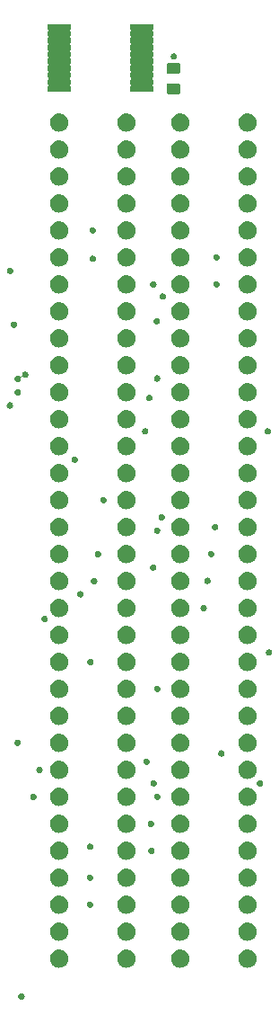
<source format=gbs>
G04 #@! TF.GenerationSoftware,KiCad,Pcbnew,7.0.8*
G04 #@! TF.CreationDate,2024-03-15T14:24:27-04:00*
G04 #@! TF.ProjectId,genesis-umd,67656e65-7369-4732-9d75-6d642e6b6963,3.1*
G04 #@! TF.SameCoordinates,Original*
G04 #@! TF.FileFunction,Soldermask,Bot*
G04 #@! TF.FilePolarity,Negative*
%FSLAX46Y46*%
G04 Gerber Fmt 4.6, Leading zero omitted, Abs format (unit mm)*
G04 Created by KiCad (PCBNEW 7.0.8) date 2024-03-15 14:24:27*
%MOMM*%
%LPD*%
G01*
G04 APERTURE LIST*
G04 APERTURE END LIST*
G36*
X132378097Y-148035634D02*
G01*
X132386963Y-148035634D01*
X132423965Y-148049101D01*
X132460167Y-148059731D01*
X132469304Y-148065603D01*
X132486500Y-148071862D01*
X132510897Y-148092334D01*
X132532890Y-148106468D01*
X132546605Y-148122296D01*
X132567644Y-148139950D01*
X132579107Y-148159805D01*
X132589500Y-148171799D01*
X132602627Y-148200543D01*
X132620606Y-148231684D01*
X132622969Y-148245086D01*
X132625411Y-148250433D01*
X132632032Y-148296488D01*
X132639000Y-148336000D01*
X132632032Y-148375513D01*
X132625411Y-148421566D01*
X132622969Y-148426912D01*
X132620606Y-148440316D01*
X132602624Y-148471460D01*
X132589500Y-148500200D01*
X132579109Y-148512191D01*
X132567644Y-148532050D01*
X132546602Y-148549705D01*
X132532890Y-148565531D01*
X132510903Y-148579661D01*
X132486500Y-148600138D01*
X132469301Y-148606397D01*
X132460167Y-148612268D01*
X132423973Y-148622895D01*
X132386963Y-148636366D01*
X132378097Y-148636366D01*
X132377222Y-148636623D01*
X132290778Y-148636623D01*
X132289903Y-148636366D01*
X132281037Y-148636366D01*
X132244028Y-148622896D01*
X132207832Y-148612268D01*
X132198696Y-148606396D01*
X132181500Y-148600138D01*
X132157100Y-148579664D01*
X132135109Y-148565531D01*
X132121393Y-148549702D01*
X132100356Y-148532050D01*
X132088892Y-148512195D01*
X132078499Y-148500200D01*
X132065370Y-148471452D01*
X132047394Y-148440316D01*
X132045031Y-148426915D01*
X132042588Y-148421566D01*
X132035961Y-148375482D01*
X132029000Y-148336000D01*
X132035961Y-148296519D01*
X132042588Y-148250433D01*
X132045031Y-148245082D01*
X132047394Y-148231684D01*
X132065368Y-148200551D01*
X132078499Y-148171799D01*
X132088894Y-148159801D01*
X132100356Y-148139950D01*
X132121390Y-148122300D01*
X132135109Y-148106468D01*
X132157105Y-148092331D01*
X132181500Y-148071862D01*
X132198693Y-148065604D01*
X132207832Y-148059731D01*
X132244036Y-148049100D01*
X132281037Y-148035634D01*
X132289903Y-148035634D01*
X132290778Y-148035377D01*
X132377222Y-148035377D01*
X132378097Y-148035634D01*
G37*
G36*
X135931899Y-143921131D02*
G01*
X135980271Y-143921131D01*
X136022042Y-143930009D01*
X136058359Y-143933587D01*
X136103984Y-143947427D01*
X136156867Y-143958668D01*
X136190707Y-143973734D01*
X136220256Y-143982698D01*
X136267213Y-144007796D01*
X136321800Y-144032100D01*
X136347176Y-144050537D01*
X136369453Y-144062444D01*
X136414896Y-144099739D01*
X136467861Y-144138220D01*
X136485058Y-144157319D01*
X136500229Y-144169770D01*
X136541001Y-144219450D01*
X136588667Y-144272389D01*
X136598679Y-144289731D01*
X136607555Y-144300546D01*
X136640377Y-144361953D01*
X136678938Y-144428742D01*
X136683375Y-144442397D01*
X136687301Y-144449743D01*
X136708949Y-144521108D01*
X136734728Y-144600447D01*
X136735635Y-144609079D01*
X136736412Y-144611640D01*
X136743977Y-144688446D01*
X136753600Y-144780000D01*
X136743976Y-144871561D01*
X136736412Y-144948359D01*
X136735635Y-144950918D01*
X136734728Y-144959553D01*
X136708945Y-145038905D01*
X136687301Y-145110256D01*
X136683375Y-145117599D01*
X136678938Y-145131258D01*
X136640370Y-145198059D01*
X136607555Y-145259453D01*
X136598681Y-145270264D01*
X136588667Y-145287611D01*
X136540991Y-145340559D01*
X136500229Y-145390229D01*
X136485061Y-145402676D01*
X136467861Y-145421780D01*
X136414886Y-145460268D01*
X136369453Y-145497555D01*
X136347181Y-145509459D01*
X136321800Y-145527900D01*
X136267202Y-145552208D01*
X136220256Y-145577301D01*
X136190714Y-145586262D01*
X136156867Y-145601332D01*
X136103973Y-145612574D01*
X136058359Y-145626412D01*
X136022051Y-145629988D01*
X135980271Y-145638869D01*
X135931889Y-145638869D01*
X135890000Y-145642995D01*
X135848111Y-145638869D01*
X135799729Y-145638869D01*
X135757949Y-145629988D01*
X135721640Y-145626412D01*
X135676023Y-145612574D01*
X135623133Y-145601332D01*
X135589287Y-145586263D01*
X135559743Y-145577301D01*
X135512791Y-145552205D01*
X135458200Y-145527900D01*
X135432821Y-145509461D01*
X135410546Y-145497555D01*
X135365105Y-145460262D01*
X135312139Y-145421780D01*
X135294940Y-145402679D01*
X135279770Y-145390229D01*
X135238996Y-145340547D01*
X135191333Y-145287611D01*
X135181320Y-145270268D01*
X135172444Y-145259453D01*
X135139616Y-145198035D01*
X135101062Y-145131258D01*
X135096625Y-145117604D01*
X135092698Y-145110256D01*
X135071039Y-145038858D01*
X135045272Y-144959553D01*
X135044365Y-144950923D01*
X135043587Y-144948359D01*
X135036007Y-144871409D01*
X135026400Y-144780000D01*
X135036006Y-144688598D01*
X135043587Y-144611640D01*
X135044365Y-144609074D01*
X135045272Y-144600447D01*
X135071035Y-144521155D01*
X135092698Y-144449743D01*
X135096626Y-144442393D01*
X135101062Y-144428742D01*
X135139609Y-144361976D01*
X135172444Y-144300546D01*
X135181322Y-144289727D01*
X135191333Y-144272389D01*
X135238987Y-144219462D01*
X135279770Y-144169770D01*
X135294944Y-144157316D01*
X135312139Y-144138220D01*
X135365094Y-144099745D01*
X135410546Y-144062444D01*
X135432826Y-144050535D01*
X135458200Y-144032100D01*
X135512780Y-144007799D01*
X135559743Y-143982698D01*
X135589294Y-143973733D01*
X135623133Y-143958668D01*
X135676012Y-143947428D01*
X135721640Y-143933587D01*
X135757958Y-143930009D01*
X135799729Y-143921131D01*
X135848100Y-143921131D01*
X135890000Y-143917004D01*
X135931899Y-143921131D01*
G37*
G36*
X142281899Y-143921131D02*
G01*
X142330271Y-143921131D01*
X142372042Y-143930009D01*
X142408359Y-143933587D01*
X142453984Y-143947427D01*
X142506867Y-143958668D01*
X142540707Y-143973734D01*
X142570256Y-143982698D01*
X142617213Y-144007796D01*
X142671800Y-144032100D01*
X142697176Y-144050537D01*
X142719453Y-144062444D01*
X142764896Y-144099739D01*
X142817861Y-144138220D01*
X142835058Y-144157319D01*
X142850229Y-144169770D01*
X142891001Y-144219450D01*
X142938667Y-144272389D01*
X142948679Y-144289731D01*
X142957555Y-144300546D01*
X142990377Y-144361953D01*
X143028938Y-144428742D01*
X143033375Y-144442397D01*
X143037301Y-144449743D01*
X143058949Y-144521108D01*
X143084728Y-144600447D01*
X143085635Y-144609079D01*
X143086412Y-144611640D01*
X143093977Y-144688446D01*
X143103600Y-144780000D01*
X143093976Y-144871561D01*
X143086412Y-144948359D01*
X143085635Y-144950918D01*
X143084728Y-144959553D01*
X143058945Y-145038905D01*
X143037301Y-145110256D01*
X143033375Y-145117599D01*
X143028938Y-145131258D01*
X142990370Y-145198059D01*
X142957555Y-145259453D01*
X142948681Y-145270264D01*
X142938667Y-145287611D01*
X142890991Y-145340559D01*
X142850229Y-145390229D01*
X142835061Y-145402676D01*
X142817861Y-145421780D01*
X142764886Y-145460268D01*
X142719453Y-145497555D01*
X142697181Y-145509459D01*
X142671800Y-145527900D01*
X142617202Y-145552208D01*
X142570256Y-145577301D01*
X142540714Y-145586262D01*
X142506867Y-145601332D01*
X142453973Y-145612574D01*
X142408359Y-145626412D01*
X142372051Y-145629988D01*
X142330271Y-145638869D01*
X142281889Y-145638869D01*
X142240000Y-145642995D01*
X142198111Y-145638869D01*
X142149729Y-145638869D01*
X142107949Y-145629988D01*
X142071640Y-145626412D01*
X142026023Y-145612574D01*
X141973133Y-145601332D01*
X141939287Y-145586263D01*
X141909743Y-145577301D01*
X141862791Y-145552205D01*
X141808200Y-145527900D01*
X141782821Y-145509461D01*
X141760546Y-145497555D01*
X141715105Y-145460262D01*
X141662139Y-145421780D01*
X141644940Y-145402679D01*
X141629770Y-145390229D01*
X141588996Y-145340547D01*
X141541333Y-145287611D01*
X141531320Y-145270268D01*
X141522444Y-145259453D01*
X141489616Y-145198035D01*
X141451062Y-145131258D01*
X141446625Y-145117604D01*
X141442698Y-145110256D01*
X141421039Y-145038858D01*
X141395272Y-144959553D01*
X141394365Y-144950923D01*
X141393587Y-144948359D01*
X141386007Y-144871409D01*
X141376400Y-144780000D01*
X141386006Y-144688598D01*
X141393587Y-144611640D01*
X141394365Y-144609074D01*
X141395272Y-144600447D01*
X141421035Y-144521155D01*
X141442698Y-144449743D01*
X141446626Y-144442393D01*
X141451062Y-144428742D01*
X141489609Y-144361976D01*
X141522444Y-144300546D01*
X141531322Y-144289727D01*
X141541333Y-144272389D01*
X141588987Y-144219462D01*
X141629770Y-144169770D01*
X141644944Y-144157316D01*
X141662139Y-144138220D01*
X141715094Y-144099745D01*
X141760546Y-144062444D01*
X141782826Y-144050535D01*
X141808200Y-144032100D01*
X141862780Y-144007799D01*
X141909743Y-143982698D01*
X141939294Y-143973733D01*
X141973133Y-143958668D01*
X142026012Y-143947428D01*
X142071640Y-143933587D01*
X142107958Y-143930009D01*
X142149729Y-143921131D01*
X142198100Y-143921131D01*
X142240000Y-143917004D01*
X142281899Y-143921131D01*
G37*
G36*
X147361899Y-143921131D02*
G01*
X147410271Y-143921131D01*
X147452042Y-143930009D01*
X147488359Y-143933587D01*
X147533984Y-143947427D01*
X147586867Y-143958668D01*
X147620707Y-143973734D01*
X147650256Y-143982698D01*
X147697213Y-144007796D01*
X147751800Y-144032100D01*
X147777176Y-144050537D01*
X147799453Y-144062444D01*
X147844896Y-144099739D01*
X147897861Y-144138220D01*
X147915058Y-144157319D01*
X147930229Y-144169770D01*
X147971001Y-144219450D01*
X148018667Y-144272389D01*
X148028679Y-144289731D01*
X148037555Y-144300546D01*
X148070377Y-144361953D01*
X148108938Y-144428742D01*
X148113375Y-144442397D01*
X148117301Y-144449743D01*
X148138949Y-144521108D01*
X148164728Y-144600447D01*
X148165635Y-144609079D01*
X148166412Y-144611640D01*
X148173977Y-144688446D01*
X148183600Y-144780000D01*
X148173976Y-144871561D01*
X148166412Y-144948359D01*
X148165635Y-144950918D01*
X148164728Y-144959553D01*
X148138945Y-145038905D01*
X148117301Y-145110256D01*
X148113375Y-145117599D01*
X148108938Y-145131258D01*
X148070370Y-145198059D01*
X148037555Y-145259453D01*
X148028681Y-145270264D01*
X148018667Y-145287611D01*
X147970991Y-145340559D01*
X147930229Y-145390229D01*
X147915061Y-145402676D01*
X147897861Y-145421780D01*
X147844886Y-145460268D01*
X147799453Y-145497555D01*
X147777181Y-145509459D01*
X147751800Y-145527900D01*
X147697202Y-145552208D01*
X147650256Y-145577301D01*
X147620714Y-145586262D01*
X147586867Y-145601332D01*
X147533973Y-145612574D01*
X147488359Y-145626412D01*
X147452051Y-145629988D01*
X147410271Y-145638869D01*
X147361889Y-145638869D01*
X147320000Y-145642995D01*
X147278111Y-145638869D01*
X147229729Y-145638869D01*
X147187949Y-145629988D01*
X147151640Y-145626412D01*
X147106023Y-145612574D01*
X147053133Y-145601332D01*
X147019287Y-145586263D01*
X146989743Y-145577301D01*
X146942791Y-145552205D01*
X146888200Y-145527900D01*
X146862821Y-145509461D01*
X146840546Y-145497555D01*
X146795105Y-145460262D01*
X146742139Y-145421780D01*
X146724940Y-145402679D01*
X146709770Y-145390229D01*
X146668996Y-145340547D01*
X146621333Y-145287611D01*
X146611320Y-145270268D01*
X146602444Y-145259453D01*
X146569616Y-145198035D01*
X146531062Y-145131258D01*
X146526625Y-145117604D01*
X146522698Y-145110256D01*
X146501039Y-145038858D01*
X146475272Y-144959553D01*
X146474365Y-144950923D01*
X146473587Y-144948359D01*
X146466007Y-144871409D01*
X146456400Y-144780000D01*
X146466006Y-144688598D01*
X146473587Y-144611640D01*
X146474365Y-144609074D01*
X146475272Y-144600447D01*
X146501035Y-144521155D01*
X146522698Y-144449743D01*
X146526626Y-144442393D01*
X146531062Y-144428742D01*
X146569609Y-144361976D01*
X146602444Y-144300546D01*
X146611322Y-144289727D01*
X146621333Y-144272389D01*
X146668987Y-144219462D01*
X146709770Y-144169770D01*
X146724944Y-144157316D01*
X146742139Y-144138220D01*
X146795094Y-144099745D01*
X146840546Y-144062444D01*
X146862826Y-144050535D01*
X146888200Y-144032100D01*
X146942780Y-144007799D01*
X146989743Y-143982698D01*
X147019294Y-143973733D01*
X147053133Y-143958668D01*
X147106012Y-143947428D01*
X147151640Y-143933587D01*
X147187958Y-143930009D01*
X147229729Y-143921131D01*
X147278100Y-143921131D01*
X147320000Y-143917004D01*
X147361899Y-143921131D01*
G37*
G36*
X153711899Y-143921131D02*
G01*
X153760271Y-143921131D01*
X153802042Y-143930009D01*
X153838359Y-143933587D01*
X153883984Y-143947427D01*
X153936867Y-143958668D01*
X153970707Y-143973734D01*
X154000256Y-143982698D01*
X154047213Y-144007796D01*
X154101800Y-144032100D01*
X154127176Y-144050537D01*
X154149453Y-144062444D01*
X154194896Y-144099739D01*
X154247861Y-144138220D01*
X154265058Y-144157319D01*
X154280229Y-144169770D01*
X154321001Y-144219450D01*
X154368667Y-144272389D01*
X154378679Y-144289731D01*
X154387555Y-144300546D01*
X154420377Y-144361953D01*
X154458938Y-144428742D01*
X154463375Y-144442397D01*
X154467301Y-144449743D01*
X154488949Y-144521108D01*
X154514728Y-144600447D01*
X154515635Y-144609079D01*
X154516412Y-144611640D01*
X154523977Y-144688446D01*
X154533600Y-144780000D01*
X154523976Y-144871561D01*
X154516412Y-144948359D01*
X154515635Y-144950918D01*
X154514728Y-144959553D01*
X154488945Y-145038905D01*
X154467301Y-145110256D01*
X154463375Y-145117599D01*
X154458938Y-145131258D01*
X154420370Y-145198059D01*
X154387555Y-145259453D01*
X154378681Y-145270264D01*
X154368667Y-145287611D01*
X154320991Y-145340559D01*
X154280229Y-145390229D01*
X154265061Y-145402676D01*
X154247861Y-145421780D01*
X154194886Y-145460268D01*
X154149453Y-145497555D01*
X154127181Y-145509459D01*
X154101800Y-145527900D01*
X154047202Y-145552208D01*
X154000256Y-145577301D01*
X153970714Y-145586262D01*
X153936867Y-145601332D01*
X153883973Y-145612574D01*
X153838359Y-145626412D01*
X153802051Y-145629988D01*
X153760271Y-145638869D01*
X153711889Y-145638869D01*
X153670000Y-145642995D01*
X153628111Y-145638869D01*
X153579729Y-145638869D01*
X153537949Y-145629988D01*
X153501640Y-145626412D01*
X153456023Y-145612574D01*
X153403133Y-145601332D01*
X153369287Y-145586263D01*
X153339743Y-145577301D01*
X153292791Y-145552205D01*
X153238200Y-145527900D01*
X153212821Y-145509461D01*
X153190546Y-145497555D01*
X153145105Y-145460262D01*
X153092139Y-145421780D01*
X153074940Y-145402679D01*
X153059770Y-145390229D01*
X153018996Y-145340547D01*
X152971333Y-145287611D01*
X152961320Y-145270268D01*
X152952444Y-145259453D01*
X152919616Y-145198035D01*
X152881062Y-145131258D01*
X152876625Y-145117604D01*
X152872698Y-145110256D01*
X152851039Y-145038858D01*
X152825272Y-144959553D01*
X152824365Y-144950923D01*
X152823587Y-144948359D01*
X152816007Y-144871409D01*
X152806400Y-144780000D01*
X152816006Y-144688598D01*
X152823587Y-144611640D01*
X152824365Y-144609074D01*
X152825272Y-144600447D01*
X152851035Y-144521155D01*
X152872698Y-144449743D01*
X152876626Y-144442393D01*
X152881062Y-144428742D01*
X152919609Y-144361976D01*
X152952444Y-144300546D01*
X152961322Y-144289727D01*
X152971333Y-144272389D01*
X153018987Y-144219462D01*
X153059770Y-144169770D01*
X153074944Y-144157316D01*
X153092139Y-144138220D01*
X153145094Y-144099745D01*
X153190546Y-144062444D01*
X153212826Y-144050535D01*
X153238200Y-144032100D01*
X153292780Y-144007799D01*
X153339743Y-143982698D01*
X153369294Y-143973733D01*
X153403133Y-143958668D01*
X153456012Y-143947428D01*
X153501640Y-143933587D01*
X153537958Y-143930009D01*
X153579729Y-143921131D01*
X153628100Y-143921131D01*
X153670000Y-143917004D01*
X153711899Y-143921131D01*
G37*
G36*
X135931899Y-141381131D02*
G01*
X135980271Y-141381131D01*
X136022042Y-141390009D01*
X136058359Y-141393587D01*
X136103984Y-141407427D01*
X136156867Y-141418668D01*
X136190707Y-141433734D01*
X136220256Y-141442698D01*
X136267213Y-141467796D01*
X136321800Y-141492100D01*
X136347176Y-141510537D01*
X136369453Y-141522444D01*
X136414896Y-141559739D01*
X136467861Y-141598220D01*
X136485058Y-141617319D01*
X136500229Y-141629770D01*
X136541001Y-141679450D01*
X136588667Y-141732389D01*
X136598679Y-141749731D01*
X136607555Y-141760546D01*
X136640377Y-141821953D01*
X136678938Y-141888742D01*
X136683375Y-141902397D01*
X136687301Y-141909743D01*
X136708949Y-141981108D01*
X136734728Y-142060447D01*
X136735635Y-142069079D01*
X136736412Y-142071640D01*
X136743977Y-142148446D01*
X136753600Y-142240000D01*
X136743976Y-142331561D01*
X136736412Y-142408359D01*
X136735635Y-142410918D01*
X136734728Y-142419553D01*
X136708945Y-142498905D01*
X136687301Y-142570256D01*
X136683375Y-142577599D01*
X136678938Y-142591258D01*
X136640370Y-142658059D01*
X136607555Y-142719453D01*
X136598681Y-142730264D01*
X136588667Y-142747611D01*
X136540991Y-142800559D01*
X136500229Y-142850229D01*
X136485061Y-142862676D01*
X136467861Y-142881780D01*
X136414886Y-142920268D01*
X136369453Y-142957555D01*
X136347181Y-142969459D01*
X136321800Y-142987900D01*
X136267202Y-143012208D01*
X136220256Y-143037301D01*
X136190714Y-143046262D01*
X136156867Y-143061332D01*
X136103973Y-143072574D01*
X136058359Y-143086412D01*
X136022051Y-143089988D01*
X135980271Y-143098869D01*
X135931889Y-143098869D01*
X135890000Y-143102995D01*
X135848111Y-143098869D01*
X135799729Y-143098869D01*
X135757949Y-143089988D01*
X135721640Y-143086412D01*
X135676023Y-143072574D01*
X135623133Y-143061332D01*
X135589287Y-143046263D01*
X135559743Y-143037301D01*
X135512791Y-143012205D01*
X135458200Y-142987900D01*
X135432821Y-142969461D01*
X135410546Y-142957555D01*
X135365105Y-142920262D01*
X135312139Y-142881780D01*
X135294940Y-142862679D01*
X135279770Y-142850229D01*
X135238996Y-142800547D01*
X135191333Y-142747611D01*
X135181320Y-142730268D01*
X135172444Y-142719453D01*
X135139616Y-142658035D01*
X135101062Y-142591258D01*
X135096625Y-142577604D01*
X135092698Y-142570256D01*
X135071039Y-142498858D01*
X135045272Y-142419553D01*
X135044365Y-142410923D01*
X135043587Y-142408359D01*
X135036007Y-142331409D01*
X135026400Y-142240000D01*
X135036006Y-142148598D01*
X135043587Y-142071640D01*
X135044365Y-142069074D01*
X135045272Y-142060447D01*
X135071035Y-141981155D01*
X135092698Y-141909743D01*
X135096626Y-141902393D01*
X135101062Y-141888742D01*
X135139609Y-141821976D01*
X135172444Y-141760546D01*
X135181322Y-141749727D01*
X135191333Y-141732389D01*
X135238987Y-141679462D01*
X135279770Y-141629770D01*
X135294944Y-141617316D01*
X135312139Y-141598220D01*
X135365094Y-141559745D01*
X135410546Y-141522444D01*
X135432826Y-141510535D01*
X135458200Y-141492100D01*
X135512780Y-141467799D01*
X135559743Y-141442698D01*
X135589294Y-141433733D01*
X135623133Y-141418668D01*
X135676012Y-141407428D01*
X135721640Y-141393587D01*
X135757958Y-141390009D01*
X135799729Y-141381131D01*
X135848100Y-141381131D01*
X135890000Y-141377004D01*
X135931899Y-141381131D01*
G37*
G36*
X142281899Y-141381131D02*
G01*
X142330271Y-141381131D01*
X142372042Y-141390009D01*
X142408359Y-141393587D01*
X142453984Y-141407427D01*
X142506867Y-141418668D01*
X142540707Y-141433734D01*
X142570256Y-141442698D01*
X142617213Y-141467796D01*
X142671800Y-141492100D01*
X142697176Y-141510537D01*
X142719453Y-141522444D01*
X142764896Y-141559739D01*
X142817861Y-141598220D01*
X142835058Y-141617319D01*
X142850229Y-141629770D01*
X142891001Y-141679450D01*
X142938667Y-141732389D01*
X142948679Y-141749731D01*
X142957555Y-141760546D01*
X142990377Y-141821953D01*
X143028938Y-141888742D01*
X143033375Y-141902397D01*
X143037301Y-141909743D01*
X143058949Y-141981108D01*
X143084728Y-142060447D01*
X143085635Y-142069079D01*
X143086412Y-142071640D01*
X143093977Y-142148446D01*
X143103600Y-142240000D01*
X143093976Y-142331561D01*
X143086412Y-142408359D01*
X143085635Y-142410918D01*
X143084728Y-142419553D01*
X143058945Y-142498905D01*
X143037301Y-142570256D01*
X143033375Y-142577599D01*
X143028938Y-142591258D01*
X142990370Y-142658059D01*
X142957555Y-142719453D01*
X142948681Y-142730264D01*
X142938667Y-142747611D01*
X142890991Y-142800559D01*
X142850229Y-142850229D01*
X142835061Y-142862676D01*
X142817861Y-142881780D01*
X142764886Y-142920268D01*
X142719453Y-142957555D01*
X142697181Y-142969459D01*
X142671800Y-142987900D01*
X142617202Y-143012208D01*
X142570256Y-143037301D01*
X142540714Y-143046262D01*
X142506867Y-143061332D01*
X142453973Y-143072574D01*
X142408359Y-143086412D01*
X142372051Y-143089988D01*
X142330271Y-143098869D01*
X142281889Y-143098869D01*
X142240000Y-143102995D01*
X142198111Y-143098869D01*
X142149729Y-143098869D01*
X142107949Y-143089988D01*
X142071640Y-143086412D01*
X142026023Y-143072574D01*
X141973133Y-143061332D01*
X141939287Y-143046263D01*
X141909743Y-143037301D01*
X141862791Y-143012205D01*
X141808200Y-142987900D01*
X141782821Y-142969461D01*
X141760546Y-142957555D01*
X141715105Y-142920262D01*
X141662139Y-142881780D01*
X141644940Y-142862679D01*
X141629770Y-142850229D01*
X141588996Y-142800547D01*
X141541333Y-142747611D01*
X141531320Y-142730268D01*
X141522444Y-142719453D01*
X141489616Y-142658035D01*
X141451062Y-142591258D01*
X141446625Y-142577604D01*
X141442698Y-142570256D01*
X141421039Y-142498858D01*
X141395272Y-142419553D01*
X141394365Y-142410923D01*
X141393587Y-142408359D01*
X141386007Y-142331409D01*
X141376400Y-142240000D01*
X141386006Y-142148598D01*
X141393587Y-142071640D01*
X141394365Y-142069074D01*
X141395272Y-142060447D01*
X141421035Y-141981155D01*
X141442698Y-141909743D01*
X141446626Y-141902393D01*
X141451062Y-141888742D01*
X141489609Y-141821976D01*
X141522444Y-141760546D01*
X141531322Y-141749727D01*
X141541333Y-141732389D01*
X141588987Y-141679462D01*
X141629770Y-141629770D01*
X141644944Y-141617316D01*
X141662139Y-141598220D01*
X141715094Y-141559745D01*
X141760546Y-141522444D01*
X141782826Y-141510535D01*
X141808200Y-141492100D01*
X141862780Y-141467799D01*
X141909743Y-141442698D01*
X141939294Y-141433733D01*
X141973133Y-141418668D01*
X142026012Y-141407428D01*
X142071640Y-141393587D01*
X142107958Y-141390009D01*
X142149729Y-141381131D01*
X142198100Y-141381131D01*
X142240000Y-141377004D01*
X142281899Y-141381131D01*
G37*
G36*
X147361899Y-141381131D02*
G01*
X147410271Y-141381131D01*
X147452042Y-141390009D01*
X147488359Y-141393587D01*
X147533984Y-141407427D01*
X147586867Y-141418668D01*
X147620707Y-141433734D01*
X147650256Y-141442698D01*
X147697213Y-141467796D01*
X147751800Y-141492100D01*
X147777176Y-141510537D01*
X147799453Y-141522444D01*
X147844896Y-141559739D01*
X147897861Y-141598220D01*
X147915058Y-141617319D01*
X147930229Y-141629770D01*
X147971001Y-141679450D01*
X148018667Y-141732389D01*
X148028679Y-141749731D01*
X148037555Y-141760546D01*
X148070377Y-141821953D01*
X148108938Y-141888742D01*
X148113375Y-141902397D01*
X148117301Y-141909743D01*
X148138949Y-141981108D01*
X148164728Y-142060447D01*
X148165635Y-142069079D01*
X148166412Y-142071640D01*
X148173977Y-142148446D01*
X148183600Y-142240000D01*
X148173976Y-142331561D01*
X148166412Y-142408359D01*
X148165635Y-142410918D01*
X148164728Y-142419553D01*
X148138945Y-142498905D01*
X148117301Y-142570256D01*
X148113375Y-142577599D01*
X148108938Y-142591258D01*
X148070370Y-142658059D01*
X148037555Y-142719453D01*
X148028681Y-142730264D01*
X148018667Y-142747611D01*
X147970991Y-142800559D01*
X147930229Y-142850229D01*
X147915061Y-142862676D01*
X147897861Y-142881780D01*
X147844886Y-142920268D01*
X147799453Y-142957555D01*
X147777181Y-142969459D01*
X147751800Y-142987900D01*
X147697202Y-143012208D01*
X147650256Y-143037301D01*
X147620714Y-143046262D01*
X147586867Y-143061332D01*
X147533973Y-143072574D01*
X147488359Y-143086412D01*
X147452051Y-143089988D01*
X147410271Y-143098869D01*
X147361889Y-143098869D01*
X147320000Y-143102995D01*
X147278111Y-143098869D01*
X147229729Y-143098869D01*
X147187949Y-143089988D01*
X147151640Y-143086412D01*
X147106023Y-143072574D01*
X147053133Y-143061332D01*
X147019287Y-143046263D01*
X146989743Y-143037301D01*
X146942791Y-143012205D01*
X146888200Y-142987900D01*
X146862821Y-142969461D01*
X146840546Y-142957555D01*
X146795105Y-142920262D01*
X146742139Y-142881780D01*
X146724940Y-142862679D01*
X146709770Y-142850229D01*
X146668996Y-142800547D01*
X146621333Y-142747611D01*
X146611320Y-142730268D01*
X146602444Y-142719453D01*
X146569616Y-142658035D01*
X146531062Y-142591258D01*
X146526625Y-142577604D01*
X146522698Y-142570256D01*
X146501039Y-142498858D01*
X146475272Y-142419553D01*
X146474365Y-142410923D01*
X146473587Y-142408359D01*
X146466007Y-142331409D01*
X146456400Y-142240000D01*
X146466006Y-142148598D01*
X146473587Y-142071640D01*
X146474365Y-142069074D01*
X146475272Y-142060447D01*
X146501035Y-141981155D01*
X146522698Y-141909743D01*
X146526626Y-141902393D01*
X146531062Y-141888742D01*
X146569609Y-141821976D01*
X146602444Y-141760546D01*
X146611322Y-141749727D01*
X146621333Y-141732389D01*
X146668987Y-141679462D01*
X146709770Y-141629770D01*
X146724944Y-141617316D01*
X146742139Y-141598220D01*
X146795094Y-141559745D01*
X146840546Y-141522444D01*
X146862826Y-141510535D01*
X146888200Y-141492100D01*
X146942780Y-141467799D01*
X146989743Y-141442698D01*
X147019294Y-141433733D01*
X147053133Y-141418668D01*
X147106012Y-141407428D01*
X147151640Y-141393587D01*
X147187958Y-141390009D01*
X147229729Y-141381131D01*
X147278100Y-141381131D01*
X147320000Y-141377004D01*
X147361899Y-141381131D01*
G37*
G36*
X153711899Y-141381131D02*
G01*
X153760271Y-141381131D01*
X153802042Y-141390009D01*
X153838359Y-141393587D01*
X153883984Y-141407427D01*
X153936867Y-141418668D01*
X153970707Y-141433734D01*
X154000256Y-141442698D01*
X154047213Y-141467796D01*
X154101800Y-141492100D01*
X154127176Y-141510537D01*
X154149453Y-141522444D01*
X154194896Y-141559739D01*
X154247861Y-141598220D01*
X154265058Y-141617319D01*
X154280229Y-141629770D01*
X154321001Y-141679450D01*
X154368667Y-141732389D01*
X154378679Y-141749731D01*
X154387555Y-141760546D01*
X154420377Y-141821953D01*
X154458938Y-141888742D01*
X154463375Y-141902397D01*
X154467301Y-141909743D01*
X154488949Y-141981108D01*
X154514728Y-142060447D01*
X154515635Y-142069079D01*
X154516412Y-142071640D01*
X154523977Y-142148446D01*
X154533600Y-142240000D01*
X154523976Y-142331561D01*
X154516412Y-142408359D01*
X154515635Y-142410918D01*
X154514728Y-142419553D01*
X154488945Y-142498905D01*
X154467301Y-142570256D01*
X154463375Y-142577599D01*
X154458938Y-142591258D01*
X154420370Y-142658059D01*
X154387555Y-142719453D01*
X154378681Y-142730264D01*
X154368667Y-142747611D01*
X154320991Y-142800559D01*
X154280229Y-142850229D01*
X154265061Y-142862676D01*
X154247861Y-142881780D01*
X154194886Y-142920268D01*
X154149453Y-142957555D01*
X154127181Y-142969459D01*
X154101800Y-142987900D01*
X154047202Y-143012208D01*
X154000256Y-143037301D01*
X153970714Y-143046262D01*
X153936867Y-143061332D01*
X153883973Y-143072574D01*
X153838359Y-143086412D01*
X153802051Y-143089988D01*
X153760271Y-143098869D01*
X153711889Y-143098869D01*
X153670000Y-143102995D01*
X153628111Y-143098869D01*
X153579729Y-143098869D01*
X153537949Y-143089988D01*
X153501640Y-143086412D01*
X153456023Y-143072574D01*
X153403133Y-143061332D01*
X153369287Y-143046263D01*
X153339743Y-143037301D01*
X153292791Y-143012205D01*
X153238200Y-142987900D01*
X153212821Y-142969461D01*
X153190546Y-142957555D01*
X153145105Y-142920262D01*
X153092139Y-142881780D01*
X153074940Y-142862679D01*
X153059770Y-142850229D01*
X153018996Y-142800547D01*
X152971333Y-142747611D01*
X152961320Y-142730268D01*
X152952444Y-142719453D01*
X152919616Y-142658035D01*
X152881062Y-142591258D01*
X152876625Y-142577604D01*
X152872698Y-142570256D01*
X152851039Y-142498858D01*
X152825272Y-142419553D01*
X152824365Y-142410923D01*
X152823587Y-142408359D01*
X152816007Y-142331409D01*
X152806400Y-142240000D01*
X152816006Y-142148598D01*
X152823587Y-142071640D01*
X152824365Y-142069074D01*
X152825272Y-142060447D01*
X152851035Y-141981155D01*
X152872698Y-141909743D01*
X152876626Y-141902393D01*
X152881062Y-141888742D01*
X152919609Y-141821976D01*
X152952444Y-141760546D01*
X152961322Y-141749727D01*
X152971333Y-141732389D01*
X153018987Y-141679462D01*
X153059770Y-141629770D01*
X153074944Y-141617316D01*
X153092139Y-141598220D01*
X153145094Y-141559745D01*
X153190546Y-141522444D01*
X153212826Y-141510535D01*
X153238200Y-141492100D01*
X153292780Y-141467799D01*
X153339743Y-141442698D01*
X153369294Y-141433733D01*
X153403133Y-141418668D01*
X153456012Y-141407428D01*
X153501640Y-141393587D01*
X153537958Y-141390009D01*
X153579729Y-141381131D01*
X153628100Y-141381131D01*
X153670000Y-141377004D01*
X153711899Y-141381131D01*
G37*
G36*
X135931899Y-138841131D02*
G01*
X135980271Y-138841131D01*
X136022042Y-138850009D01*
X136058359Y-138853587D01*
X136103984Y-138867427D01*
X136156867Y-138878668D01*
X136190707Y-138893734D01*
X136220256Y-138902698D01*
X136267213Y-138927796D01*
X136321800Y-138952100D01*
X136347176Y-138970537D01*
X136369453Y-138982444D01*
X136414896Y-139019739D01*
X136467861Y-139058220D01*
X136485058Y-139077319D01*
X136500229Y-139089770D01*
X136541001Y-139139450D01*
X136588667Y-139192389D01*
X136598679Y-139209731D01*
X136607555Y-139220546D01*
X136640377Y-139281953D01*
X136678938Y-139348742D01*
X136683375Y-139362397D01*
X136687301Y-139369743D01*
X136708949Y-139441108D01*
X136734728Y-139520447D01*
X136735635Y-139529079D01*
X136736412Y-139531640D01*
X136743977Y-139608446D01*
X136753600Y-139700000D01*
X136743976Y-139791561D01*
X136736412Y-139868359D01*
X136735635Y-139870918D01*
X136734728Y-139879553D01*
X136708945Y-139958905D01*
X136687301Y-140030256D01*
X136683375Y-140037599D01*
X136678938Y-140051258D01*
X136640370Y-140118059D01*
X136607555Y-140179453D01*
X136598681Y-140190264D01*
X136588667Y-140207611D01*
X136540991Y-140260559D01*
X136500229Y-140310229D01*
X136485061Y-140322676D01*
X136467861Y-140341780D01*
X136414886Y-140380268D01*
X136369453Y-140417555D01*
X136347181Y-140429459D01*
X136321800Y-140447900D01*
X136267202Y-140472208D01*
X136220256Y-140497301D01*
X136190714Y-140506262D01*
X136156867Y-140521332D01*
X136103973Y-140532574D01*
X136058359Y-140546412D01*
X136022051Y-140549988D01*
X135980271Y-140558869D01*
X135931889Y-140558869D01*
X135890000Y-140562995D01*
X135848111Y-140558869D01*
X135799729Y-140558869D01*
X135757949Y-140549988D01*
X135721640Y-140546412D01*
X135676023Y-140532574D01*
X135623133Y-140521332D01*
X135589287Y-140506263D01*
X135559743Y-140497301D01*
X135512791Y-140472205D01*
X135458200Y-140447900D01*
X135432821Y-140429461D01*
X135410546Y-140417555D01*
X135365105Y-140380262D01*
X135312139Y-140341780D01*
X135294940Y-140322679D01*
X135279770Y-140310229D01*
X135238996Y-140260547D01*
X135191333Y-140207611D01*
X135181320Y-140190268D01*
X135172444Y-140179453D01*
X135139616Y-140118035D01*
X135101062Y-140051258D01*
X135096625Y-140037604D01*
X135092698Y-140030256D01*
X135071039Y-139958858D01*
X135045272Y-139879553D01*
X135044365Y-139870923D01*
X135043587Y-139868359D01*
X135036007Y-139791409D01*
X135026400Y-139700000D01*
X135036006Y-139608598D01*
X135043587Y-139531640D01*
X135044365Y-139529074D01*
X135045272Y-139520447D01*
X135071035Y-139441155D01*
X135092698Y-139369743D01*
X135096626Y-139362393D01*
X135101062Y-139348742D01*
X135139609Y-139281976D01*
X135172444Y-139220546D01*
X135181322Y-139209727D01*
X135191333Y-139192389D01*
X135238987Y-139139462D01*
X135279770Y-139089770D01*
X135294944Y-139077316D01*
X135312139Y-139058220D01*
X135365094Y-139019745D01*
X135410546Y-138982444D01*
X135432826Y-138970535D01*
X135458200Y-138952100D01*
X135512780Y-138927799D01*
X135559743Y-138902698D01*
X135589294Y-138893733D01*
X135623133Y-138878668D01*
X135676012Y-138867428D01*
X135721640Y-138853587D01*
X135757958Y-138850009D01*
X135799729Y-138841131D01*
X135848100Y-138841131D01*
X135890000Y-138837004D01*
X135931899Y-138841131D01*
G37*
G36*
X142281899Y-138841131D02*
G01*
X142330271Y-138841131D01*
X142372042Y-138850009D01*
X142408359Y-138853587D01*
X142453984Y-138867427D01*
X142506867Y-138878668D01*
X142540707Y-138893734D01*
X142570256Y-138902698D01*
X142617213Y-138927796D01*
X142671800Y-138952100D01*
X142697176Y-138970537D01*
X142719453Y-138982444D01*
X142764896Y-139019739D01*
X142817861Y-139058220D01*
X142835058Y-139077319D01*
X142850229Y-139089770D01*
X142891001Y-139139450D01*
X142938667Y-139192389D01*
X142948679Y-139209731D01*
X142957555Y-139220546D01*
X142990377Y-139281953D01*
X143028938Y-139348742D01*
X143033375Y-139362397D01*
X143037301Y-139369743D01*
X143058949Y-139441108D01*
X143084728Y-139520447D01*
X143085635Y-139529079D01*
X143086412Y-139531640D01*
X143093977Y-139608446D01*
X143103600Y-139700000D01*
X143093976Y-139791561D01*
X143086412Y-139868359D01*
X143085635Y-139870918D01*
X143084728Y-139879553D01*
X143058945Y-139958905D01*
X143037301Y-140030256D01*
X143033375Y-140037599D01*
X143028938Y-140051258D01*
X142990370Y-140118059D01*
X142957555Y-140179453D01*
X142948681Y-140190264D01*
X142938667Y-140207611D01*
X142890991Y-140260559D01*
X142850229Y-140310229D01*
X142835061Y-140322676D01*
X142817861Y-140341780D01*
X142764886Y-140380268D01*
X142719453Y-140417555D01*
X142697181Y-140429459D01*
X142671800Y-140447900D01*
X142617202Y-140472208D01*
X142570256Y-140497301D01*
X142540714Y-140506262D01*
X142506867Y-140521332D01*
X142453973Y-140532574D01*
X142408359Y-140546412D01*
X142372051Y-140549988D01*
X142330271Y-140558869D01*
X142281889Y-140558869D01*
X142240000Y-140562995D01*
X142198111Y-140558869D01*
X142149729Y-140558869D01*
X142107949Y-140549988D01*
X142071640Y-140546412D01*
X142026023Y-140532574D01*
X141973133Y-140521332D01*
X141939287Y-140506263D01*
X141909743Y-140497301D01*
X141862791Y-140472205D01*
X141808200Y-140447900D01*
X141782821Y-140429461D01*
X141760546Y-140417555D01*
X141715105Y-140380262D01*
X141662139Y-140341780D01*
X141644940Y-140322679D01*
X141629770Y-140310229D01*
X141588996Y-140260547D01*
X141541333Y-140207611D01*
X141531320Y-140190268D01*
X141522444Y-140179453D01*
X141489616Y-140118035D01*
X141451062Y-140051258D01*
X141446625Y-140037604D01*
X141442698Y-140030256D01*
X141421039Y-139958858D01*
X141395272Y-139879553D01*
X141394365Y-139870923D01*
X141393587Y-139868359D01*
X141386007Y-139791409D01*
X141376400Y-139700000D01*
X141386006Y-139608598D01*
X141393587Y-139531640D01*
X141394365Y-139529074D01*
X141395272Y-139520447D01*
X141421035Y-139441155D01*
X141442698Y-139369743D01*
X141446626Y-139362393D01*
X141451062Y-139348742D01*
X141489609Y-139281976D01*
X141522444Y-139220546D01*
X141531322Y-139209727D01*
X141541333Y-139192389D01*
X141588987Y-139139462D01*
X141629770Y-139089770D01*
X141644944Y-139077316D01*
X141662139Y-139058220D01*
X141715094Y-139019745D01*
X141760546Y-138982444D01*
X141782826Y-138970535D01*
X141808200Y-138952100D01*
X141862780Y-138927799D01*
X141909743Y-138902698D01*
X141939294Y-138893733D01*
X141973133Y-138878668D01*
X142026012Y-138867428D01*
X142071640Y-138853587D01*
X142107958Y-138850009D01*
X142149729Y-138841131D01*
X142198100Y-138841131D01*
X142240000Y-138837004D01*
X142281899Y-138841131D01*
G37*
G36*
X147361899Y-138841131D02*
G01*
X147410271Y-138841131D01*
X147452042Y-138850009D01*
X147488359Y-138853587D01*
X147533984Y-138867427D01*
X147586867Y-138878668D01*
X147620707Y-138893734D01*
X147650256Y-138902698D01*
X147697213Y-138927796D01*
X147751800Y-138952100D01*
X147777176Y-138970537D01*
X147799453Y-138982444D01*
X147844896Y-139019739D01*
X147897861Y-139058220D01*
X147915058Y-139077319D01*
X147930229Y-139089770D01*
X147971001Y-139139450D01*
X148018667Y-139192389D01*
X148028679Y-139209731D01*
X148037555Y-139220546D01*
X148070377Y-139281953D01*
X148108938Y-139348742D01*
X148113375Y-139362397D01*
X148117301Y-139369743D01*
X148138949Y-139441108D01*
X148164728Y-139520447D01*
X148165635Y-139529079D01*
X148166412Y-139531640D01*
X148173977Y-139608446D01*
X148183600Y-139700000D01*
X148173976Y-139791561D01*
X148166412Y-139868359D01*
X148165635Y-139870918D01*
X148164728Y-139879553D01*
X148138945Y-139958905D01*
X148117301Y-140030256D01*
X148113375Y-140037599D01*
X148108938Y-140051258D01*
X148070370Y-140118059D01*
X148037555Y-140179453D01*
X148028681Y-140190264D01*
X148018667Y-140207611D01*
X147970991Y-140260559D01*
X147930229Y-140310229D01*
X147915061Y-140322676D01*
X147897861Y-140341780D01*
X147844886Y-140380268D01*
X147799453Y-140417555D01*
X147777181Y-140429459D01*
X147751800Y-140447900D01*
X147697202Y-140472208D01*
X147650256Y-140497301D01*
X147620714Y-140506262D01*
X147586867Y-140521332D01*
X147533973Y-140532574D01*
X147488359Y-140546412D01*
X147452051Y-140549988D01*
X147410271Y-140558869D01*
X147361889Y-140558869D01*
X147320000Y-140562995D01*
X147278111Y-140558869D01*
X147229729Y-140558869D01*
X147187949Y-140549988D01*
X147151640Y-140546412D01*
X147106023Y-140532574D01*
X147053133Y-140521332D01*
X147019287Y-140506263D01*
X146989743Y-140497301D01*
X146942791Y-140472205D01*
X146888200Y-140447900D01*
X146862821Y-140429461D01*
X146840546Y-140417555D01*
X146795105Y-140380262D01*
X146742139Y-140341780D01*
X146724940Y-140322679D01*
X146709770Y-140310229D01*
X146668996Y-140260547D01*
X146621333Y-140207611D01*
X146611320Y-140190268D01*
X146602444Y-140179453D01*
X146569616Y-140118035D01*
X146531062Y-140051258D01*
X146526625Y-140037604D01*
X146522698Y-140030256D01*
X146501039Y-139958858D01*
X146475272Y-139879553D01*
X146474365Y-139870923D01*
X146473587Y-139868359D01*
X146466007Y-139791409D01*
X146456400Y-139700000D01*
X146466006Y-139608598D01*
X146473587Y-139531640D01*
X146474365Y-139529074D01*
X146475272Y-139520447D01*
X146501035Y-139441155D01*
X146522698Y-139369743D01*
X146526626Y-139362393D01*
X146531062Y-139348742D01*
X146569609Y-139281976D01*
X146602444Y-139220546D01*
X146611322Y-139209727D01*
X146621333Y-139192389D01*
X146668987Y-139139462D01*
X146709770Y-139089770D01*
X146724944Y-139077316D01*
X146742139Y-139058220D01*
X146795094Y-139019745D01*
X146840546Y-138982444D01*
X146862826Y-138970535D01*
X146888200Y-138952100D01*
X146942780Y-138927799D01*
X146989743Y-138902698D01*
X147019294Y-138893733D01*
X147053133Y-138878668D01*
X147106012Y-138867428D01*
X147151640Y-138853587D01*
X147187958Y-138850009D01*
X147229729Y-138841131D01*
X147278100Y-138841131D01*
X147320000Y-138837004D01*
X147361899Y-138841131D01*
G37*
G36*
X153711899Y-138841131D02*
G01*
X153760271Y-138841131D01*
X153802042Y-138850009D01*
X153838359Y-138853587D01*
X153883984Y-138867427D01*
X153936867Y-138878668D01*
X153970707Y-138893734D01*
X154000256Y-138902698D01*
X154047213Y-138927796D01*
X154101800Y-138952100D01*
X154127176Y-138970537D01*
X154149453Y-138982444D01*
X154194896Y-139019739D01*
X154247861Y-139058220D01*
X154265058Y-139077319D01*
X154280229Y-139089770D01*
X154321001Y-139139450D01*
X154368667Y-139192389D01*
X154378679Y-139209731D01*
X154387555Y-139220546D01*
X154420377Y-139281953D01*
X154458938Y-139348742D01*
X154463375Y-139362397D01*
X154467301Y-139369743D01*
X154488949Y-139441108D01*
X154514728Y-139520447D01*
X154515635Y-139529079D01*
X154516412Y-139531640D01*
X154523977Y-139608446D01*
X154533600Y-139700000D01*
X154523976Y-139791561D01*
X154516412Y-139868359D01*
X154515635Y-139870918D01*
X154514728Y-139879553D01*
X154488945Y-139958905D01*
X154467301Y-140030256D01*
X154463375Y-140037599D01*
X154458938Y-140051258D01*
X154420370Y-140118059D01*
X154387555Y-140179453D01*
X154378681Y-140190264D01*
X154368667Y-140207611D01*
X154320991Y-140260559D01*
X154280229Y-140310229D01*
X154265061Y-140322676D01*
X154247861Y-140341780D01*
X154194886Y-140380268D01*
X154149453Y-140417555D01*
X154127181Y-140429459D01*
X154101800Y-140447900D01*
X154047202Y-140472208D01*
X154000256Y-140497301D01*
X153970714Y-140506262D01*
X153936867Y-140521332D01*
X153883973Y-140532574D01*
X153838359Y-140546412D01*
X153802051Y-140549988D01*
X153760271Y-140558869D01*
X153711889Y-140558869D01*
X153670000Y-140562995D01*
X153628111Y-140558869D01*
X153579729Y-140558869D01*
X153537949Y-140549988D01*
X153501640Y-140546412D01*
X153456023Y-140532574D01*
X153403133Y-140521332D01*
X153369287Y-140506263D01*
X153339743Y-140497301D01*
X153292791Y-140472205D01*
X153238200Y-140447900D01*
X153212821Y-140429461D01*
X153190546Y-140417555D01*
X153145105Y-140380262D01*
X153092139Y-140341780D01*
X153074940Y-140322679D01*
X153059770Y-140310229D01*
X153018996Y-140260547D01*
X152971333Y-140207611D01*
X152961320Y-140190268D01*
X152952444Y-140179453D01*
X152919616Y-140118035D01*
X152881062Y-140051258D01*
X152876625Y-140037604D01*
X152872698Y-140030256D01*
X152851039Y-139958858D01*
X152825272Y-139879553D01*
X152824365Y-139870923D01*
X152823587Y-139868359D01*
X152816007Y-139791409D01*
X152806400Y-139700000D01*
X152816006Y-139608598D01*
X152823587Y-139531640D01*
X152824365Y-139529074D01*
X152825272Y-139520447D01*
X152851035Y-139441155D01*
X152872698Y-139369743D01*
X152876626Y-139362393D01*
X152881062Y-139348742D01*
X152919609Y-139281976D01*
X152952444Y-139220546D01*
X152961322Y-139209727D01*
X152971333Y-139192389D01*
X153018987Y-139139462D01*
X153059770Y-139089770D01*
X153074944Y-139077316D01*
X153092139Y-139058220D01*
X153145094Y-139019745D01*
X153190546Y-138982444D01*
X153212826Y-138970535D01*
X153238200Y-138952100D01*
X153292780Y-138927799D01*
X153339743Y-138902698D01*
X153369294Y-138893733D01*
X153403133Y-138878668D01*
X153456012Y-138867428D01*
X153501640Y-138853587D01*
X153537958Y-138850009D01*
X153579729Y-138841131D01*
X153628100Y-138841131D01*
X153670000Y-138837004D01*
X153711899Y-138841131D01*
G37*
G36*
X138855097Y-139399634D02*
G01*
X138863963Y-139399634D01*
X138900965Y-139413101D01*
X138937167Y-139423731D01*
X138946304Y-139429603D01*
X138963500Y-139435862D01*
X138987897Y-139456334D01*
X139009890Y-139470468D01*
X139023605Y-139486296D01*
X139044644Y-139503950D01*
X139056107Y-139523805D01*
X139066500Y-139535799D01*
X139079627Y-139564543D01*
X139097606Y-139595684D01*
X139099969Y-139609086D01*
X139102411Y-139614433D01*
X139109032Y-139660488D01*
X139116000Y-139700000D01*
X139109032Y-139739513D01*
X139102411Y-139785566D01*
X139099969Y-139790912D01*
X139097606Y-139804316D01*
X139079624Y-139835460D01*
X139066500Y-139864200D01*
X139056109Y-139876191D01*
X139044644Y-139896050D01*
X139023602Y-139913705D01*
X139009890Y-139929531D01*
X138987903Y-139943661D01*
X138963500Y-139964138D01*
X138946301Y-139970397D01*
X138937167Y-139976268D01*
X138900973Y-139986895D01*
X138863963Y-140000366D01*
X138855097Y-140000366D01*
X138854222Y-140000623D01*
X138767778Y-140000623D01*
X138766903Y-140000366D01*
X138758037Y-140000366D01*
X138721028Y-139986896D01*
X138684832Y-139976268D01*
X138675696Y-139970396D01*
X138658500Y-139964138D01*
X138634100Y-139943664D01*
X138612109Y-139929531D01*
X138598393Y-139913702D01*
X138577356Y-139896050D01*
X138565892Y-139876195D01*
X138555499Y-139864200D01*
X138542370Y-139835452D01*
X138524394Y-139804316D01*
X138522031Y-139790915D01*
X138519588Y-139785566D01*
X138512961Y-139739482D01*
X138506000Y-139700000D01*
X138512961Y-139660519D01*
X138519588Y-139614433D01*
X138522031Y-139609082D01*
X138524394Y-139595684D01*
X138542368Y-139564551D01*
X138555499Y-139535799D01*
X138565894Y-139523801D01*
X138577356Y-139503950D01*
X138598390Y-139486300D01*
X138612109Y-139470468D01*
X138634105Y-139456331D01*
X138658500Y-139435862D01*
X138675693Y-139429604D01*
X138684832Y-139423731D01*
X138721036Y-139413100D01*
X138758037Y-139399634D01*
X138766903Y-139399634D01*
X138767778Y-139399377D01*
X138854222Y-139399377D01*
X138855097Y-139399634D01*
G37*
G36*
X135931899Y-136301131D02*
G01*
X135980271Y-136301131D01*
X136022042Y-136310009D01*
X136058359Y-136313587D01*
X136103984Y-136327427D01*
X136156867Y-136338668D01*
X136190707Y-136353734D01*
X136220256Y-136362698D01*
X136267213Y-136387796D01*
X136321800Y-136412100D01*
X136347176Y-136430537D01*
X136369453Y-136442444D01*
X136414896Y-136479739D01*
X136467861Y-136518220D01*
X136485058Y-136537319D01*
X136500229Y-136549770D01*
X136541001Y-136599450D01*
X136588667Y-136652389D01*
X136598679Y-136669731D01*
X136607555Y-136680546D01*
X136640377Y-136741953D01*
X136678938Y-136808742D01*
X136683375Y-136822397D01*
X136687301Y-136829743D01*
X136708949Y-136901108D01*
X136734728Y-136980447D01*
X136735635Y-136989079D01*
X136736412Y-136991640D01*
X136743977Y-137068446D01*
X136753600Y-137160000D01*
X136743976Y-137251561D01*
X136736412Y-137328359D01*
X136735635Y-137330918D01*
X136734728Y-137339553D01*
X136708945Y-137418905D01*
X136687301Y-137490256D01*
X136683375Y-137497599D01*
X136678938Y-137511258D01*
X136640370Y-137578059D01*
X136607555Y-137639453D01*
X136598681Y-137650264D01*
X136588667Y-137667611D01*
X136540991Y-137720559D01*
X136500229Y-137770229D01*
X136485061Y-137782676D01*
X136467861Y-137801780D01*
X136414886Y-137840268D01*
X136369453Y-137877555D01*
X136347181Y-137889459D01*
X136321800Y-137907900D01*
X136267202Y-137932208D01*
X136220256Y-137957301D01*
X136190714Y-137966262D01*
X136156867Y-137981332D01*
X136103973Y-137992574D01*
X136058359Y-138006412D01*
X136022051Y-138009988D01*
X135980271Y-138018869D01*
X135931889Y-138018869D01*
X135890000Y-138022995D01*
X135848111Y-138018869D01*
X135799729Y-138018869D01*
X135757949Y-138009988D01*
X135721640Y-138006412D01*
X135676023Y-137992574D01*
X135623133Y-137981332D01*
X135589287Y-137966263D01*
X135559743Y-137957301D01*
X135512791Y-137932205D01*
X135458200Y-137907900D01*
X135432821Y-137889461D01*
X135410546Y-137877555D01*
X135365105Y-137840262D01*
X135312139Y-137801780D01*
X135294940Y-137782679D01*
X135279770Y-137770229D01*
X135238996Y-137720547D01*
X135191333Y-137667611D01*
X135181320Y-137650268D01*
X135172444Y-137639453D01*
X135139616Y-137578035D01*
X135101062Y-137511258D01*
X135096625Y-137497604D01*
X135092698Y-137490256D01*
X135071039Y-137418858D01*
X135045272Y-137339553D01*
X135044365Y-137330923D01*
X135043587Y-137328359D01*
X135036007Y-137251409D01*
X135026400Y-137160000D01*
X135036006Y-137068598D01*
X135043587Y-136991640D01*
X135044365Y-136989074D01*
X135045272Y-136980447D01*
X135071035Y-136901155D01*
X135092698Y-136829743D01*
X135096626Y-136822393D01*
X135101062Y-136808742D01*
X135139609Y-136741976D01*
X135172444Y-136680546D01*
X135181322Y-136669727D01*
X135191333Y-136652389D01*
X135238987Y-136599462D01*
X135279770Y-136549770D01*
X135294944Y-136537316D01*
X135312139Y-136518220D01*
X135365094Y-136479745D01*
X135410546Y-136442444D01*
X135432826Y-136430535D01*
X135458200Y-136412100D01*
X135512780Y-136387799D01*
X135559743Y-136362698D01*
X135589294Y-136353733D01*
X135623133Y-136338668D01*
X135676012Y-136327428D01*
X135721640Y-136313587D01*
X135757958Y-136310009D01*
X135799729Y-136301131D01*
X135848100Y-136301131D01*
X135890000Y-136297004D01*
X135931899Y-136301131D01*
G37*
G36*
X142281899Y-136301131D02*
G01*
X142330271Y-136301131D01*
X142372042Y-136310009D01*
X142408359Y-136313587D01*
X142453984Y-136327427D01*
X142506867Y-136338668D01*
X142540707Y-136353734D01*
X142570256Y-136362698D01*
X142617213Y-136387796D01*
X142671800Y-136412100D01*
X142697176Y-136430537D01*
X142719453Y-136442444D01*
X142764896Y-136479739D01*
X142817861Y-136518220D01*
X142835058Y-136537319D01*
X142850229Y-136549770D01*
X142891001Y-136599450D01*
X142938667Y-136652389D01*
X142948679Y-136669731D01*
X142957555Y-136680546D01*
X142990377Y-136741953D01*
X143028938Y-136808742D01*
X143033375Y-136822397D01*
X143037301Y-136829743D01*
X143058949Y-136901108D01*
X143084728Y-136980447D01*
X143085635Y-136989079D01*
X143086412Y-136991640D01*
X143093977Y-137068446D01*
X143103600Y-137160000D01*
X143093976Y-137251561D01*
X143086412Y-137328359D01*
X143085635Y-137330918D01*
X143084728Y-137339553D01*
X143058945Y-137418905D01*
X143037301Y-137490256D01*
X143033375Y-137497599D01*
X143028938Y-137511258D01*
X142990370Y-137578059D01*
X142957555Y-137639453D01*
X142948681Y-137650264D01*
X142938667Y-137667611D01*
X142890991Y-137720559D01*
X142850229Y-137770229D01*
X142835061Y-137782676D01*
X142817861Y-137801780D01*
X142764886Y-137840268D01*
X142719453Y-137877555D01*
X142697181Y-137889459D01*
X142671800Y-137907900D01*
X142617202Y-137932208D01*
X142570256Y-137957301D01*
X142540714Y-137966262D01*
X142506867Y-137981332D01*
X142453973Y-137992574D01*
X142408359Y-138006412D01*
X142372051Y-138009988D01*
X142330271Y-138018869D01*
X142281889Y-138018869D01*
X142240000Y-138022995D01*
X142198111Y-138018869D01*
X142149729Y-138018869D01*
X142107949Y-138009988D01*
X142071640Y-138006412D01*
X142026023Y-137992574D01*
X141973133Y-137981332D01*
X141939287Y-137966263D01*
X141909743Y-137957301D01*
X141862791Y-137932205D01*
X141808200Y-137907900D01*
X141782821Y-137889461D01*
X141760546Y-137877555D01*
X141715105Y-137840262D01*
X141662139Y-137801780D01*
X141644940Y-137782679D01*
X141629770Y-137770229D01*
X141588996Y-137720547D01*
X141541333Y-137667611D01*
X141531320Y-137650268D01*
X141522444Y-137639453D01*
X141489616Y-137578035D01*
X141451062Y-137511258D01*
X141446625Y-137497604D01*
X141442698Y-137490256D01*
X141421039Y-137418858D01*
X141395272Y-137339553D01*
X141394365Y-137330923D01*
X141393587Y-137328359D01*
X141386007Y-137251409D01*
X141376400Y-137160000D01*
X141386006Y-137068598D01*
X141393587Y-136991640D01*
X141394365Y-136989074D01*
X141395272Y-136980447D01*
X141421035Y-136901155D01*
X141442698Y-136829743D01*
X141446626Y-136822393D01*
X141451062Y-136808742D01*
X141489609Y-136741976D01*
X141522444Y-136680546D01*
X141531322Y-136669727D01*
X141541333Y-136652389D01*
X141588987Y-136599462D01*
X141629770Y-136549770D01*
X141644944Y-136537316D01*
X141662139Y-136518220D01*
X141715094Y-136479745D01*
X141760546Y-136442444D01*
X141782826Y-136430535D01*
X141808200Y-136412100D01*
X141862780Y-136387799D01*
X141909743Y-136362698D01*
X141939294Y-136353733D01*
X141973133Y-136338668D01*
X142026012Y-136327428D01*
X142071640Y-136313587D01*
X142107958Y-136310009D01*
X142149729Y-136301131D01*
X142198100Y-136301131D01*
X142240000Y-136297004D01*
X142281899Y-136301131D01*
G37*
G36*
X147361899Y-136301131D02*
G01*
X147410271Y-136301131D01*
X147452042Y-136310009D01*
X147488359Y-136313587D01*
X147533984Y-136327427D01*
X147586867Y-136338668D01*
X147620707Y-136353734D01*
X147650256Y-136362698D01*
X147697213Y-136387796D01*
X147751800Y-136412100D01*
X147777176Y-136430537D01*
X147799453Y-136442444D01*
X147844896Y-136479739D01*
X147897861Y-136518220D01*
X147915058Y-136537319D01*
X147930229Y-136549770D01*
X147971001Y-136599450D01*
X148018667Y-136652389D01*
X148028679Y-136669731D01*
X148037555Y-136680546D01*
X148070377Y-136741953D01*
X148108938Y-136808742D01*
X148113375Y-136822397D01*
X148117301Y-136829743D01*
X148138949Y-136901108D01*
X148164728Y-136980447D01*
X148165635Y-136989079D01*
X148166412Y-136991640D01*
X148173977Y-137068446D01*
X148183600Y-137160000D01*
X148173976Y-137251561D01*
X148166412Y-137328359D01*
X148165635Y-137330918D01*
X148164728Y-137339553D01*
X148138945Y-137418905D01*
X148117301Y-137490256D01*
X148113375Y-137497599D01*
X148108938Y-137511258D01*
X148070370Y-137578059D01*
X148037555Y-137639453D01*
X148028681Y-137650264D01*
X148018667Y-137667611D01*
X147970991Y-137720559D01*
X147930229Y-137770229D01*
X147915061Y-137782676D01*
X147897861Y-137801780D01*
X147844886Y-137840268D01*
X147799453Y-137877555D01*
X147777181Y-137889459D01*
X147751800Y-137907900D01*
X147697202Y-137932208D01*
X147650256Y-137957301D01*
X147620714Y-137966262D01*
X147586867Y-137981332D01*
X147533973Y-137992574D01*
X147488359Y-138006412D01*
X147452051Y-138009988D01*
X147410271Y-138018869D01*
X147361889Y-138018869D01*
X147320000Y-138022995D01*
X147278111Y-138018869D01*
X147229729Y-138018869D01*
X147187949Y-138009988D01*
X147151640Y-138006412D01*
X147106023Y-137992574D01*
X147053133Y-137981332D01*
X147019287Y-137966263D01*
X146989743Y-137957301D01*
X146942791Y-137932205D01*
X146888200Y-137907900D01*
X146862821Y-137889461D01*
X146840546Y-137877555D01*
X146795105Y-137840262D01*
X146742139Y-137801780D01*
X146724940Y-137782679D01*
X146709770Y-137770229D01*
X146668996Y-137720547D01*
X146621333Y-137667611D01*
X146611320Y-137650268D01*
X146602444Y-137639453D01*
X146569616Y-137578035D01*
X146531062Y-137511258D01*
X146526625Y-137497604D01*
X146522698Y-137490256D01*
X146501039Y-137418858D01*
X146475272Y-137339553D01*
X146474365Y-137330923D01*
X146473587Y-137328359D01*
X146466007Y-137251409D01*
X146456400Y-137160000D01*
X146466006Y-137068598D01*
X146473587Y-136991640D01*
X146474365Y-136989074D01*
X146475272Y-136980447D01*
X146501035Y-136901155D01*
X146522698Y-136829743D01*
X146526626Y-136822393D01*
X146531062Y-136808742D01*
X146569609Y-136741976D01*
X146602444Y-136680546D01*
X146611322Y-136669727D01*
X146621333Y-136652389D01*
X146668987Y-136599462D01*
X146709770Y-136549770D01*
X146724944Y-136537316D01*
X146742139Y-136518220D01*
X146795094Y-136479745D01*
X146840546Y-136442444D01*
X146862826Y-136430535D01*
X146888200Y-136412100D01*
X146942780Y-136387799D01*
X146989743Y-136362698D01*
X147019294Y-136353733D01*
X147053133Y-136338668D01*
X147106012Y-136327428D01*
X147151640Y-136313587D01*
X147187958Y-136310009D01*
X147229729Y-136301131D01*
X147278100Y-136301131D01*
X147320000Y-136297004D01*
X147361899Y-136301131D01*
G37*
G36*
X153711899Y-136301131D02*
G01*
X153760271Y-136301131D01*
X153802042Y-136310009D01*
X153838359Y-136313587D01*
X153883984Y-136327427D01*
X153936867Y-136338668D01*
X153970707Y-136353734D01*
X154000256Y-136362698D01*
X154047213Y-136387796D01*
X154101800Y-136412100D01*
X154127176Y-136430537D01*
X154149453Y-136442444D01*
X154194896Y-136479739D01*
X154247861Y-136518220D01*
X154265058Y-136537319D01*
X154280229Y-136549770D01*
X154321001Y-136599450D01*
X154368667Y-136652389D01*
X154378679Y-136669731D01*
X154387555Y-136680546D01*
X154420377Y-136741953D01*
X154458938Y-136808742D01*
X154463375Y-136822397D01*
X154467301Y-136829743D01*
X154488949Y-136901108D01*
X154514728Y-136980447D01*
X154515635Y-136989079D01*
X154516412Y-136991640D01*
X154523977Y-137068446D01*
X154533600Y-137160000D01*
X154523976Y-137251561D01*
X154516412Y-137328359D01*
X154515635Y-137330918D01*
X154514728Y-137339553D01*
X154488945Y-137418905D01*
X154467301Y-137490256D01*
X154463375Y-137497599D01*
X154458938Y-137511258D01*
X154420370Y-137578059D01*
X154387555Y-137639453D01*
X154378681Y-137650264D01*
X154368667Y-137667611D01*
X154320991Y-137720559D01*
X154280229Y-137770229D01*
X154265061Y-137782676D01*
X154247861Y-137801780D01*
X154194886Y-137840268D01*
X154149453Y-137877555D01*
X154127181Y-137889459D01*
X154101800Y-137907900D01*
X154047202Y-137932208D01*
X154000256Y-137957301D01*
X153970714Y-137966262D01*
X153936867Y-137981332D01*
X153883973Y-137992574D01*
X153838359Y-138006412D01*
X153802051Y-138009988D01*
X153760271Y-138018869D01*
X153711889Y-138018869D01*
X153670000Y-138022995D01*
X153628111Y-138018869D01*
X153579729Y-138018869D01*
X153537949Y-138009988D01*
X153501640Y-138006412D01*
X153456023Y-137992574D01*
X153403133Y-137981332D01*
X153369287Y-137966263D01*
X153339743Y-137957301D01*
X153292791Y-137932205D01*
X153238200Y-137907900D01*
X153212821Y-137889461D01*
X153190546Y-137877555D01*
X153145105Y-137840262D01*
X153092139Y-137801780D01*
X153074940Y-137782679D01*
X153059770Y-137770229D01*
X153018996Y-137720547D01*
X152971333Y-137667611D01*
X152961320Y-137650268D01*
X152952444Y-137639453D01*
X152919616Y-137578035D01*
X152881062Y-137511258D01*
X152876625Y-137497604D01*
X152872698Y-137490256D01*
X152851039Y-137418858D01*
X152825272Y-137339553D01*
X152824365Y-137330923D01*
X152823587Y-137328359D01*
X152816007Y-137251409D01*
X152806400Y-137160000D01*
X152816006Y-137068598D01*
X152823587Y-136991640D01*
X152824365Y-136989074D01*
X152825272Y-136980447D01*
X152851035Y-136901155D01*
X152872698Y-136829743D01*
X152876626Y-136822393D01*
X152881062Y-136808742D01*
X152919609Y-136741976D01*
X152952444Y-136680546D01*
X152961322Y-136669727D01*
X152971333Y-136652389D01*
X153018987Y-136599462D01*
X153059770Y-136549770D01*
X153074944Y-136537316D01*
X153092139Y-136518220D01*
X153145094Y-136479745D01*
X153190546Y-136442444D01*
X153212826Y-136430535D01*
X153238200Y-136412100D01*
X153292780Y-136387799D01*
X153339743Y-136362698D01*
X153369294Y-136353733D01*
X153403133Y-136338668D01*
X153456012Y-136327428D01*
X153501640Y-136313587D01*
X153537958Y-136310009D01*
X153579729Y-136301131D01*
X153628100Y-136301131D01*
X153670000Y-136297004D01*
X153711899Y-136301131D01*
G37*
G36*
X138855097Y-136859634D02*
G01*
X138863963Y-136859634D01*
X138900965Y-136873101D01*
X138937167Y-136883731D01*
X138946304Y-136889603D01*
X138963500Y-136895862D01*
X138987897Y-136916334D01*
X139009890Y-136930468D01*
X139023605Y-136946296D01*
X139044644Y-136963950D01*
X139056107Y-136983805D01*
X139066500Y-136995799D01*
X139079627Y-137024543D01*
X139097606Y-137055684D01*
X139099969Y-137069086D01*
X139102411Y-137074433D01*
X139109032Y-137120488D01*
X139116000Y-137160000D01*
X139109032Y-137199513D01*
X139102411Y-137245566D01*
X139099969Y-137250912D01*
X139097606Y-137264316D01*
X139079624Y-137295460D01*
X139066500Y-137324200D01*
X139056109Y-137336191D01*
X139044644Y-137356050D01*
X139023602Y-137373705D01*
X139009890Y-137389531D01*
X138987903Y-137403661D01*
X138963500Y-137424138D01*
X138946301Y-137430397D01*
X138937167Y-137436268D01*
X138900973Y-137446895D01*
X138863963Y-137460366D01*
X138855097Y-137460366D01*
X138854222Y-137460623D01*
X138767778Y-137460623D01*
X138766903Y-137460366D01*
X138758037Y-137460366D01*
X138721028Y-137446896D01*
X138684832Y-137436268D01*
X138675696Y-137430396D01*
X138658500Y-137424138D01*
X138634100Y-137403664D01*
X138612109Y-137389531D01*
X138598393Y-137373702D01*
X138577356Y-137356050D01*
X138565892Y-137336195D01*
X138555499Y-137324200D01*
X138542370Y-137295452D01*
X138524394Y-137264316D01*
X138522031Y-137250915D01*
X138519588Y-137245566D01*
X138512961Y-137199482D01*
X138506000Y-137160000D01*
X138512961Y-137120519D01*
X138519588Y-137074433D01*
X138522031Y-137069082D01*
X138524394Y-137055684D01*
X138542368Y-137024551D01*
X138555499Y-136995799D01*
X138565894Y-136983801D01*
X138577356Y-136963950D01*
X138598390Y-136946300D01*
X138612109Y-136930468D01*
X138634105Y-136916331D01*
X138658500Y-136895862D01*
X138675693Y-136889604D01*
X138684832Y-136883731D01*
X138721036Y-136873100D01*
X138758037Y-136859634D01*
X138766903Y-136859634D01*
X138767778Y-136859377D01*
X138854222Y-136859377D01*
X138855097Y-136859634D01*
G37*
G36*
X135931899Y-133761131D02*
G01*
X135980271Y-133761131D01*
X136022042Y-133770009D01*
X136058359Y-133773587D01*
X136103984Y-133787427D01*
X136156867Y-133798668D01*
X136190707Y-133813734D01*
X136220256Y-133822698D01*
X136267213Y-133847796D01*
X136321800Y-133872100D01*
X136347176Y-133890537D01*
X136369453Y-133902444D01*
X136414896Y-133939739D01*
X136467861Y-133978220D01*
X136485058Y-133997319D01*
X136500229Y-134009770D01*
X136541001Y-134059450D01*
X136588667Y-134112389D01*
X136598679Y-134129731D01*
X136607555Y-134140546D01*
X136640377Y-134201953D01*
X136678938Y-134268742D01*
X136683375Y-134282397D01*
X136687301Y-134289743D01*
X136708949Y-134361108D01*
X136734728Y-134440447D01*
X136735635Y-134449079D01*
X136736412Y-134451640D01*
X136743977Y-134528446D01*
X136753600Y-134620000D01*
X136743976Y-134711561D01*
X136736412Y-134788359D01*
X136735635Y-134790918D01*
X136734728Y-134799553D01*
X136708945Y-134878905D01*
X136687301Y-134950256D01*
X136683375Y-134957599D01*
X136678938Y-134971258D01*
X136640370Y-135038059D01*
X136607555Y-135099453D01*
X136598681Y-135110264D01*
X136588667Y-135127611D01*
X136540991Y-135180559D01*
X136500229Y-135230229D01*
X136485061Y-135242676D01*
X136467861Y-135261780D01*
X136414886Y-135300268D01*
X136369453Y-135337555D01*
X136347181Y-135349459D01*
X136321800Y-135367900D01*
X136267202Y-135392208D01*
X136220256Y-135417301D01*
X136190714Y-135426262D01*
X136156867Y-135441332D01*
X136103973Y-135452574D01*
X136058359Y-135466412D01*
X136022051Y-135469988D01*
X135980271Y-135478869D01*
X135931889Y-135478869D01*
X135890000Y-135482995D01*
X135848111Y-135478869D01*
X135799729Y-135478869D01*
X135757949Y-135469988D01*
X135721640Y-135466412D01*
X135676023Y-135452574D01*
X135623133Y-135441332D01*
X135589287Y-135426263D01*
X135559743Y-135417301D01*
X135512791Y-135392205D01*
X135458200Y-135367900D01*
X135432821Y-135349461D01*
X135410546Y-135337555D01*
X135365105Y-135300262D01*
X135312139Y-135261780D01*
X135294940Y-135242679D01*
X135279770Y-135230229D01*
X135238996Y-135180547D01*
X135191333Y-135127611D01*
X135181320Y-135110268D01*
X135172444Y-135099453D01*
X135139616Y-135038035D01*
X135101062Y-134971258D01*
X135096625Y-134957604D01*
X135092698Y-134950256D01*
X135071039Y-134878858D01*
X135045272Y-134799553D01*
X135044365Y-134790923D01*
X135043587Y-134788359D01*
X135036007Y-134711409D01*
X135026400Y-134620000D01*
X135036006Y-134528598D01*
X135043587Y-134451640D01*
X135044365Y-134449074D01*
X135045272Y-134440447D01*
X135071035Y-134361155D01*
X135092698Y-134289743D01*
X135096626Y-134282393D01*
X135101062Y-134268742D01*
X135139609Y-134201976D01*
X135172444Y-134140546D01*
X135181322Y-134129727D01*
X135191333Y-134112389D01*
X135238987Y-134059462D01*
X135279770Y-134009770D01*
X135294944Y-133997316D01*
X135312139Y-133978220D01*
X135365094Y-133939745D01*
X135410546Y-133902444D01*
X135432826Y-133890535D01*
X135458200Y-133872100D01*
X135512780Y-133847799D01*
X135559743Y-133822698D01*
X135589294Y-133813733D01*
X135623133Y-133798668D01*
X135676012Y-133787428D01*
X135721640Y-133773587D01*
X135757958Y-133770009D01*
X135799729Y-133761131D01*
X135848100Y-133761131D01*
X135890000Y-133757004D01*
X135931899Y-133761131D01*
G37*
G36*
X142281899Y-133761131D02*
G01*
X142330271Y-133761131D01*
X142372042Y-133770009D01*
X142408359Y-133773587D01*
X142453984Y-133787427D01*
X142506867Y-133798668D01*
X142540707Y-133813734D01*
X142570256Y-133822698D01*
X142617213Y-133847796D01*
X142671800Y-133872100D01*
X142697176Y-133890537D01*
X142719453Y-133902444D01*
X142764896Y-133939739D01*
X142817861Y-133978220D01*
X142835058Y-133997319D01*
X142850229Y-134009770D01*
X142891001Y-134059450D01*
X142938667Y-134112389D01*
X142948679Y-134129731D01*
X142957555Y-134140546D01*
X142990377Y-134201953D01*
X143028938Y-134268742D01*
X143033375Y-134282397D01*
X143037301Y-134289743D01*
X143058949Y-134361108D01*
X143084728Y-134440447D01*
X143085635Y-134449079D01*
X143086412Y-134451640D01*
X143093977Y-134528446D01*
X143103600Y-134620000D01*
X143093976Y-134711561D01*
X143086412Y-134788359D01*
X143085635Y-134790918D01*
X143084728Y-134799553D01*
X143058945Y-134878905D01*
X143037301Y-134950256D01*
X143033375Y-134957599D01*
X143028938Y-134971258D01*
X142990370Y-135038059D01*
X142957555Y-135099453D01*
X142948681Y-135110264D01*
X142938667Y-135127611D01*
X142890991Y-135180559D01*
X142850229Y-135230229D01*
X142835061Y-135242676D01*
X142817861Y-135261780D01*
X142764886Y-135300268D01*
X142719453Y-135337555D01*
X142697181Y-135349459D01*
X142671800Y-135367900D01*
X142617202Y-135392208D01*
X142570256Y-135417301D01*
X142540714Y-135426262D01*
X142506867Y-135441332D01*
X142453973Y-135452574D01*
X142408359Y-135466412D01*
X142372051Y-135469988D01*
X142330271Y-135478869D01*
X142281889Y-135478869D01*
X142240000Y-135482995D01*
X142198111Y-135478869D01*
X142149729Y-135478869D01*
X142107949Y-135469988D01*
X142071640Y-135466412D01*
X142026023Y-135452574D01*
X141973133Y-135441332D01*
X141939287Y-135426263D01*
X141909743Y-135417301D01*
X141862791Y-135392205D01*
X141808200Y-135367900D01*
X141782821Y-135349461D01*
X141760546Y-135337555D01*
X141715105Y-135300262D01*
X141662139Y-135261780D01*
X141644940Y-135242679D01*
X141629770Y-135230229D01*
X141588996Y-135180547D01*
X141541333Y-135127611D01*
X141531320Y-135110268D01*
X141522444Y-135099453D01*
X141489616Y-135038035D01*
X141451062Y-134971258D01*
X141446625Y-134957604D01*
X141442698Y-134950256D01*
X141421039Y-134878858D01*
X141395272Y-134799553D01*
X141394365Y-134790923D01*
X141393587Y-134788359D01*
X141386007Y-134711409D01*
X141376400Y-134620000D01*
X141386006Y-134528598D01*
X141393587Y-134451640D01*
X141394365Y-134449074D01*
X141395272Y-134440447D01*
X141421035Y-134361155D01*
X141442698Y-134289743D01*
X141446626Y-134282393D01*
X141451062Y-134268742D01*
X141489609Y-134201976D01*
X141522444Y-134140546D01*
X141531322Y-134129727D01*
X141541333Y-134112389D01*
X141588987Y-134059462D01*
X141629770Y-134009770D01*
X141644944Y-133997316D01*
X141662139Y-133978220D01*
X141715094Y-133939745D01*
X141760546Y-133902444D01*
X141782826Y-133890535D01*
X141808200Y-133872100D01*
X141862780Y-133847799D01*
X141909743Y-133822698D01*
X141939294Y-133813733D01*
X141973133Y-133798668D01*
X142026012Y-133787428D01*
X142071640Y-133773587D01*
X142107958Y-133770009D01*
X142149729Y-133761131D01*
X142198100Y-133761131D01*
X142240000Y-133757004D01*
X142281899Y-133761131D01*
G37*
G36*
X147361899Y-133761131D02*
G01*
X147410271Y-133761131D01*
X147452042Y-133770009D01*
X147488359Y-133773587D01*
X147533984Y-133787427D01*
X147586867Y-133798668D01*
X147620707Y-133813734D01*
X147650256Y-133822698D01*
X147697213Y-133847796D01*
X147751800Y-133872100D01*
X147777176Y-133890537D01*
X147799453Y-133902444D01*
X147844896Y-133939739D01*
X147897861Y-133978220D01*
X147915058Y-133997319D01*
X147930229Y-134009770D01*
X147971001Y-134059450D01*
X148018667Y-134112389D01*
X148028679Y-134129731D01*
X148037555Y-134140546D01*
X148070377Y-134201953D01*
X148108938Y-134268742D01*
X148113375Y-134282397D01*
X148117301Y-134289743D01*
X148138949Y-134361108D01*
X148164728Y-134440447D01*
X148165635Y-134449079D01*
X148166412Y-134451640D01*
X148173977Y-134528446D01*
X148183600Y-134620000D01*
X148173976Y-134711561D01*
X148166412Y-134788359D01*
X148165635Y-134790918D01*
X148164728Y-134799553D01*
X148138945Y-134878905D01*
X148117301Y-134950256D01*
X148113375Y-134957599D01*
X148108938Y-134971258D01*
X148070370Y-135038059D01*
X148037555Y-135099453D01*
X148028681Y-135110264D01*
X148018667Y-135127611D01*
X147970991Y-135180559D01*
X147930229Y-135230229D01*
X147915061Y-135242676D01*
X147897861Y-135261780D01*
X147844886Y-135300268D01*
X147799453Y-135337555D01*
X147777181Y-135349459D01*
X147751800Y-135367900D01*
X147697202Y-135392208D01*
X147650256Y-135417301D01*
X147620714Y-135426262D01*
X147586867Y-135441332D01*
X147533973Y-135452574D01*
X147488359Y-135466412D01*
X147452051Y-135469988D01*
X147410271Y-135478869D01*
X147361889Y-135478869D01*
X147320000Y-135482995D01*
X147278111Y-135478869D01*
X147229729Y-135478869D01*
X147187949Y-135469988D01*
X147151640Y-135466412D01*
X147106023Y-135452574D01*
X147053133Y-135441332D01*
X147019287Y-135426263D01*
X146989743Y-135417301D01*
X146942791Y-135392205D01*
X146888200Y-135367900D01*
X146862821Y-135349461D01*
X146840546Y-135337555D01*
X146795105Y-135300262D01*
X146742139Y-135261780D01*
X146724940Y-135242679D01*
X146709770Y-135230229D01*
X146668996Y-135180547D01*
X146621333Y-135127611D01*
X146611320Y-135110268D01*
X146602444Y-135099453D01*
X146569616Y-135038035D01*
X146531062Y-134971258D01*
X146526625Y-134957604D01*
X146522698Y-134950256D01*
X146501039Y-134878858D01*
X146475272Y-134799553D01*
X146474365Y-134790923D01*
X146473587Y-134788359D01*
X146466007Y-134711409D01*
X146456400Y-134620000D01*
X146466006Y-134528598D01*
X146473587Y-134451640D01*
X146474365Y-134449074D01*
X146475272Y-134440447D01*
X146501035Y-134361155D01*
X146522698Y-134289743D01*
X146526626Y-134282393D01*
X146531062Y-134268742D01*
X146569609Y-134201976D01*
X146602444Y-134140546D01*
X146611322Y-134129727D01*
X146621333Y-134112389D01*
X146668987Y-134059462D01*
X146709770Y-134009770D01*
X146724944Y-133997316D01*
X146742139Y-133978220D01*
X146795094Y-133939745D01*
X146840546Y-133902444D01*
X146862826Y-133890535D01*
X146888200Y-133872100D01*
X146942780Y-133847799D01*
X146989743Y-133822698D01*
X147019294Y-133813733D01*
X147053133Y-133798668D01*
X147106012Y-133787428D01*
X147151640Y-133773587D01*
X147187958Y-133770009D01*
X147229729Y-133761131D01*
X147278100Y-133761131D01*
X147320000Y-133757004D01*
X147361899Y-133761131D01*
G37*
G36*
X153711899Y-133761131D02*
G01*
X153760271Y-133761131D01*
X153802042Y-133770009D01*
X153838359Y-133773587D01*
X153883984Y-133787427D01*
X153936867Y-133798668D01*
X153970707Y-133813734D01*
X154000256Y-133822698D01*
X154047213Y-133847796D01*
X154101800Y-133872100D01*
X154127176Y-133890537D01*
X154149453Y-133902444D01*
X154194896Y-133939739D01*
X154247861Y-133978220D01*
X154265058Y-133997319D01*
X154280229Y-134009770D01*
X154321001Y-134059450D01*
X154368667Y-134112389D01*
X154378679Y-134129731D01*
X154387555Y-134140546D01*
X154420377Y-134201953D01*
X154458938Y-134268742D01*
X154463375Y-134282397D01*
X154467301Y-134289743D01*
X154488949Y-134361108D01*
X154514728Y-134440447D01*
X154515635Y-134449079D01*
X154516412Y-134451640D01*
X154523977Y-134528446D01*
X154533600Y-134620000D01*
X154523976Y-134711561D01*
X154516412Y-134788359D01*
X154515635Y-134790918D01*
X154514728Y-134799553D01*
X154488945Y-134878905D01*
X154467301Y-134950256D01*
X154463375Y-134957599D01*
X154458938Y-134971258D01*
X154420370Y-135038059D01*
X154387555Y-135099453D01*
X154378681Y-135110264D01*
X154368667Y-135127611D01*
X154320991Y-135180559D01*
X154280229Y-135230229D01*
X154265061Y-135242676D01*
X154247861Y-135261780D01*
X154194886Y-135300268D01*
X154149453Y-135337555D01*
X154127181Y-135349459D01*
X154101800Y-135367900D01*
X154047202Y-135392208D01*
X154000256Y-135417301D01*
X153970714Y-135426262D01*
X153936867Y-135441332D01*
X153883973Y-135452574D01*
X153838359Y-135466412D01*
X153802051Y-135469988D01*
X153760271Y-135478869D01*
X153711889Y-135478869D01*
X153670000Y-135482995D01*
X153628111Y-135478869D01*
X153579729Y-135478869D01*
X153537949Y-135469988D01*
X153501640Y-135466412D01*
X153456023Y-135452574D01*
X153403133Y-135441332D01*
X153369287Y-135426263D01*
X153339743Y-135417301D01*
X153292791Y-135392205D01*
X153238200Y-135367900D01*
X153212821Y-135349461D01*
X153190546Y-135337555D01*
X153145105Y-135300262D01*
X153092139Y-135261780D01*
X153074940Y-135242679D01*
X153059770Y-135230229D01*
X153018996Y-135180547D01*
X152971333Y-135127611D01*
X152961320Y-135110268D01*
X152952444Y-135099453D01*
X152919616Y-135038035D01*
X152881062Y-134971258D01*
X152876625Y-134957604D01*
X152872698Y-134950256D01*
X152851039Y-134878858D01*
X152825272Y-134799553D01*
X152824365Y-134790923D01*
X152823587Y-134788359D01*
X152816007Y-134711409D01*
X152806400Y-134620000D01*
X152816006Y-134528598D01*
X152823587Y-134451640D01*
X152824365Y-134449074D01*
X152825272Y-134440447D01*
X152851035Y-134361155D01*
X152872698Y-134289743D01*
X152876626Y-134282393D01*
X152881062Y-134268742D01*
X152919609Y-134201976D01*
X152952444Y-134140546D01*
X152961322Y-134129727D01*
X152971333Y-134112389D01*
X153018987Y-134059462D01*
X153059770Y-134009770D01*
X153074944Y-133997316D01*
X153092139Y-133978220D01*
X153145094Y-133939745D01*
X153190546Y-133902444D01*
X153212826Y-133890535D01*
X153238200Y-133872100D01*
X153292780Y-133847799D01*
X153339743Y-133822698D01*
X153369294Y-133813733D01*
X153403133Y-133798668D01*
X153456012Y-133787428D01*
X153501640Y-133773587D01*
X153537958Y-133770009D01*
X153579729Y-133761131D01*
X153628100Y-133761131D01*
X153670000Y-133757004D01*
X153711899Y-133761131D01*
G37*
G36*
X144646297Y-134319634D02*
G01*
X144655163Y-134319634D01*
X144692165Y-134333101D01*
X144728367Y-134343731D01*
X144737504Y-134349603D01*
X144754700Y-134355862D01*
X144779097Y-134376334D01*
X144801090Y-134390468D01*
X144814805Y-134406296D01*
X144835844Y-134423950D01*
X144847307Y-134443805D01*
X144857700Y-134455799D01*
X144870827Y-134484543D01*
X144888806Y-134515684D01*
X144891169Y-134529086D01*
X144893611Y-134534433D01*
X144900232Y-134580488D01*
X144907200Y-134620000D01*
X144900232Y-134659513D01*
X144893611Y-134705566D01*
X144891169Y-134710912D01*
X144888806Y-134724316D01*
X144870824Y-134755460D01*
X144857700Y-134784200D01*
X144847309Y-134796191D01*
X144835844Y-134816050D01*
X144814802Y-134833705D01*
X144801090Y-134849531D01*
X144779103Y-134863661D01*
X144754700Y-134884138D01*
X144737501Y-134890397D01*
X144728367Y-134896268D01*
X144692173Y-134906895D01*
X144655163Y-134920366D01*
X144646297Y-134920366D01*
X144645422Y-134920623D01*
X144558978Y-134920623D01*
X144558103Y-134920366D01*
X144549237Y-134920366D01*
X144512228Y-134906896D01*
X144476032Y-134896268D01*
X144466896Y-134890396D01*
X144449700Y-134884138D01*
X144425300Y-134863664D01*
X144403309Y-134849531D01*
X144389593Y-134833702D01*
X144368556Y-134816050D01*
X144357092Y-134796195D01*
X144346699Y-134784200D01*
X144333570Y-134755452D01*
X144315594Y-134724316D01*
X144313231Y-134710915D01*
X144310788Y-134705566D01*
X144304161Y-134659482D01*
X144297200Y-134620000D01*
X144304161Y-134580519D01*
X144310788Y-134534433D01*
X144313231Y-134529082D01*
X144315594Y-134515684D01*
X144333568Y-134484551D01*
X144346699Y-134455799D01*
X144357094Y-134443801D01*
X144368556Y-134423950D01*
X144389590Y-134406300D01*
X144403309Y-134390468D01*
X144425305Y-134376331D01*
X144449700Y-134355862D01*
X144466893Y-134349604D01*
X144476032Y-134343731D01*
X144512236Y-134333100D01*
X144549237Y-134319634D01*
X144558103Y-134319634D01*
X144558978Y-134319377D01*
X144645422Y-134319377D01*
X144646297Y-134319634D01*
G37*
G36*
X138855097Y-133938634D02*
G01*
X138863963Y-133938634D01*
X138900965Y-133952101D01*
X138937167Y-133962731D01*
X138946304Y-133968603D01*
X138963500Y-133974862D01*
X138987897Y-133995334D01*
X139009890Y-134009468D01*
X139023605Y-134025296D01*
X139044644Y-134042950D01*
X139056107Y-134062805D01*
X139066500Y-134074799D01*
X139079627Y-134103543D01*
X139097606Y-134134684D01*
X139099969Y-134148086D01*
X139102411Y-134153433D01*
X139109032Y-134199488D01*
X139116000Y-134239000D01*
X139109032Y-134278513D01*
X139102411Y-134324566D01*
X139099969Y-134329912D01*
X139097606Y-134343316D01*
X139079624Y-134374460D01*
X139066500Y-134403200D01*
X139056109Y-134415191D01*
X139044644Y-134435050D01*
X139023602Y-134452705D01*
X139009890Y-134468531D01*
X138987903Y-134482661D01*
X138963500Y-134503138D01*
X138946301Y-134509397D01*
X138937167Y-134515268D01*
X138900973Y-134525895D01*
X138863963Y-134539366D01*
X138855097Y-134539366D01*
X138854222Y-134539623D01*
X138767778Y-134539623D01*
X138766903Y-134539366D01*
X138758037Y-134539366D01*
X138721028Y-134525896D01*
X138684832Y-134515268D01*
X138675696Y-134509396D01*
X138658500Y-134503138D01*
X138634100Y-134482664D01*
X138612109Y-134468531D01*
X138598393Y-134452702D01*
X138577356Y-134435050D01*
X138565892Y-134415195D01*
X138555499Y-134403200D01*
X138542370Y-134374452D01*
X138524394Y-134343316D01*
X138522031Y-134329915D01*
X138519588Y-134324566D01*
X138512961Y-134278482D01*
X138506000Y-134239000D01*
X138512961Y-134199519D01*
X138519588Y-134153433D01*
X138522031Y-134148082D01*
X138524394Y-134134684D01*
X138542368Y-134103551D01*
X138555499Y-134074799D01*
X138565894Y-134062801D01*
X138577356Y-134042950D01*
X138598390Y-134025300D01*
X138612109Y-134009468D01*
X138634105Y-133995331D01*
X138658500Y-133974862D01*
X138675693Y-133968604D01*
X138684832Y-133962731D01*
X138721036Y-133952100D01*
X138758037Y-133938634D01*
X138766903Y-133938634D01*
X138767778Y-133938377D01*
X138854222Y-133938377D01*
X138855097Y-133938634D01*
G37*
G36*
X135931899Y-131221131D02*
G01*
X135980271Y-131221131D01*
X136022042Y-131230009D01*
X136058359Y-131233587D01*
X136103984Y-131247427D01*
X136156867Y-131258668D01*
X136190707Y-131273734D01*
X136220256Y-131282698D01*
X136267213Y-131307796D01*
X136321800Y-131332100D01*
X136347176Y-131350537D01*
X136369453Y-131362444D01*
X136414896Y-131399739D01*
X136467861Y-131438220D01*
X136485058Y-131457319D01*
X136500229Y-131469770D01*
X136541001Y-131519450D01*
X136588667Y-131572389D01*
X136598679Y-131589731D01*
X136607555Y-131600546D01*
X136640377Y-131661953D01*
X136678938Y-131728742D01*
X136683375Y-131742397D01*
X136687301Y-131749743D01*
X136708949Y-131821108D01*
X136734728Y-131900447D01*
X136735635Y-131909079D01*
X136736412Y-131911640D01*
X136743977Y-131988446D01*
X136753600Y-132080000D01*
X136743976Y-132171561D01*
X136736412Y-132248359D01*
X136735635Y-132250918D01*
X136734728Y-132259553D01*
X136708945Y-132338905D01*
X136687301Y-132410256D01*
X136683375Y-132417599D01*
X136678938Y-132431258D01*
X136640370Y-132498059D01*
X136607555Y-132559453D01*
X136598681Y-132570264D01*
X136588667Y-132587611D01*
X136540991Y-132640559D01*
X136500229Y-132690229D01*
X136485061Y-132702676D01*
X136467861Y-132721780D01*
X136414886Y-132760268D01*
X136369453Y-132797555D01*
X136347181Y-132809459D01*
X136321800Y-132827900D01*
X136267202Y-132852208D01*
X136220256Y-132877301D01*
X136190714Y-132886262D01*
X136156867Y-132901332D01*
X136103973Y-132912574D01*
X136058359Y-132926412D01*
X136022051Y-132929988D01*
X135980271Y-132938869D01*
X135931889Y-132938869D01*
X135890000Y-132942995D01*
X135848111Y-132938869D01*
X135799729Y-132938869D01*
X135757949Y-132929988D01*
X135721640Y-132926412D01*
X135676023Y-132912574D01*
X135623133Y-132901332D01*
X135589287Y-132886263D01*
X135559743Y-132877301D01*
X135512791Y-132852205D01*
X135458200Y-132827900D01*
X135432821Y-132809461D01*
X135410546Y-132797555D01*
X135365105Y-132760262D01*
X135312139Y-132721780D01*
X135294940Y-132702679D01*
X135279770Y-132690229D01*
X135238996Y-132640547D01*
X135191333Y-132587611D01*
X135181320Y-132570268D01*
X135172444Y-132559453D01*
X135139616Y-132498035D01*
X135101062Y-132431258D01*
X135096625Y-132417604D01*
X135092698Y-132410256D01*
X135071039Y-132338858D01*
X135045272Y-132259553D01*
X135044365Y-132250923D01*
X135043587Y-132248359D01*
X135036007Y-132171409D01*
X135026400Y-132080000D01*
X135036006Y-131988598D01*
X135043587Y-131911640D01*
X135044365Y-131909074D01*
X135045272Y-131900447D01*
X135071035Y-131821155D01*
X135092698Y-131749743D01*
X135096626Y-131742393D01*
X135101062Y-131728742D01*
X135139609Y-131661976D01*
X135172444Y-131600546D01*
X135181322Y-131589727D01*
X135191333Y-131572389D01*
X135238987Y-131519462D01*
X135279770Y-131469770D01*
X135294944Y-131457316D01*
X135312139Y-131438220D01*
X135365094Y-131399745D01*
X135410546Y-131362444D01*
X135432826Y-131350535D01*
X135458200Y-131332100D01*
X135512780Y-131307799D01*
X135559743Y-131282698D01*
X135589294Y-131273733D01*
X135623133Y-131258668D01*
X135676012Y-131247428D01*
X135721640Y-131233587D01*
X135757958Y-131230009D01*
X135799729Y-131221131D01*
X135848100Y-131221131D01*
X135890000Y-131217004D01*
X135931899Y-131221131D01*
G37*
G36*
X142281899Y-131221131D02*
G01*
X142330271Y-131221131D01*
X142372042Y-131230009D01*
X142408359Y-131233587D01*
X142453984Y-131247427D01*
X142506867Y-131258668D01*
X142540707Y-131273734D01*
X142570256Y-131282698D01*
X142617213Y-131307796D01*
X142671800Y-131332100D01*
X142697176Y-131350537D01*
X142719453Y-131362444D01*
X142764896Y-131399739D01*
X142817861Y-131438220D01*
X142835058Y-131457319D01*
X142850229Y-131469770D01*
X142891001Y-131519450D01*
X142938667Y-131572389D01*
X142948679Y-131589731D01*
X142957555Y-131600546D01*
X142990377Y-131661953D01*
X143028938Y-131728742D01*
X143033375Y-131742397D01*
X143037301Y-131749743D01*
X143058949Y-131821108D01*
X143084728Y-131900447D01*
X143085635Y-131909079D01*
X143086412Y-131911640D01*
X143093977Y-131988446D01*
X143103600Y-132080000D01*
X143093976Y-132171561D01*
X143086412Y-132248359D01*
X143085635Y-132250918D01*
X143084728Y-132259553D01*
X143058945Y-132338905D01*
X143037301Y-132410256D01*
X143033375Y-132417599D01*
X143028938Y-132431258D01*
X142990370Y-132498059D01*
X142957555Y-132559453D01*
X142948681Y-132570264D01*
X142938667Y-132587611D01*
X142890991Y-132640559D01*
X142850229Y-132690229D01*
X142835061Y-132702676D01*
X142817861Y-132721780D01*
X142764886Y-132760268D01*
X142719453Y-132797555D01*
X142697181Y-132809459D01*
X142671800Y-132827900D01*
X142617202Y-132852208D01*
X142570256Y-132877301D01*
X142540714Y-132886262D01*
X142506867Y-132901332D01*
X142453973Y-132912574D01*
X142408359Y-132926412D01*
X142372051Y-132929988D01*
X142330271Y-132938869D01*
X142281889Y-132938869D01*
X142240000Y-132942995D01*
X142198111Y-132938869D01*
X142149729Y-132938869D01*
X142107949Y-132929988D01*
X142071640Y-132926412D01*
X142026023Y-132912574D01*
X141973133Y-132901332D01*
X141939287Y-132886263D01*
X141909743Y-132877301D01*
X141862791Y-132852205D01*
X141808200Y-132827900D01*
X141782821Y-132809461D01*
X141760546Y-132797555D01*
X141715105Y-132760262D01*
X141662139Y-132721780D01*
X141644940Y-132702679D01*
X141629770Y-132690229D01*
X141588996Y-132640547D01*
X141541333Y-132587611D01*
X141531320Y-132570268D01*
X141522444Y-132559453D01*
X141489616Y-132498035D01*
X141451062Y-132431258D01*
X141446625Y-132417604D01*
X141442698Y-132410256D01*
X141421039Y-132338858D01*
X141395272Y-132259553D01*
X141394365Y-132250923D01*
X141393587Y-132248359D01*
X141386007Y-132171409D01*
X141376400Y-132080000D01*
X141386006Y-131988598D01*
X141393587Y-131911640D01*
X141394365Y-131909074D01*
X141395272Y-131900447D01*
X141421035Y-131821155D01*
X141442698Y-131749743D01*
X141446626Y-131742393D01*
X141451062Y-131728742D01*
X141489609Y-131661976D01*
X141522444Y-131600546D01*
X141531322Y-131589727D01*
X141541333Y-131572389D01*
X141588987Y-131519462D01*
X141629770Y-131469770D01*
X141644944Y-131457316D01*
X141662139Y-131438220D01*
X141715094Y-131399745D01*
X141760546Y-131362444D01*
X141782826Y-131350535D01*
X141808200Y-131332100D01*
X141862780Y-131307799D01*
X141909743Y-131282698D01*
X141939294Y-131273733D01*
X141973133Y-131258668D01*
X142026012Y-131247428D01*
X142071640Y-131233587D01*
X142107958Y-131230009D01*
X142149729Y-131221131D01*
X142198100Y-131221131D01*
X142240000Y-131217004D01*
X142281899Y-131221131D01*
G37*
G36*
X147361899Y-131221131D02*
G01*
X147410271Y-131221131D01*
X147452042Y-131230009D01*
X147488359Y-131233587D01*
X147533984Y-131247427D01*
X147586867Y-131258668D01*
X147620707Y-131273734D01*
X147650256Y-131282698D01*
X147697213Y-131307796D01*
X147751800Y-131332100D01*
X147777176Y-131350537D01*
X147799453Y-131362444D01*
X147844896Y-131399739D01*
X147897861Y-131438220D01*
X147915058Y-131457319D01*
X147930229Y-131469770D01*
X147971001Y-131519450D01*
X148018667Y-131572389D01*
X148028679Y-131589731D01*
X148037555Y-131600546D01*
X148070377Y-131661953D01*
X148108938Y-131728742D01*
X148113375Y-131742397D01*
X148117301Y-131749743D01*
X148138949Y-131821108D01*
X148164728Y-131900447D01*
X148165635Y-131909079D01*
X148166412Y-131911640D01*
X148173977Y-131988446D01*
X148183600Y-132080000D01*
X148173976Y-132171561D01*
X148166412Y-132248359D01*
X148165635Y-132250918D01*
X148164728Y-132259553D01*
X148138945Y-132338905D01*
X148117301Y-132410256D01*
X148113375Y-132417599D01*
X148108938Y-132431258D01*
X148070370Y-132498059D01*
X148037555Y-132559453D01*
X148028681Y-132570264D01*
X148018667Y-132587611D01*
X147970991Y-132640559D01*
X147930229Y-132690229D01*
X147915061Y-132702676D01*
X147897861Y-132721780D01*
X147844886Y-132760268D01*
X147799453Y-132797555D01*
X147777181Y-132809459D01*
X147751800Y-132827900D01*
X147697202Y-132852208D01*
X147650256Y-132877301D01*
X147620714Y-132886262D01*
X147586867Y-132901332D01*
X147533973Y-132912574D01*
X147488359Y-132926412D01*
X147452051Y-132929988D01*
X147410271Y-132938869D01*
X147361889Y-132938869D01*
X147320000Y-132942995D01*
X147278111Y-132938869D01*
X147229729Y-132938869D01*
X147187949Y-132929988D01*
X147151640Y-132926412D01*
X147106023Y-132912574D01*
X147053133Y-132901332D01*
X147019287Y-132886263D01*
X146989743Y-132877301D01*
X146942791Y-132852205D01*
X146888200Y-132827900D01*
X146862821Y-132809461D01*
X146840546Y-132797555D01*
X146795105Y-132760262D01*
X146742139Y-132721780D01*
X146724940Y-132702679D01*
X146709770Y-132690229D01*
X146668996Y-132640547D01*
X146621333Y-132587611D01*
X146611320Y-132570268D01*
X146602444Y-132559453D01*
X146569616Y-132498035D01*
X146531062Y-132431258D01*
X146526625Y-132417604D01*
X146522698Y-132410256D01*
X146501039Y-132338858D01*
X146475272Y-132259553D01*
X146474365Y-132250923D01*
X146473587Y-132248359D01*
X146466007Y-132171409D01*
X146456400Y-132080000D01*
X146466006Y-131988598D01*
X146473587Y-131911640D01*
X146474365Y-131909074D01*
X146475272Y-131900447D01*
X146501035Y-131821155D01*
X146522698Y-131749743D01*
X146526626Y-131742393D01*
X146531062Y-131728742D01*
X146569609Y-131661976D01*
X146602444Y-131600546D01*
X146611322Y-131589727D01*
X146621333Y-131572389D01*
X146668987Y-131519462D01*
X146709770Y-131469770D01*
X146724944Y-131457316D01*
X146742139Y-131438220D01*
X146795094Y-131399745D01*
X146840546Y-131362444D01*
X146862826Y-131350535D01*
X146888200Y-131332100D01*
X146942780Y-131307799D01*
X146989743Y-131282698D01*
X147019294Y-131273733D01*
X147053133Y-131258668D01*
X147106012Y-131247428D01*
X147151640Y-131233587D01*
X147187958Y-131230009D01*
X147229729Y-131221131D01*
X147278100Y-131221131D01*
X147320000Y-131217004D01*
X147361899Y-131221131D01*
G37*
G36*
X153711899Y-131221131D02*
G01*
X153760271Y-131221131D01*
X153802042Y-131230009D01*
X153838359Y-131233587D01*
X153883984Y-131247427D01*
X153936867Y-131258668D01*
X153970707Y-131273734D01*
X154000256Y-131282698D01*
X154047213Y-131307796D01*
X154101800Y-131332100D01*
X154127176Y-131350537D01*
X154149453Y-131362444D01*
X154194896Y-131399739D01*
X154247861Y-131438220D01*
X154265058Y-131457319D01*
X154280229Y-131469770D01*
X154321001Y-131519450D01*
X154368667Y-131572389D01*
X154378679Y-131589731D01*
X154387555Y-131600546D01*
X154420377Y-131661953D01*
X154458938Y-131728742D01*
X154463375Y-131742397D01*
X154467301Y-131749743D01*
X154488949Y-131821108D01*
X154514728Y-131900447D01*
X154515635Y-131909079D01*
X154516412Y-131911640D01*
X154523977Y-131988446D01*
X154533600Y-132080000D01*
X154523976Y-132171561D01*
X154516412Y-132248359D01*
X154515635Y-132250918D01*
X154514728Y-132259553D01*
X154488945Y-132338905D01*
X154467301Y-132410256D01*
X154463375Y-132417599D01*
X154458938Y-132431258D01*
X154420370Y-132498059D01*
X154387555Y-132559453D01*
X154378681Y-132570264D01*
X154368667Y-132587611D01*
X154320991Y-132640559D01*
X154280229Y-132690229D01*
X154265061Y-132702676D01*
X154247861Y-132721780D01*
X154194886Y-132760268D01*
X154149453Y-132797555D01*
X154127181Y-132809459D01*
X154101800Y-132827900D01*
X154047202Y-132852208D01*
X154000256Y-132877301D01*
X153970714Y-132886262D01*
X153936867Y-132901332D01*
X153883973Y-132912574D01*
X153838359Y-132926412D01*
X153802051Y-132929988D01*
X153760271Y-132938869D01*
X153711889Y-132938869D01*
X153670000Y-132942995D01*
X153628111Y-132938869D01*
X153579729Y-132938869D01*
X153537949Y-132929988D01*
X153501640Y-132926412D01*
X153456023Y-132912574D01*
X153403133Y-132901332D01*
X153369287Y-132886263D01*
X153339743Y-132877301D01*
X153292791Y-132852205D01*
X153238200Y-132827900D01*
X153212821Y-132809461D01*
X153190546Y-132797555D01*
X153145105Y-132760262D01*
X153092139Y-132721780D01*
X153074940Y-132702679D01*
X153059770Y-132690229D01*
X153018996Y-132640547D01*
X152971333Y-132587611D01*
X152961320Y-132570268D01*
X152952444Y-132559453D01*
X152919616Y-132498035D01*
X152881062Y-132431258D01*
X152876625Y-132417604D01*
X152872698Y-132410256D01*
X152851039Y-132338858D01*
X152825272Y-132259553D01*
X152824365Y-132250923D01*
X152823587Y-132248359D01*
X152816007Y-132171409D01*
X152806400Y-132080000D01*
X152816006Y-131988598D01*
X152823587Y-131911640D01*
X152824365Y-131909074D01*
X152825272Y-131900447D01*
X152851035Y-131821155D01*
X152872698Y-131749743D01*
X152876626Y-131742393D01*
X152881062Y-131728742D01*
X152919609Y-131661976D01*
X152952444Y-131600546D01*
X152961322Y-131589727D01*
X152971333Y-131572389D01*
X153018987Y-131519462D01*
X153059770Y-131469770D01*
X153074944Y-131457316D01*
X153092139Y-131438220D01*
X153145094Y-131399745D01*
X153190546Y-131362444D01*
X153212826Y-131350535D01*
X153238200Y-131332100D01*
X153292780Y-131307799D01*
X153339743Y-131282698D01*
X153369294Y-131273733D01*
X153403133Y-131258668D01*
X153456012Y-131247428D01*
X153501640Y-131233587D01*
X153537958Y-131230009D01*
X153579729Y-131221131D01*
X153628100Y-131221131D01*
X153670000Y-131217004D01*
X153711899Y-131221131D01*
G37*
G36*
X144595497Y-131779634D02*
G01*
X144604363Y-131779634D01*
X144641365Y-131793101D01*
X144677567Y-131803731D01*
X144686704Y-131809603D01*
X144703900Y-131815862D01*
X144728297Y-131836334D01*
X144750290Y-131850468D01*
X144764005Y-131866296D01*
X144785044Y-131883950D01*
X144796507Y-131903805D01*
X144806900Y-131915799D01*
X144820027Y-131944543D01*
X144838006Y-131975684D01*
X144840369Y-131989086D01*
X144842811Y-131994433D01*
X144849432Y-132040488D01*
X144856400Y-132080000D01*
X144849432Y-132119513D01*
X144842811Y-132165566D01*
X144840369Y-132170912D01*
X144838006Y-132184316D01*
X144820024Y-132215460D01*
X144806900Y-132244200D01*
X144796509Y-132256191D01*
X144785044Y-132276050D01*
X144764002Y-132293705D01*
X144750290Y-132309531D01*
X144728303Y-132323661D01*
X144703900Y-132344138D01*
X144686701Y-132350397D01*
X144677567Y-132356268D01*
X144641373Y-132366895D01*
X144604363Y-132380366D01*
X144595497Y-132380366D01*
X144594622Y-132380623D01*
X144508178Y-132380623D01*
X144507303Y-132380366D01*
X144498437Y-132380366D01*
X144461428Y-132366896D01*
X144425232Y-132356268D01*
X144416096Y-132350396D01*
X144398900Y-132344138D01*
X144374500Y-132323664D01*
X144352509Y-132309531D01*
X144338793Y-132293702D01*
X144317756Y-132276050D01*
X144306292Y-132256195D01*
X144295899Y-132244200D01*
X144282770Y-132215452D01*
X144264794Y-132184316D01*
X144262431Y-132170915D01*
X144259988Y-132165566D01*
X144253361Y-132119482D01*
X144246400Y-132080000D01*
X144253361Y-132040519D01*
X144259988Y-131994433D01*
X144262431Y-131989082D01*
X144264794Y-131975684D01*
X144282768Y-131944551D01*
X144295899Y-131915799D01*
X144306294Y-131903801D01*
X144317756Y-131883950D01*
X144338790Y-131866300D01*
X144352509Y-131850468D01*
X144374505Y-131836331D01*
X144398900Y-131815862D01*
X144416093Y-131809604D01*
X144425232Y-131803731D01*
X144461436Y-131793100D01*
X144498437Y-131779634D01*
X144507303Y-131779634D01*
X144508178Y-131779377D01*
X144594622Y-131779377D01*
X144595497Y-131779634D01*
G37*
G36*
X135931899Y-128681131D02*
G01*
X135980271Y-128681131D01*
X136022042Y-128690009D01*
X136058359Y-128693587D01*
X136103984Y-128707427D01*
X136156867Y-128718668D01*
X136190707Y-128733734D01*
X136220256Y-128742698D01*
X136267213Y-128767796D01*
X136321800Y-128792100D01*
X136347176Y-128810537D01*
X136369453Y-128822444D01*
X136414896Y-128859739D01*
X136467861Y-128898220D01*
X136485058Y-128917319D01*
X136500229Y-128929770D01*
X136541001Y-128979450D01*
X136588667Y-129032389D01*
X136598679Y-129049731D01*
X136607555Y-129060546D01*
X136640377Y-129121953D01*
X136678938Y-129188742D01*
X136683375Y-129202397D01*
X136687301Y-129209743D01*
X136708949Y-129281108D01*
X136734728Y-129360447D01*
X136735635Y-129369079D01*
X136736412Y-129371640D01*
X136743977Y-129448446D01*
X136753600Y-129540000D01*
X136743976Y-129631561D01*
X136736412Y-129708359D01*
X136735635Y-129710918D01*
X136734728Y-129719553D01*
X136708945Y-129798905D01*
X136687301Y-129870256D01*
X136683375Y-129877599D01*
X136678938Y-129891258D01*
X136640370Y-129958059D01*
X136607555Y-130019453D01*
X136598681Y-130030264D01*
X136588667Y-130047611D01*
X136540991Y-130100559D01*
X136500229Y-130150229D01*
X136485061Y-130162676D01*
X136467861Y-130181780D01*
X136414886Y-130220268D01*
X136369453Y-130257555D01*
X136347181Y-130269459D01*
X136321800Y-130287900D01*
X136267202Y-130312208D01*
X136220256Y-130337301D01*
X136190714Y-130346262D01*
X136156867Y-130361332D01*
X136103973Y-130372574D01*
X136058359Y-130386412D01*
X136022051Y-130389988D01*
X135980271Y-130398869D01*
X135931889Y-130398869D01*
X135890000Y-130402995D01*
X135848111Y-130398869D01*
X135799729Y-130398869D01*
X135757949Y-130389988D01*
X135721640Y-130386412D01*
X135676023Y-130372574D01*
X135623133Y-130361332D01*
X135589287Y-130346263D01*
X135559743Y-130337301D01*
X135512791Y-130312205D01*
X135458200Y-130287900D01*
X135432821Y-130269461D01*
X135410546Y-130257555D01*
X135365105Y-130220262D01*
X135312139Y-130181780D01*
X135294940Y-130162679D01*
X135279770Y-130150229D01*
X135238996Y-130100547D01*
X135191333Y-130047611D01*
X135181320Y-130030268D01*
X135172444Y-130019453D01*
X135139616Y-129958035D01*
X135101062Y-129891258D01*
X135096625Y-129877604D01*
X135092698Y-129870256D01*
X135071039Y-129798858D01*
X135045272Y-129719553D01*
X135044365Y-129710923D01*
X135043587Y-129708359D01*
X135036007Y-129631409D01*
X135026400Y-129540000D01*
X135036006Y-129448598D01*
X135043587Y-129371640D01*
X135044365Y-129369074D01*
X135045272Y-129360447D01*
X135071035Y-129281155D01*
X135092698Y-129209743D01*
X135096626Y-129202393D01*
X135101062Y-129188742D01*
X135139609Y-129121976D01*
X135172444Y-129060546D01*
X135181322Y-129049727D01*
X135191333Y-129032389D01*
X135238987Y-128979462D01*
X135279770Y-128929770D01*
X135294944Y-128917316D01*
X135312139Y-128898220D01*
X135365094Y-128859745D01*
X135410546Y-128822444D01*
X135432826Y-128810535D01*
X135458200Y-128792100D01*
X135512780Y-128767799D01*
X135559743Y-128742698D01*
X135589294Y-128733733D01*
X135623133Y-128718668D01*
X135676012Y-128707428D01*
X135721640Y-128693587D01*
X135757958Y-128690009D01*
X135799729Y-128681131D01*
X135848100Y-128681131D01*
X135890000Y-128677004D01*
X135931899Y-128681131D01*
G37*
G36*
X142281899Y-128681131D02*
G01*
X142330271Y-128681131D01*
X142372042Y-128690009D01*
X142408359Y-128693587D01*
X142453984Y-128707427D01*
X142506867Y-128718668D01*
X142540707Y-128733734D01*
X142570256Y-128742698D01*
X142617213Y-128767796D01*
X142671800Y-128792100D01*
X142697176Y-128810537D01*
X142719453Y-128822444D01*
X142764896Y-128859739D01*
X142817861Y-128898220D01*
X142835058Y-128917319D01*
X142850229Y-128929770D01*
X142891001Y-128979450D01*
X142938667Y-129032389D01*
X142948679Y-129049731D01*
X142957555Y-129060546D01*
X142990377Y-129121953D01*
X143028938Y-129188742D01*
X143033375Y-129202397D01*
X143037301Y-129209743D01*
X143058949Y-129281108D01*
X143084728Y-129360447D01*
X143085635Y-129369079D01*
X143086412Y-129371640D01*
X143093977Y-129448446D01*
X143103600Y-129540000D01*
X143093976Y-129631561D01*
X143086412Y-129708359D01*
X143085635Y-129710918D01*
X143084728Y-129719553D01*
X143058945Y-129798905D01*
X143037301Y-129870256D01*
X143033375Y-129877599D01*
X143028938Y-129891258D01*
X142990370Y-129958059D01*
X142957555Y-130019453D01*
X142948681Y-130030264D01*
X142938667Y-130047611D01*
X142890991Y-130100559D01*
X142850229Y-130150229D01*
X142835061Y-130162676D01*
X142817861Y-130181780D01*
X142764886Y-130220268D01*
X142719453Y-130257555D01*
X142697181Y-130269459D01*
X142671800Y-130287900D01*
X142617202Y-130312208D01*
X142570256Y-130337301D01*
X142540714Y-130346262D01*
X142506867Y-130361332D01*
X142453973Y-130372574D01*
X142408359Y-130386412D01*
X142372051Y-130389988D01*
X142330271Y-130398869D01*
X142281889Y-130398869D01*
X142240000Y-130402995D01*
X142198111Y-130398869D01*
X142149729Y-130398869D01*
X142107949Y-130389988D01*
X142071640Y-130386412D01*
X142026023Y-130372574D01*
X141973133Y-130361332D01*
X141939287Y-130346263D01*
X141909743Y-130337301D01*
X141862791Y-130312205D01*
X141808200Y-130287900D01*
X141782821Y-130269461D01*
X141760546Y-130257555D01*
X141715105Y-130220262D01*
X141662139Y-130181780D01*
X141644940Y-130162679D01*
X141629770Y-130150229D01*
X141588996Y-130100547D01*
X141541333Y-130047611D01*
X141531320Y-130030268D01*
X141522444Y-130019453D01*
X141489616Y-129958035D01*
X141451062Y-129891258D01*
X141446625Y-129877604D01*
X141442698Y-129870256D01*
X141421039Y-129798858D01*
X141395272Y-129719553D01*
X141394365Y-129710923D01*
X141393587Y-129708359D01*
X141386007Y-129631409D01*
X141376400Y-129540000D01*
X141386006Y-129448598D01*
X141393587Y-129371640D01*
X141394365Y-129369074D01*
X141395272Y-129360447D01*
X141421035Y-129281155D01*
X141442698Y-129209743D01*
X141446626Y-129202393D01*
X141451062Y-129188742D01*
X141489609Y-129121976D01*
X141522444Y-129060546D01*
X141531322Y-129049727D01*
X141541333Y-129032389D01*
X141588987Y-128979462D01*
X141629770Y-128929770D01*
X141644944Y-128917316D01*
X141662139Y-128898220D01*
X141715094Y-128859745D01*
X141760546Y-128822444D01*
X141782826Y-128810535D01*
X141808200Y-128792100D01*
X141862780Y-128767799D01*
X141909743Y-128742698D01*
X141939294Y-128733733D01*
X141973133Y-128718668D01*
X142026012Y-128707428D01*
X142071640Y-128693587D01*
X142107958Y-128690009D01*
X142149729Y-128681131D01*
X142198100Y-128681131D01*
X142240000Y-128677004D01*
X142281899Y-128681131D01*
G37*
G36*
X147361899Y-128681131D02*
G01*
X147410271Y-128681131D01*
X147452042Y-128690009D01*
X147488359Y-128693587D01*
X147533984Y-128707427D01*
X147586867Y-128718668D01*
X147620707Y-128733734D01*
X147650256Y-128742698D01*
X147697213Y-128767796D01*
X147751800Y-128792100D01*
X147777176Y-128810537D01*
X147799453Y-128822444D01*
X147844896Y-128859739D01*
X147897861Y-128898220D01*
X147915058Y-128917319D01*
X147930229Y-128929770D01*
X147971001Y-128979450D01*
X148018667Y-129032389D01*
X148028679Y-129049731D01*
X148037555Y-129060546D01*
X148070377Y-129121953D01*
X148108938Y-129188742D01*
X148113375Y-129202397D01*
X148117301Y-129209743D01*
X148138949Y-129281108D01*
X148164728Y-129360447D01*
X148165635Y-129369079D01*
X148166412Y-129371640D01*
X148173977Y-129448446D01*
X148183600Y-129540000D01*
X148173976Y-129631561D01*
X148166412Y-129708359D01*
X148165635Y-129710918D01*
X148164728Y-129719553D01*
X148138945Y-129798905D01*
X148117301Y-129870256D01*
X148113375Y-129877599D01*
X148108938Y-129891258D01*
X148070370Y-129958059D01*
X148037555Y-130019453D01*
X148028681Y-130030264D01*
X148018667Y-130047611D01*
X147970991Y-130100559D01*
X147930229Y-130150229D01*
X147915061Y-130162676D01*
X147897861Y-130181780D01*
X147844886Y-130220268D01*
X147799453Y-130257555D01*
X147777181Y-130269459D01*
X147751800Y-130287900D01*
X147697202Y-130312208D01*
X147650256Y-130337301D01*
X147620714Y-130346262D01*
X147586867Y-130361332D01*
X147533973Y-130372574D01*
X147488359Y-130386412D01*
X147452051Y-130389988D01*
X147410271Y-130398869D01*
X147361889Y-130398869D01*
X147320000Y-130402995D01*
X147278111Y-130398869D01*
X147229729Y-130398869D01*
X147187949Y-130389988D01*
X147151640Y-130386412D01*
X147106023Y-130372574D01*
X147053133Y-130361332D01*
X147019287Y-130346263D01*
X146989743Y-130337301D01*
X146942791Y-130312205D01*
X146888200Y-130287900D01*
X146862821Y-130269461D01*
X146840546Y-130257555D01*
X146795105Y-130220262D01*
X146742139Y-130181780D01*
X146724940Y-130162679D01*
X146709770Y-130150229D01*
X146668996Y-130100547D01*
X146621333Y-130047611D01*
X146611320Y-130030268D01*
X146602444Y-130019453D01*
X146569616Y-129958035D01*
X146531062Y-129891258D01*
X146526625Y-129877604D01*
X146522698Y-129870256D01*
X146501039Y-129798858D01*
X146475272Y-129719553D01*
X146474365Y-129710923D01*
X146473587Y-129708359D01*
X146466007Y-129631409D01*
X146456400Y-129540000D01*
X146466006Y-129448598D01*
X146473587Y-129371640D01*
X146474365Y-129369074D01*
X146475272Y-129360447D01*
X146501035Y-129281155D01*
X146522698Y-129209743D01*
X146526626Y-129202393D01*
X146531062Y-129188742D01*
X146569609Y-129121976D01*
X146602444Y-129060546D01*
X146611322Y-129049727D01*
X146621333Y-129032389D01*
X146668987Y-128979462D01*
X146709770Y-128929770D01*
X146724944Y-128917316D01*
X146742139Y-128898220D01*
X146795094Y-128859745D01*
X146840546Y-128822444D01*
X146862826Y-128810535D01*
X146888200Y-128792100D01*
X146942780Y-128767799D01*
X146989743Y-128742698D01*
X147019294Y-128733733D01*
X147053133Y-128718668D01*
X147106012Y-128707428D01*
X147151640Y-128693587D01*
X147187958Y-128690009D01*
X147229729Y-128681131D01*
X147278100Y-128681131D01*
X147320000Y-128677004D01*
X147361899Y-128681131D01*
G37*
G36*
X153711899Y-128681131D02*
G01*
X153760271Y-128681131D01*
X153802042Y-128690009D01*
X153838359Y-128693587D01*
X153883984Y-128707427D01*
X153936867Y-128718668D01*
X153970707Y-128733734D01*
X154000256Y-128742698D01*
X154047213Y-128767796D01*
X154101800Y-128792100D01*
X154127176Y-128810537D01*
X154149453Y-128822444D01*
X154194896Y-128859739D01*
X154247861Y-128898220D01*
X154265058Y-128917319D01*
X154280229Y-128929770D01*
X154321001Y-128979450D01*
X154368667Y-129032389D01*
X154378679Y-129049731D01*
X154387555Y-129060546D01*
X154420377Y-129121953D01*
X154458938Y-129188742D01*
X154463375Y-129202397D01*
X154467301Y-129209743D01*
X154488949Y-129281108D01*
X154514728Y-129360447D01*
X154515635Y-129369079D01*
X154516412Y-129371640D01*
X154523977Y-129448446D01*
X154533600Y-129540000D01*
X154523976Y-129631561D01*
X154516412Y-129708359D01*
X154515635Y-129710918D01*
X154514728Y-129719553D01*
X154488945Y-129798905D01*
X154467301Y-129870256D01*
X154463375Y-129877599D01*
X154458938Y-129891258D01*
X154420370Y-129958059D01*
X154387555Y-130019453D01*
X154378681Y-130030264D01*
X154368667Y-130047611D01*
X154320991Y-130100559D01*
X154280229Y-130150229D01*
X154265061Y-130162676D01*
X154247861Y-130181780D01*
X154194886Y-130220268D01*
X154149453Y-130257555D01*
X154127181Y-130269459D01*
X154101800Y-130287900D01*
X154047202Y-130312208D01*
X154000256Y-130337301D01*
X153970714Y-130346262D01*
X153936867Y-130361332D01*
X153883973Y-130372574D01*
X153838359Y-130386412D01*
X153802051Y-130389988D01*
X153760271Y-130398869D01*
X153711889Y-130398869D01*
X153670000Y-130402995D01*
X153628111Y-130398869D01*
X153579729Y-130398869D01*
X153537949Y-130389988D01*
X153501640Y-130386412D01*
X153456023Y-130372574D01*
X153403133Y-130361332D01*
X153369287Y-130346263D01*
X153339743Y-130337301D01*
X153292791Y-130312205D01*
X153238200Y-130287900D01*
X153212821Y-130269461D01*
X153190546Y-130257555D01*
X153145105Y-130220262D01*
X153092139Y-130181780D01*
X153074940Y-130162679D01*
X153059770Y-130150229D01*
X153018996Y-130100547D01*
X152971333Y-130047611D01*
X152961320Y-130030268D01*
X152952444Y-130019453D01*
X152919616Y-129958035D01*
X152881062Y-129891258D01*
X152876625Y-129877604D01*
X152872698Y-129870256D01*
X152851039Y-129798858D01*
X152825272Y-129719553D01*
X152824365Y-129710923D01*
X152823587Y-129708359D01*
X152816007Y-129631409D01*
X152806400Y-129540000D01*
X152816006Y-129448598D01*
X152823587Y-129371640D01*
X152824365Y-129369074D01*
X152825272Y-129360447D01*
X152851035Y-129281155D01*
X152872698Y-129209743D01*
X152876626Y-129202393D01*
X152881062Y-129188742D01*
X152919609Y-129121976D01*
X152952444Y-129060546D01*
X152961322Y-129049727D01*
X152971333Y-129032389D01*
X153018987Y-128979462D01*
X153059770Y-128929770D01*
X153074944Y-128917316D01*
X153092139Y-128898220D01*
X153145094Y-128859745D01*
X153190546Y-128822444D01*
X153212826Y-128810535D01*
X153238200Y-128792100D01*
X153292780Y-128767799D01*
X153339743Y-128742698D01*
X153369294Y-128733733D01*
X153403133Y-128718668D01*
X153456012Y-128707428D01*
X153501640Y-128693587D01*
X153537958Y-128690009D01*
X153579729Y-128681131D01*
X153628100Y-128681131D01*
X153670000Y-128677004D01*
X153711899Y-128681131D01*
G37*
G36*
X133495697Y-129239634D02*
G01*
X133504563Y-129239634D01*
X133541565Y-129253101D01*
X133577767Y-129263731D01*
X133586904Y-129269603D01*
X133604100Y-129275862D01*
X133628497Y-129296334D01*
X133650490Y-129310468D01*
X133664205Y-129326296D01*
X133685244Y-129343950D01*
X133696707Y-129363805D01*
X133707100Y-129375799D01*
X133720227Y-129404543D01*
X133738206Y-129435684D01*
X133740569Y-129449086D01*
X133743011Y-129454433D01*
X133749632Y-129500488D01*
X133756600Y-129540000D01*
X133749632Y-129579513D01*
X133743011Y-129625566D01*
X133740569Y-129630912D01*
X133738206Y-129644316D01*
X133720224Y-129675460D01*
X133707100Y-129704200D01*
X133696709Y-129716191D01*
X133685244Y-129736050D01*
X133664202Y-129753705D01*
X133650490Y-129769531D01*
X133628503Y-129783661D01*
X133604100Y-129804138D01*
X133586901Y-129810397D01*
X133577767Y-129816268D01*
X133541573Y-129826895D01*
X133504563Y-129840366D01*
X133495697Y-129840366D01*
X133494822Y-129840623D01*
X133408378Y-129840623D01*
X133407503Y-129840366D01*
X133398637Y-129840366D01*
X133361628Y-129826896D01*
X133325432Y-129816268D01*
X133316296Y-129810396D01*
X133299100Y-129804138D01*
X133274700Y-129783664D01*
X133252709Y-129769531D01*
X133238993Y-129753702D01*
X133217956Y-129736050D01*
X133206492Y-129716195D01*
X133196099Y-129704200D01*
X133182970Y-129675452D01*
X133164994Y-129644316D01*
X133162631Y-129630915D01*
X133160188Y-129625566D01*
X133153561Y-129579482D01*
X133146600Y-129540000D01*
X133153561Y-129500519D01*
X133160188Y-129454433D01*
X133162631Y-129449082D01*
X133164994Y-129435684D01*
X133182968Y-129404551D01*
X133196099Y-129375799D01*
X133206494Y-129363801D01*
X133217956Y-129343950D01*
X133238990Y-129326300D01*
X133252709Y-129310468D01*
X133274705Y-129296331D01*
X133299100Y-129275862D01*
X133316293Y-129269604D01*
X133325432Y-129263731D01*
X133361636Y-129253100D01*
X133398637Y-129239634D01*
X133407503Y-129239634D01*
X133408378Y-129239377D01*
X133494822Y-129239377D01*
X133495697Y-129239634D01*
G37*
G36*
X145205097Y-129239634D02*
G01*
X145213963Y-129239634D01*
X145250965Y-129253101D01*
X145287167Y-129263731D01*
X145296304Y-129269603D01*
X145313500Y-129275862D01*
X145337897Y-129296334D01*
X145359890Y-129310468D01*
X145373605Y-129326296D01*
X145394644Y-129343950D01*
X145406107Y-129363805D01*
X145416500Y-129375799D01*
X145429627Y-129404543D01*
X145447606Y-129435684D01*
X145449969Y-129449086D01*
X145452411Y-129454433D01*
X145459032Y-129500488D01*
X145466000Y-129540000D01*
X145459032Y-129579513D01*
X145452411Y-129625566D01*
X145449969Y-129630912D01*
X145447606Y-129644316D01*
X145429624Y-129675460D01*
X145416500Y-129704200D01*
X145406109Y-129716191D01*
X145394644Y-129736050D01*
X145373602Y-129753705D01*
X145359890Y-129769531D01*
X145337903Y-129783661D01*
X145313500Y-129804138D01*
X145296301Y-129810397D01*
X145287167Y-129816268D01*
X145250973Y-129826895D01*
X145213963Y-129840366D01*
X145205097Y-129840366D01*
X145204222Y-129840623D01*
X145117778Y-129840623D01*
X145116903Y-129840366D01*
X145108037Y-129840366D01*
X145071028Y-129826896D01*
X145034832Y-129816268D01*
X145025696Y-129810396D01*
X145008500Y-129804138D01*
X144984100Y-129783664D01*
X144962109Y-129769531D01*
X144948393Y-129753702D01*
X144927356Y-129736050D01*
X144915892Y-129716195D01*
X144905499Y-129704200D01*
X144892370Y-129675452D01*
X144874394Y-129644316D01*
X144872031Y-129630915D01*
X144869588Y-129625566D01*
X144862961Y-129579482D01*
X144856000Y-129540000D01*
X144862961Y-129500519D01*
X144869588Y-129454433D01*
X144872031Y-129449082D01*
X144874394Y-129435684D01*
X144892368Y-129404551D01*
X144905499Y-129375799D01*
X144915894Y-129363801D01*
X144927356Y-129343950D01*
X144948390Y-129326300D01*
X144962109Y-129310468D01*
X144984105Y-129296331D01*
X145008500Y-129275862D01*
X145025693Y-129269604D01*
X145034832Y-129263731D01*
X145071036Y-129253100D01*
X145108037Y-129239634D01*
X145116903Y-129239634D01*
X145117778Y-129239377D01*
X145204222Y-129239377D01*
X145205097Y-129239634D01*
G37*
G36*
X144862197Y-127969634D02*
G01*
X144871063Y-127969634D01*
X144908065Y-127983101D01*
X144944267Y-127993731D01*
X144953404Y-127999603D01*
X144970600Y-128005862D01*
X144994997Y-128026334D01*
X145016990Y-128040468D01*
X145030705Y-128056296D01*
X145051744Y-128073950D01*
X145063207Y-128093805D01*
X145073600Y-128105799D01*
X145086727Y-128134543D01*
X145104706Y-128165684D01*
X145107069Y-128179086D01*
X145109511Y-128184433D01*
X145116132Y-128230488D01*
X145123100Y-128270000D01*
X145116132Y-128309513D01*
X145109511Y-128355566D01*
X145107069Y-128360912D01*
X145104706Y-128374316D01*
X145086724Y-128405460D01*
X145073600Y-128434200D01*
X145063209Y-128446191D01*
X145051744Y-128466050D01*
X145030702Y-128483705D01*
X145016990Y-128499531D01*
X144995003Y-128513661D01*
X144970600Y-128534138D01*
X144953401Y-128540397D01*
X144944267Y-128546268D01*
X144908073Y-128556895D01*
X144871063Y-128570366D01*
X144862197Y-128570366D01*
X144861322Y-128570623D01*
X144774878Y-128570623D01*
X144774003Y-128570366D01*
X144765137Y-128570366D01*
X144728128Y-128556896D01*
X144691932Y-128546268D01*
X144682796Y-128540396D01*
X144665600Y-128534138D01*
X144641200Y-128513664D01*
X144619209Y-128499531D01*
X144605493Y-128483702D01*
X144584456Y-128466050D01*
X144572992Y-128446195D01*
X144562599Y-128434200D01*
X144549470Y-128405452D01*
X144531494Y-128374316D01*
X144529131Y-128360915D01*
X144526688Y-128355566D01*
X144520061Y-128309482D01*
X144513100Y-128270000D01*
X144520061Y-128230519D01*
X144526688Y-128184433D01*
X144529131Y-128179082D01*
X144531494Y-128165684D01*
X144549468Y-128134551D01*
X144562599Y-128105799D01*
X144572994Y-128093801D01*
X144584456Y-128073950D01*
X144605490Y-128056300D01*
X144619209Y-128040468D01*
X144641205Y-128026331D01*
X144665600Y-128005862D01*
X144682793Y-127999604D01*
X144691932Y-127993731D01*
X144728136Y-127983100D01*
X144765137Y-127969634D01*
X144774003Y-127969634D01*
X144774878Y-127969377D01*
X144861322Y-127969377D01*
X144862197Y-127969634D01*
G37*
G36*
X154882497Y-127969634D02*
G01*
X154891363Y-127969634D01*
X154928365Y-127983101D01*
X154964567Y-127993731D01*
X154973704Y-127999603D01*
X154990900Y-128005862D01*
X155015297Y-128026334D01*
X155037290Y-128040468D01*
X155051005Y-128056296D01*
X155072044Y-128073950D01*
X155083507Y-128093805D01*
X155093900Y-128105799D01*
X155107027Y-128134543D01*
X155125006Y-128165684D01*
X155127369Y-128179086D01*
X155129811Y-128184433D01*
X155136432Y-128230488D01*
X155143400Y-128270000D01*
X155136432Y-128309513D01*
X155129811Y-128355566D01*
X155127369Y-128360912D01*
X155125006Y-128374316D01*
X155107024Y-128405460D01*
X155093900Y-128434200D01*
X155083509Y-128446191D01*
X155072044Y-128466050D01*
X155051002Y-128483705D01*
X155037290Y-128499531D01*
X155015303Y-128513661D01*
X154990900Y-128534138D01*
X154973701Y-128540397D01*
X154964567Y-128546268D01*
X154928373Y-128556895D01*
X154891363Y-128570366D01*
X154882497Y-128570366D01*
X154881622Y-128570623D01*
X154795178Y-128570623D01*
X154794303Y-128570366D01*
X154785437Y-128570366D01*
X154748428Y-128556896D01*
X154712232Y-128546268D01*
X154703096Y-128540396D01*
X154685900Y-128534138D01*
X154661500Y-128513664D01*
X154639509Y-128499531D01*
X154625793Y-128483702D01*
X154604756Y-128466050D01*
X154593292Y-128446195D01*
X154582899Y-128434200D01*
X154569770Y-128405452D01*
X154551794Y-128374316D01*
X154549431Y-128360915D01*
X154546988Y-128355566D01*
X154540361Y-128309482D01*
X154533400Y-128270000D01*
X154540361Y-128230519D01*
X154546988Y-128184433D01*
X154549431Y-128179082D01*
X154551794Y-128165684D01*
X154569768Y-128134551D01*
X154582899Y-128105799D01*
X154593294Y-128093801D01*
X154604756Y-128073950D01*
X154625790Y-128056300D01*
X154639509Y-128040468D01*
X154661505Y-128026331D01*
X154685900Y-128005862D01*
X154703093Y-127999604D01*
X154712232Y-127993731D01*
X154748436Y-127983100D01*
X154785437Y-127969634D01*
X154794303Y-127969634D01*
X154795178Y-127969377D01*
X154881622Y-127969377D01*
X154882497Y-127969634D01*
G37*
G36*
X135931899Y-126141131D02*
G01*
X135980271Y-126141131D01*
X136022042Y-126150009D01*
X136058359Y-126153587D01*
X136103984Y-126167427D01*
X136156867Y-126178668D01*
X136190707Y-126193734D01*
X136220256Y-126202698D01*
X136267213Y-126227796D01*
X136321800Y-126252100D01*
X136347176Y-126270537D01*
X136369453Y-126282444D01*
X136414896Y-126319739D01*
X136467861Y-126358220D01*
X136485058Y-126377319D01*
X136500229Y-126389770D01*
X136541001Y-126439450D01*
X136588667Y-126492389D01*
X136598679Y-126509731D01*
X136607555Y-126520546D01*
X136640377Y-126581953D01*
X136678938Y-126648742D01*
X136683375Y-126662397D01*
X136687301Y-126669743D01*
X136708949Y-126741108D01*
X136734728Y-126820447D01*
X136735635Y-126829079D01*
X136736412Y-126831640D01*
X136743977Y-126908446D01*
X136753600Y-127000000D01*
X136743976Y-127091561D01*
X136736412Y-127168359D01*
X136735635Y-127170918D01*
X136734728Y-127179553D01*
X136708945Y-127258905D01*
X136687301Y-127330256D01*
X136683375Y-127337599D01*
X136678938Y-127351258D01*
X136640370Y-127418059D01*
X136607555Y-127479453D01*
X136598681Y-127490264D01*
X136588667Y-127507611D01*
X136540991Y-127560559D01*
X136500229Y-127610229D01*
X136485061Y-127622676D01*
X136467861Y-127641780D01*
X136414886Y-127680268D01*
X136369453Y-127717555D01*
X136347181Y-127729459D01*
X136321800Y-127747900D01*
X136267202Y-127772208D01*
X136220256Y-127797301D01*
X136190714Y-127806262D01*
X136156867Y-127821332D01*
X136103973Y-127832574D01*
X136058359Y-127846412D01*
X136022051Y-127849988D01*
X135980271Y-127858869D01*
X135931889Y-127858869D01*
X135890000Y-127862995D01*
X135848111Y-127858869D01*
X135799729Y-127858869D01*
X135757949Y-127849988D01*
X135721640Y-127846412D01*
X135676023Y-127832574D01*
X135623133Y-127821332D01*
X135589287Y-127806263D01*
X135559743Y-127797301D01*
X135512791Y-127772205D01*
X135458200Y-127747900D01*
X135432821Y-127729461D01*
X135410546Y-127717555D01*
X135365105Y-127680262D01*
X135312139Y-127641780D01*
X135294940Y-127622679D01*
X135279770Y-127610229D01*
X135238996Y-127560547D01*
X135191333Y-127507611D01*
X135181320Y-127490268D01*
X135172444Y-127479453D01*
X135139616Y-127418035D01*
X135101062Y-127351258D01*
X135096625Y-127337604D01*
X135092698Y-127330256D01*
X135071039Y-127258858D01*
X135045272Y-127179553D01*
X135044365Y-127170923D01*
X135043587Y-127168359D01*
X135036007Y-127091409D01*
X135026400Y-127000000D01*
X135036006Y-126908598D01*
X135043587Y-126831640D01*
X135044365Y-126829074D01*
X135045272Y-126820447D01*
X135071035Y-126741155D01*
X135092698Y-126669743D01*
X135096626Y-126662393D01*
X135101062Y-126648742D01*
X135139609Y-126581976D01*
X135172444Y-126520546D01*
X135181322Y-126509727D01*
X135191333Y-126492389D01*
X135238987Y-126439462D01*
X135279770Y-126389770D01*
X135294944Y-126377316D01*
X135312139Y-126358220D01*
X135365094Y-126319745D01*
X135410546Y-126282444D01*
X135432826Y-126270535D01*
X135458200Y-126252100D01*
X135512780Y-126227799D01*
X135559743Y-126202698D01*
X135589294Y-126193733D01*
X135623133Y-126178668D01*
X135676012Y-126167428D01*
X135721640Y-126153587D01*
X135757958Y-126150009D01*
X135799729Y-126141131D01*
X135848100Y-126141131D01*
X135890000Y-126137004D01*
X135931899Y-126141131D01*
G37*
G36*
X142281899Y-126141131D02*
G01*
X142330271Y-126141131D01*
X142372042Y-126150009D01*
X142408359Y-126153587D01*
X142453984Y-126167427D01*
X142506867Y-126178668D01*
X142540707Y-126193734D01*
X142570256Y-126202698D01*
X142617213Y-126227796D01*
X142671800Y-126252100D01*
X142697176Y-126270537D01*
X142719453Y-126282444D01*
X142764896Y-126319739D01*
X142817861Y-126358220D01*
X142835058Y-126377319D01*
X142850229Y-126389770D01*
X142891001Y-126439450D01*
X142938667Y-126492389D01*
X142948679Y-126509731D01*
X142957555Y-126520546D01*
X142990377Y-126581953D01*
X143028938Y-126648742D01*
X143033375Y-126662397D01*
X143037301Y-126669743D01*
X143058949Y-126741108D01*
X143084728Y-126820447D01*
X143085635Y-126829079D01*
X143086412Y-126831640D01*
X143093977Y-126908446D01*
X143103600Y-127000000D01*
X143093976Y-127091561D01*
X143086412Y-127168359D01*
X143085635Y-127170918D01*
X143084728Y-127179553D01*
X143058945Y-127258905D01*
X143037301Y-127330256D01*
X143033375Y-127337599D01*
X143028938Y-127351258D01*
X142990370Y-127418059D01*
X142957555Y-127479453D01*
X142948681Y-127490264D01*
X142938667Y-127507611D01*
X142890991Y-127560559D01*
X142850229Y-127610229D01*
X142835061Y-127622676D01*
X142817861Y-127641780D01*
X142764886Y-127680268D01*
X142719453Y-127717555D01*
X142697181Y-127729459D01*
X142671800Y-127747900D01*
X142617202Y-127772208D01*
X142570256Y-127797301D01*
X142540714Y-127806262D01*
X142506867Y-127821332D01*
X142453973Y-127832574D01*
X142408359Y-127846412D01*
X142372051Y-127849988D01*
X142330271Y-127858869D01*
X142281889Y-127858869D01*
X142240000Y-127862995D01*
X142198111Y-127858869D01*
X142149729Y-127858869D01*
X142107949Y-127849988D01*
X142071640Y-127846412D01*
X142026023Y-127832574D01*
X141973133Y-127821332D01*
X141939287Y-127806263D01*
X141909743Y-127797301D01*
X141862791Y-127772205D01*
X141808200Y-127747900D01*
X141782821Y-127729461D01*
X141760546Y-127717555D01*
X141715105Y-127680262D01*
X141662139Y-127641780D01*
X141644940Y-127622679D01*
X141629770Y-127610229D01*
X141588996Y-127560547D01*
X141541333Y-127507611D01*
X141531320Y-127490268D01*
X141522444Y-127479453D01*
X141489616Y-127418035D01*
X141451062Y-127351258D01*
X141446625Y-127337604D01*
X141442698Y-127330256D01*
X141421039Y-127258858D01*
X141395272Y-127179553D01*
X141394365Y-127170923D01*
X141393587Y-127168359D01*
X141386007Y-127091409D01*
X141376400Y-127000000D01*
X141386006Y-126908598D01*
X141393587Y-126831640D01*
X141394365Y-126829074D01*
X141395272Y-126820447D01*
X141421035Y-126741155D01*
X141442698Y-126669743D01*
X141446626Y-126662393D01*
X141451062Y-126648742D01*
X141489609Y-126581976D01*
X141522444Y-126520546D01*
X141531322Y-126509727D01*
X141541333Y-126492389D01*
X141588987Y-126439462D01*
X141629770Y-126389770D01*
X141644944Y-126377316D01*
X141662139Y-126358220D01*
X141715094Y-126319745D01*
X141760546Y-126282444D01*
X141782826Y-126270535D01*
X141808200Y-126252100D01*
X141862780Y-126227799D01*
X141909743Y-126202698D01*
X141939294Y-126193733D01*
X141973133Y-126178668D01*
X142026012Y-126167428D01*
X142071640Y-126153587D01*
X142107958Y-126150009D01*
X142149729Y-126141131D01*
X142198100Y-126141131D01*
X142240000Y-126137004D01*
X142281899Y-126141131D01*
G37*
G36*
X147361899Y-126141131D02*
G01*
X147410271Y-126141131D01*
X147452042Y-126150009D01*
X147488359Y-126153587D01*
X147533984Y-126167427D01*
X147586867Y-126178668D01*
X147620707Y-126193734D01*
X147650256Y-126202698D01*
X147697213Y-126227796D01*
X147751800Y-126252100D01*
X147777176Y-126270537D01*
X147799453Y-126282444D01*
X147844896Y-126319739D01*
X147897861Y-126358220D01*
X147915058Y-126377319D01*
X147930229Y-126389770D01*
X147971001Y-126439450D01*
X148018667Y-126492389D01*
X148028679Y-126509731D01*
X148037555Y-126520546D01*
X148070377Y-126581953D01*
X148108938Y-126648742D01*
X148113375Y-126662397D01*
X148117301Y-126669743D01*
X148138949Y-126741108D01*
X148164728Y-126820447D01*
X148165635Y-126829079D01*
X148166412Y-126831640D01*
X148173977Y-126908446D01*
X148183600Y-127000000D01*
X148173976Y-127091561D01*
X148166412Y-127168359D01*
X148165635Y-127170918D01*
X148164728Y-127179553D01*
X148138945Y-127258905D01*
X148117301Y-127330256D01*
X148113375Y-127337599D01*
X148108938Y-127351258D01*
X148070370Y-127418059D01*
X148037555Y-127479453D01*
X148028681Y-127490264D01*
X148018667Y-127507611D01*
X147970991Y-127560559D01*
X147930229Y-127610229D01*
X147915061Y-127622676D01*
X147897861Y-127641780D01*
X147844886Y-127680268D01*
X147799453Y-127717555D01*
X147777181Y-127729459D01*
X147751800Y-127747900D01*
X147697202Y-127772208D01*
X147650256Y-127797301D01*
X147620714Y-127806262D01*
X147586867Y-127821332D01*
X147533973Y-127832574D01*
X147488359Y-127846412D01*
X147452051Y-127849988D01*
X147410271Y-127858869D01*
X147361889Y-127858869D01*
X147320000Y-127862995D01*
X147278111Y-127858869D01*
X147229729Y-127858869D01*
X147187949Y-127849988D01*
X147151640Y-127846412D01*
X147106023Y-127832574D01*
X147053133Y-127821332D01*
X147019287Y-127806263D01*
X146989743Y-127797301D01*
X146942791Y-127772205D01*
X146888200Y-127747900D01*
X146862821Y-127729461D01*
X146840546Y-127717555D01*
X146795105Y-127680262D01*
X146742139Y-127641780D01*
X146724940Y-127622679D01*
X146709770Y-127610229D01*
X146668996Y-127560547D01*
X146621333Y-127507611D01*
X146611320Y-127490268D01*
X146602444Y-127479453D01*
X146569616Y-127418035D01*
X146531062Y-127351258D01*
X146526625Y-127337604D01*
X146522698Y-127330256D01*
X146501039Y-127258858D01*
X146475272Y-127179553D01*
X146474365Y-127170923D01*
X146473587Y-127168359D01*
X146466007Y-127091409D01*
X146456400Y-127000000D01*
X146466006Y-126908598D01*
X146473587Y-126831640D01*
X146474365Y-126829074D01*
X146475272Y-126820447D01*
X146501035Y-126741155D01*
X146522698Y-126669743D01*
X146526626Y-126662393D01*
X146531062Y-126648742D01*
X146569609Y-126581976D01*
X146602444Y-126520546D01*
X146611322Y-126509727D01*
X146621333Y-126492389D01*
X146668987Y-126439462D01*
X146709770Y-126389770D01*
X146724944Y-126377316D01*
X146742139Y-126358220D01*
X146795094Y-126319745D01*
X146840546Y-126282444D01*
X146862826Y-126270535D01*
X146888200Y-126252100D01*
X146942780Y-126227799D01*
X146989743Y-126202698D01*
X147019294Y-126193733D01*
X147053133Y-126178668D01*
X147106012Y-126167428D01*
X147151640Y-126153587D01*
X147187958Y-126150009D01*
X147229729Y-126141131D01*
X147278100Y-126141131D01*
X147320000Y-126137004D01*
X147361899Y-126141131D01*
G37*
G36*
X153711899Y-126141131D02*
G01*
X153760271Y-126141131D01*
X153802042Y-126150009D01*
X153838359Y-126153587D01*
X153883984Y-126167427D01*
X153936867Y-126178668D01*
X153970707Y-126193734D01*
X154000256Y-126202698D01*
X154047213Y-126227796D01*
X154101800Y-126252100D01*
X154127176Y-126270537D01*
X154149453Y-126282444D01*
X154194896Y-126319739D01*
X154247861Y-126358220D01*
X154265058Y-126377319D01*
X154280229Y-126389770D01*
X154321001Y-126439450D01*
X154368667Y-126492389D01*
X154378679Y-126509731D01*
X154387555Y-126520546D01*
X154420377Y-126581953D01*
X154458938Y-126648742D01*
X154463375Y-126662397D01*
X154467301Y-126669743D01*
X154488949Y-126741108D01*
X154514728Y-126820447D01*
X154515635Y-126829079D01*
X154516412Y-126831640D01*
X154523977Y-126908446D01*
X154533600Y-127000000D01*
X154523976Y-127091561D01*
X154516412Y-127168359D01*
X154515635Y-127170918D01*
X154514728Y-127179553D01*
X154488945Y-127258905D01*
X154467301Y-127330256D01*
X154463375Y-127337599D01*
X154458938Y-127351258D01*
X154420370Y-127418059D01*
X154387555Y-127479453D01*
X154378681Y-127490264D01*
X154368667Y-127507611D01*
X154320991Y-127560559D01*
X154280229Y-127610229D01*
X154265061Y-127622676D01*
X154247861Y-127641780D01*
X154194886Y-127680268D01*
X154149453Y-127717555D01*
X154127181Y-127729459D01*
X154101800Y-127747900D01*
X154047202Y-127772208D01*
X154000256Y-127797301D01*
X153970714Y-127806262D01*
X153936867Y-127821332D01*
X153883973Y-127832574D01*
X153838359Y-127846412D01*
X153802051Y-127849988D01*
X153760271Y-127858869D01*
X153711889Y-127858869D01*
X153670000Y-127862995D01*
X153628111Y-127858869D01*
X153579729Y-127858869D01*
X153537949Y-127849988D01*
X153501640Y-127846412D01*
X153456023Y-127832574D01*
X153403133Y-127821332D01*
X153369287Y-127806263D01*
X153339743Y-127797301D01*
X153292791Y-127772205D01*
X153238200Y-127747900D01*
X153212821Y-127729461D01*
X153190546Y-127717555D01*
X153145105Y-127680262D01*
X153092139Y-127641780D01*
X153074940Y-127622679D01*
X153059770Y-127610229D01*
X153018996Y-127560547D01*
X152971333Y-127507611D01*
X152961320Y-127490268D01*
X152952444Y-127479453D01*
X152919616Y-127418035D01*
X152881062Y-127351258D01*
X152876625Y-127337604D01*
X152872698Y-127330256D01*
X152851039Y-127258858D01*
X152825272Y-127179553D01*
X152824365Y-127170923D01*
X152823587Y-127168359D01*
X152816007Y-127091409D01*
X152806400Y-127000000D01*
X152816006Y-126908598D01*
X152823587Y-126831640D01*
X152824365Y-126829074D01*
X152825272Y-126820447D01*
X152851035Y-126741155D01*
X152872698Y-126669743D01*
X152876626Y-126662393D01*
X152881062Y-126648742D01*
X152919609Y-126581976D01*
X152952444Y-126520546D01*
X152961322Y-126509727D01*
X152971333Y-126492389D01*
X153018987Y-126439462D01*
X153059770Y-126389770D01*
X153074944Y-126377316D01*
X153092139Y-126358220D01*
X153145094Y-126319745D01*
X153190546Y-126282444D01*
X153212826Y-126270535D01*
X153238200Y-126252100D01*
X153292780Y-126227799D01*
X153339743Y-126202698D01*
X153369294Y-126193733D01*
X153403133Y-126178668D01*
X153456012Y-126167428D01*
X153501640Y-126153587D01*
X153537958Y-126150009D01*
X153579729Y-126141131D01*
X153628100Y-126141131D01*
X153670000Y-126137004D01*
X153711899Y-126141131D01*
G37*
G36*
X134079897Y-126699634D02*
G01*
X134088763Y-126699634D01*
X134125765Y-126713101D01*
X134161967Y-126723731D01*
X134171104Y-126729603D01*
X134188300Y-126735862D01*
X134212697Y-126756334D01*
X134234690Y-126770468D01*
X134248405Y-126786296D01*
X134269444Y-126803950D01*
X134280907Y-126823805D01*
X134291300Y-126835799D01*
X134304427Y-126864543D01*
X134322406Y-126895684D01*
X134324769Y-126909086D01*
X134327211Y-126914433D01*
X134333832Y-126960488D01*
X134340800Y-127000000D01*
X134333832Y-127039513D01*
X134327211Y-127085566D01*
X134324769Y-127090912D01*
X134322406Y-127104316D01*
X134304424Y-127135460D01*
X134291300Y-127164200D01*
X134280909Y-127176191D01*
X134269444Y-127196050D01*
X134248402Y-127213705D01*
X134234690Y-127229531D01*
X134212703Y-127243661D01*
X134188300Y-127264138D01*
X134171101Y-127270397D01*
X134161967Y-127276268D01*
X134125773Y-127286895D01*
X134088763Y-127300366D01*
X134079897Y-127300366D01*
X134079022Y-127300623D01*
X133992578Y-127300623D01*
X133991703Y-127300366D01*
X133982837Y-127300366D01*
X133945828Y-127286896D01*
X133909632Y-127276268D01*
X133900496Y-127270396D01*
X133883300Y-127264138D01*
X133858900Y-127243664D01*
X133836909Y-127229531D01*
X133823193Y-127213702D01*
X133802156Y-127196050D01*
X133790692Y-127176195D01*
X133780299Y-127164200D01*
X133767170Y-127135452D01*
X133749194Y-127104316D01*
X133746831Y-127090915D01*
X133744388Y-127085566D01*
X133737761Y-127039482D01*
X133730800Y-127000000D01*
X133737761Y-126960519D01*
X133744388Y-126914433D01*
X133746831Y-126909082D01*
X133749194Y-126895684D01*
X133767168Y-126864551D01*
X133780299Y-126835799D01*
X133790694Y-126823801D01*
X133802156Y-126803950D01*
X133823190Y-126786300D01*
X133836909Y-126770468D01*
X133858905Y-126756331D01*
X133883300Y-126735862D01*
X133900493Y-126729604D01*
X133909632Y-126723731D01*
X133945836Y-126713100D01*
X133982837Y-126699634D01*
X133991703Y-126699634D01*
X133992578Y-126699377D01*
X134079022Y-126699377D01*
X134079897Y-126699634D01*
G37*
G36*
X144189097Y-125937634D02*
G01*
X144197963Y-125937634D01*
X144234965Y-125951101D01*
X144271167Y-125961731D01*
X144280304Y-125967603D01*
X144297500Y-125973862D01*
X144321897Y-125994334D01*
X144343890Y-126008468D01*
X144357605Y-126024296D01*
X144378644Y-126041950D01*
X144390107Y-126061805D01*
X144400500Y-126073799D01*
X144413627Y-126102543D01*
X144431606Y-126133684D01*
X144433969Y-126147086D01*
X144436411Y-126152433D01*
X144443032Y-126198488D01*
X144450000Y-126238000D01*
X144443032Y-126277513D01*
X144436411Y-126323566D01*
X144433969Y-126328912D01*
X144431606Y-126342316D01*
X144413624Y-126373460D01*
X144400500Y-126402200D01*
X144390109Y-126414191D01*
X144378644Y-126434050D01*
X144357602Y-126451705D01*
X144343890Y-126467531D01*
X144321903Y-126481661D01*
X144297500Y-126502138D01*
X144280301Y-126508397D01*
X144271167Y-126514268D01*
X144234973Y-126524895D01*
X144197963Y-126538366D01*
X144189097Y-126538366D01*
X144188222Y-126538623D01*
X144101778Y-126538623D01*
X144100903Y-126538366D01*
X144092037Y-126538366D01*
X144055028Y-126524896D01*
X144018832Y-126514268D01*
X144009696Y-126508396D01*
X143992500Y-126502138D01*
X143968100Y-126481664D01*
X143946109Y-126467531D01*
X143932393Y-126451702D01*
X143911356Y-126434050D01*
X143899892Y-126414195D01*
X143889499Y-126402200D01*
X143876370Y-126373452D01*
X143858394Y-126342316D01*
X143856031Y-126328915D01*
X143853588Y-126323566D01*
X143846961Y-126277482D01*
X143840000Y-126238000D01*
X143846961Y-126198519D01*
X143853588Y-126152433D01*
X143856031Y-126147082D01*
X143858394Y-126133684D01*
X143876368Y-126102551D01*
X143889499Y-126073799D01*
X143899894Y-126061801D01*
X143911356Y-126041950D01*
X143932390Y-126024300D01*
X143946109Y-126008468D01*
X143968105Y-125994331D01*
X143992500Y-125973862D01*
X144009693Y-125967604D01*
X144018832Y-125961731D01*
X144055036Y-125951100D01*
X144092037Y-125937634D01*
X144100903Y-125937634D01*
X144101778Y-125937377D01*
X144188222Y-125937377D01*
X144189097Y-125937634D01*
G37*
G36*
X151251436Y-125151223D02*
G01*
X151260302Y-125151223D01*
X151297304Y-125164690D01*
X151333506Y-125175320D01*
X151342643Y-125181192D01*
X151359839Y-125187451D01*
X151384236Y-125207923D01*
X151406229Y-125222057D01*
X151419944Y-125237885D01*
X151440983Y-125255539D01*
X151452446Y-125275394D01*
X151462839Y-125287388D01*
X151475966Y-125316132D01*
X151493945Y-125347273D01*
X151496308Y-125360675D01*
X151498750Y-125366022D01*
X151505371Y-125412077D01*
X151512339Y-125451589D01*
X151505371Y-125491102D01*
X151498750Y-125537155D01*
X151496308Y-125542501D01*
X151493945Y-125555905D01*
X151475963Y-125587049D01*
X151462839Y-125615789D01*
X151452448Y-125627780D01*
X151440983Y-125647639D01*
X151419941Y-125665294D01*
X151406229Y-125681120D01*
X151384242Y-125695250D01*
X151359839Y-125715727D01*
X151342640Y-125721986D01*
X151333506Y-125727857D01*
X151297312Y-125738484D01*
X151260302Y-125751955D01*
X151251436Y-125751955D01*
X151250561Y-125752212D01*
X151164117Y-125752212D01*
X151163242Y-125751955D01*
X151154376Y-125751955D01*
X151117367Y-125738485D01*
X151081171Y-125727857D01*
X151072035Y-125721985D01*
X151054839Y-125715727D01*
X151030439Y-125695253D01*
X151008448Y-125681120D01*
X150994732Y-125665291D01*
X150973695Y-125647639D01*
X150962231Y-125627784D01*
X150951838Y-125615789D01*
X150938709Y-125587041D01*
X150920733Y-125555905D01*
X150918370Y-125542504D01*
X150915927Y-125537155D01*
X150909300Y-125491071D01*
X150902339Y-125451589D01*
X150909300Y-125412108D01*
X150915927Y-125366022D01*
X150918370Y-125360671D01*
X150920733Y-125347273D01*
X150938707Y-125316140D01*
X150951838Y-125287388D01*
X150962233Y-125275390D01*
X150973695Y-125255539D01*
X150994729Y-125237889D01*
X151008448Y-125222057D01*
X151030444Y-125207920D01*
X151054839Y-125187451D01*
X151072032Y-125181193D01*
X151081171Y-125175320D01*
X151117375Y-125164689D01*
X151154376Y-125151223D01*
X151163242Y-125151223D01*
X151164117Y-125150966D01*
X151250561Y-125150966D01*
X151251436Y-125151223D01*
G37*
G36*
X135931899Y-123601131D02*
G01*
X135980271Y-123601131D01*
X136022042Y-123610009D01*
X136058359Y-123613587D01*
X136103984Y-123627427D01*
X136156867Y-123638668D01*
X136190707Y-123653734D01*
X136220256Y-123662698D01*
X136267213Y-123687796D01*
X136321800Y-123712100D01*
X136347176Y-123730537D01*
X136369453Y-123742444D01*
X136414896Y-123779739D01*
X136467861Y-123818220D01*
X136485058Y-123837319D01*
X136500229Y-123849770D01*
X136541001Y-123899450D01*
X136588667Y-123952389D01*
X136598679Y-123969731D01*
X136607555Y-123980546D01*
X136640377Y-124041953D01*
X136678938Y-124108742D01*
X136683375Y-124122397D01*
X136687301Y-124129743D01*
X136708949Y-124201108D01*
X136734728Y-124280447D01*
X136735635Y-124289079D01*
X136736412Y-124291640D01*
X136743977Y-124368446D01*
X136753600Y-124460000D01*
X136743976Y-124551561D01*
X136736412Y-124628359D01*
X136735635Y-124630918D01*
X136734728Y-124639553D01*
X136708945Y-124718905D01*
X136687301Y-124790256D01*
X136683375Y-124797599D01*
X136678938Y-124811258D01*
X136640370Y-124878059D01*
X136607555Y-124939453D01*
X136598681Y-124950264D01*
X136588667Y-124967611D01*
X136540991Y-125020559D01*
X136500229Y-125070229D01*
X136485061Y-125082676D01*
X136467861Y-125101780D01*
X136414886Y-125140268D01*
X136369453Y-125177555D01*
X136347181Y-125189459D01*
X136321800Y-125207900D01*
X136267202Y-125232208D01*
X136220256Y-125257301D01*
X136190714Y-125266262D01*
X136156867Y-125281332D01*
X136103973Y-125292574D01*
X136058359Y-125306412D01*
X136022051Y-125309988D01*
X135980271Y-125318869D01*
X135931889Y-125318869D01*
X135890000Y-125322995D01*
X135848111Y-125318869D01*
X135799729Y-125318869D01*
X135757949Y-125309988D01*
X135721640Y-125306412D01*
X135676023Y-125292574D01*
X135623133Y-125281332D01*
X135589287Y-125266263D01*
X135559743Y-125257301D01*
X135512791Y-125232205D01*
X135458200Y-125207900D01*
X135432821Y-125189461D01*
X135410546Y-125177555D01*
X135365105Y-125140262D01*
X135312139Y-125101780D01*
X135294940Y-125082679D01*
X135279770Y-125070229D01*
X135238996Y-125020547D01*
X135191333Y-124967611D01*
X135181320Y-124950268D01*
X135172444Y-124939453D01*
X135139616Y-124878035D01*
X135101062Y-124811258D01*
X135096625Y-124797604D01*
X135092698Y-124790256D01*
X135071039Y-124718858D01*
X135045272Y-124639553D01*
X135044365Y-124630923D01*
X135043587Y-124628359D01*
X135036007Y-124551409D01*
X135026400Y-124460000D01*
X135036006Y-124368598D01*
X135043587Y-124291640D01*
X135044365Y-124289074D01*
X135045272Y-124280447D01*
X135071035Y-124201155D01*
X135092698Y-124129743D01*
X135096626Y-124122393D01*
X135101062Y-124108742D01*
X135139609Y-124041976D01*
X135172444Y-123980546D01*
X135181322Y-123969727D01*
X135191333Y-123952389D01*
X135238987Y-123899462D01*
X135279770Y-123849770D01*
X135294944Y-123837316D01*
X135312139Y-123818220D01*
X135365094Y-123779745D01*
X135410546Y-123742444D01*
X135432826Y-123730535D01*
X135458200Y-123712100D01*
X135512780Y-123687799D01*
X135559743Y-123662698D01*
X135589294Y-123653733D01*
X135623133Y-123638668D01*
X135676012Y-123627428D01*
X135721640Y-123613587D01*
X135757958Y-123610009D01*
X135799729Y-123601131D01*
X135848100Y-123601131D01*
X135890000Y-123597004D01*
X135931899Y-123601131D01*
G37*
G36*
X142281899Y-123601131D02*
G01*
X142330271Y-123601131D01*
X142372042Y-123610009D01*
X142408359Y-123613587D01*
X142453984Y-123627427D01*
X142506867Y-123638668D01*
X142540707Y-123653734D01*
X142570256Y-123662698D01*
X142617213Y-123687796D01*
X142671800Y-123712100D01*
X142697176Y-123730537D01*
X142719453Y-123742444D01*
X142764896Y-123779739D01*
X142817861Y-123818220D01*
X142835058Y-123837319D01*
X142850229Y-123849770D01*
X142891001Y-123899450D01*
X142938667Y-123952389D01*
X142948679Y-123969731D01*
X142957555Y-123980546D01*
X142990377Y-124041953D01*
X143028938Y-124108742D01*
X143033375Y-124122397D01*
X143037301Y-124129743D01*
X143058949Y-124201108D01*
X143084728Y-124280447D01*
X143085635Y-124289079D01*
X143086412Y-124291640D01*
X143093977Y-124368446D01*
X143103600Y-124460000D01*
X143093976Y-124551561D01*
X143086412Y-124628359D01*
X143085635Y-124630918D01*
X143084728Y-124639553D01*
X143058945Y-124718905D01*
X143037301Y-124790256D01*
X143033375Y-124797599D01*
X143028938Y-124811258D01*
X142990370Y-124878059D01*
X142957555Y-124939453D01*
X142948681Y-124950264D01*
X142938667Y-124967611D01*
X142890991Y-125020559D01*
X142850229Y-125070229D01*
X142835061Y-125082676D01*
X142817861Y-125101780D01*
X142764886Y-125140268D01*
X142719453Y-125177555D01*
X142697181Y-125189459D01*
X142671800Y-125207900D01*
X142617202Y-125232208D01*
X142570256Y-125257301D01*
X142540714Y-125266262D01*
X142506867Y-125281332D01*
X142453973Y-125292574D01*
X142408359Y-125306412D01*
X142372051Y-125309988D01*
X142330271Y-125318869D01*
X142281889Y-125318869D01*
X142240000Y-125322995D01*
X142198111Y-125318869D01*
X142149729Y-125318869D01*
X142107949Y-125309988D01*
X142071640Y-125306412D01*
X142026023Y-125292574D01*
X141973133Y-125281332D01*
X141939287Y-125266263D01*
X141909743Y-125257301D01*
X141862791Y-125232205D01*
X141808200Y-125207900D01*
X141782821Y-125189461D01*
X141760546Y-125177555D01*
X141715105Y-125140262D01*
X141662139Y-125101780D01*
X141644940Y-125082679D01*
X141629770Y-125070229D01*
X141588996Y-125020547D01*
X141541333Y-124967611D01*
X141531320Y-124950268D01*
X141522444Y-124939453D01*
X141489616Y-124878035D01*
X141451062Y-124811258D01*
X141446625Y-124797604D01*
X141442698Y-124790256D01*
X141421039Y-124718858D01*
X141395272Y-124639553D01*
X141394365Y-124630923D01*
X141393587Y-124628359D01*
X141386007Y-124551409D01*
X141376400Y-124460000D01*
X141386006Y-124368598D01*
X141393587Y-124291640D01*
X141394365Y-124289074D01*
X141395272Y-124280447D01*
X141421035Y-124201155D01*
X141442698Y-124129743D01*
X141446626Y-124122393D01*
X141451062Y-124108742D01*
X141489609Y-124041976D01*
X141522444Y-123980546D01*
X141531322Y-123969727D01*
X141541333Y-123952389D01*
X141588987Y-123899462D01*
X141629770Y-123849770D01*
X141644944Y-123837316D01*
X141662139Y-123818220D01*
X141715094Y-123779745D01*
X141760546Y-123742444D01*
X141782826Y-123730535D01*
X141808200Y-123712100D01*
X141862780Y-123687799D01*
X141909743Y-123662698D01*
X141939294Y-123653733D01*
X141973133Y-123638668D01*
X142026012Y-123627428D01*
X142071640Y-123613587D01*
X142107958Y-123610009D01*
X142149729Y-123601131D01*
X142198100Y-123601131D01*
X142240000Y-123597004D01*
X142281899Y-123601131D01*
G37*
G36*
X147361899Y-123601131D02*
G01*
X147410271Y-123601131D01*
X147452042Y-123610009D01*
X147488359Y-123613587D01*
X147533984Y-123627427D01*
X147586867Y-123638668D01*
X147620707Y-123653734D01*
X147650256Y-123662698D01*
X147697213Y-123687796D01*
X147751800Y-123712100D01*
X147777176Y-123730537D01*
X147799453Y-123742444D01*
X147844896Y-123779739D01*
X147897861Y-123818220D01*
X147915058Y-123837319D01*
X147930229Y-123849770D01*
X147971001Y-123899450D01*
X148018667Y-123952389D01*
X148028679Y-123969731D01*
X148037555Y-123980546D01*
X148070377Y-124041953D01*
X148108938Y-124108742D01*
X148113375Y-124122397D01*
X148117301Y-124129743D01*
X148138949Y-124201108D01*
X148164728Y-124280447D01*
X148165635Y-124289079D01*
X148166412Y-124291640D01*
X148173977Y-124368446D01*
X148183600Y-124460000D01*
X148173976Y-124551561D01*
X148166412Y-124628359D01*
X148165635Y-124630918D01*
X148164728Y-124639553D01*
X148138945Y-124718905D01*
X148117301Y-124790256D01*
X148113375Y-124797599D01*
X148108938Y-124811258D01*
X148070370Y-124878059D01*
X148037555Y-124939453D01*
X148028681Y-124950264D01*
X148018667Y-124967611D01*
X147970991Y-125020559D01*
X147930229Y-125070229D01*
X147915061Y-125082676D01*
X147897861Y-125101780D01*
X147844886Y-125140268D01*
X147799453Y-125177555D01*
X147777181Y-125189459D01*
X147751800Y-125207900D01*
X147697202Y-125232208D01*
X147650256Y-125257301D01*
X147620714Y-125266262D01*
X147586867Y-125281332D01*
X147533973Y-125292574D01*
X147488359Y-125306412D01*
X147452051Y-125309988D01*
X147410271Y-125318869D01*
X147361889Y-125318869D01*
X147320000Y-125322995D01*
X147278111Y-125318869D01*
X147229729Y-125318869D01*
X147187949Y-125309988D01*
X147151640Y-125306412D01*
X147106023Y-125292574D01*
X147053133Y-125281332D01*
X147019287Y-125266263D01*
X146989743Y-125257301D01*
X146942791Y-125232205D01*
X146888200Y-125207900D01*
X146862821Y-125189461D01*
X146840546Y-125177555D01*
X146795105Y-125140262D01*
X146742139Y-125101780D01*
X146724940Y-125082679D01*
X146709770Y-125070229D01*
X146668996Y-125020547D01*
X146621333Y-124967611D01*
X146611320Y-124950268D01*
X146602444Y-124939453D01*
X146569616Y-124878035D01*
X146531062Y-124811258D01*
X146526625Y-124797604D01*
X146522698Y-124790256D01*
X146501039Y-124718858D01*
X146475272Y-124639553D01*
X146474365Y-124630923D01*
X146473587Y-124628359D01*
X146466007Y-124551409D01*
X146456400Y-124460000D01*
X146466006Y-124368598D01*
X146473587Y-124291640D01*
X146474365Y-124289074D01*
X146475272Y-124280447D01*
X146501035Y-124201155D01*
X146522698Y-124129743D01*
X146526626Y-124122393D01*
X146531062Y-124108742D01*
X146569609Y-124041976D01*
X146602444Y-123980546D01*
X146611322Y-123969727D01*
X146621333Y-123952389D01*
X146668987Y-123899462D01*
X146709770Y-123849770D01*
X146724944Y-123837316D01*
X146742139Y-123818220D01*
X146795094Y-123779745D01*
X146840546Y-123742444D01*
X146862826Y-123730535D01*
X146888200Y-123712100D01*
X146942780Y-123687799D01*
X146989743Y-123662698D01*
X147019294Y-123653733D01*
X147053133Y-123638668D01*
X147106012Y-123627428D01*
X147151640Y-123613587D01*
X147187958Y-123610009D01*
X147229729Y-123601131D01*
X147278100Y-123601131D01*
X147320000Y-123597004D01*
X147361899Y-123601131D01*
G37*
G36*
X153711899Y-123601131D02*
G01*
X153760271Y-123601131D01*
X153802042Y-123610009D01*
X153838359Y-123613587D01*
X153883984Y-123627427D01*
X153936867Y-123638668D01*
X153970707Y-123653734D01*
X154000256Y-123662698D01*
X154047213Y-123687796D01*
X154101800Y-123712100D01*
X154127176Y-123730537D01*
X154149453Y-123742444D01*
X154194896Y-123779739D01*
X154247861Y-123818220D01*
X154265058Y-123837319D01*
X154280229Y-123849770D01*
X154321001Y-123899450D01*
X154368667Y-123952389D01*
X154378679Y-123969731D01*
X154387555Y-123980546D01*
X154420377Y-124041953D01*
X154458938Y-124108742D01*
X154463375Y-124122397D01*
X154467301Y-124129743D01*
X154488949Y-124201108D01*
X154514728Y-124280447D01*
X154515635Y-124289079D01*
X154516412Y-124291640D01*
X154523977Y-124368446D01*
X154533600Y-124460000D01*
X154523976Y-124551561D01*
X154516412Y-124628359D01*
X154515635Y-124630918D01*
X154514728Y-124639553D01*
X154488945Y-124718905D01*
X154467301Y-124790256D01*
X154463375Y-124797599D01*
X154458938Y-124811258D01*
X154420370Y-124878059D01*
X154387555Y-124939453D01*
X154378681Y-124950264D01*
X154368667Y-124967611D01*
X154320991Y-125020559D01*
X154280229Y-125070229D01*
X154265061Y-125082676D01*
X154247861Y-125101780D01*
X154194886Y-125140268D01*
X154149453Y-125177555D01*
X154127181Y-125189459D01*
X154101800Y-125207900D01*
X154047202Y-125232208D01*
X154000256Y-125257301D01*
X153970714Y-125266262D01*
X153936867Y-125281332D01*
X153883973Y-125292574D01*
X153838359Y-125306412D01*
X153802051Y-125309988D01*
X153760271Y-125318869D01*
X153711889Y-125318869D01*
X153670000Y-125322995D01*
X153628111Y-125318869D01*
X153579729Y-125318869D01*
X153537949Y-125309988D01*
X153501640Y-125306412D01*
X153456023Y-125292574D01*
X153403133Y-125281332D01*
X153369287Y-125266263D01*
X153339743Y-125257301D01*
X153292791Y-125232205D01*
X153238200Y-125207900D01*
X153212821Y-125189461D01*
X153190546Y-125177555D01*
X153145105Y-125140262D01*
X153092139Y-125101780D01*
X153074940Y-125082679D01*
X153059770Y-125070229D01*
X153018996Y-125020547D01*
X152971333Y-124967611D01*
X152961320Y-124950268D01*
X152952444Y-124939453D01*
X152919616Y-124878035D01*
X152881062Y-124811258D01*
X152876625Y-124797604D01*
X152872698Y-124790256D01*
X152851039Y-124718858D01*
X152825272Y-124639553D01*
X152824365Y-124630923D01*
X152823587Y-124628359D01*
X152816007Y-124551409D01*
X152806400Y-124460000D01*
X152816006Y-124368598D01*
X152823587Y-124291640D01*
X152824365Y-124289074D01*
X152825272Y-124280447D01*
X152851035Y-124201155D01*
X152872698Y-124129743D01*
X152876626Y-124122393D01*
X152881062Y-124108742D01*
X152919609Y-124041976D01*
X152952444Y-123980546D01*
X152961322Y-123969727D01*
X152971333Y-123952389D01*
X153018987Y-123899462D01*
X153059770Y-123849770D01*
X153074944Y-123837316D01*
X153092139Y-123818220D01*
X153145094Y-123779745D01*
X153190546Y-123742444D01*
X153212826Y-123730535D01*
X153238200Y-123712100D01*
X153292780Y-123687799D01*
X153339743Y-123662698D01*
X153369294Y-123653733D01*
X153403133Y-123638668D01*
X153456012Y-123627428D01*
X153501640Y-123613587D01*
X153537958Y-123610009D01*
X153579729Y-123601131D01*
X153628100Y-123601131D01*
X153670000Y-123597004D01*
X153711899Y-123601131D01*
G37*
G36*
X132012546Y-124149480D02*
G01*
X132021412Y-124149480D01*
X132058414Y-124162947D01*
X132094616Y-124173577D01*
X132103753Y-124179449D01*
X132120949Y-124185708D01*
X132145346Y-124206180D01*
X132167339Y-124220314D01*
X132181054Y-124236142D01*
X132202093Y-124253796D01*
X132213556Y-124273651D01*
X132223949Y-124285645D01*
X132237076Y-124314389D01*
X132255055Y-124345530D01*
X132257418Y-124358932D01*
X132259860Y-124364279D01*
X132266481Y-124410334D01*
X132273449Y-124449846D01*
X132266481Y-124489359D01*
X132259860Y-124535412D01*
X132257418Y-124540758D01*
X132255055Y-124554162D01*
X132237073Y-124585306D01*
X132223949Y-124614046D01*
X132213558Y-124626037D01*
X132202093Y-124645896D01*
X132181051Y-124663551D01*
X132167339Y-124679377D01*
X132145352Y-124693507D01*
X132120949Y-124713984D01*
X132103750Y-124720243D01*
X132094616Y-124726114D01*
X132058422Y-124736741D01*
X132021412Y-124750212D01*
X132012546Y-124750212D01*
X132011671Y-124750469D01*
X131925227Y-124750469D01*
X131924352Y-124750212D01*
X131915486Y-124750212D01*
X131878477Y-124736742D01*
X131842281Y-124726114D01*
X131833145Y-124720242D01*
X131815949Y-124713984D01*
X131791549Y-124693510D01*
X131769558Y-124679377D01*
X131755842Y-124663548D01*
X131734805Y-124645896D01*
X131723341Y-124626041D01*
X131712948Y-124614046D01*
X131699819Y-124585298D01*
X131681843Y-124554162D01*
X131679480Y-124540761D01*
X131677037Y-124535412D01*
X131670410Y-124489328D01*
X131663449Y-124449846D01*
X131670410Y-124410365D01*
X131677037Y-124364279D01*
X131679480Y-124358928D01*
X131681843Y-124345530D01*
X131699817Y-124314397D01*
X131712948Y-124285645D01*
X131723343Y-124273647D01*
X131734805Y-124253796D01*
X131755839Y-124236146D01*
X131769558Y-124220314D01*
X131791554Y-124206177D01*
X131815949Y-124185708D01*
X131833142Y-124179450D01*
X131842281Y-124173577D01*
X131878485Y-124162946D01*
X131915486Y-124149480D01*
X131924352Y-124149480D01*
X131925227Y-124149223D01*
X132011671Y-124149223D01*
X132012546Y-124149480D01*
G37*
G36*
X135931899Y-121061131D02*
G01*
X135980271Y-121061131D01*
X136022042Y-121070009D01*
X136058359Y-121073587D01*
X136103984Y-121087427D01*
X136156867Y-121098668D01*
X136190707Y-121113734D01*
X136220256Y-121122698D01*
X136267213Y-121147796D01*
X136321800Y-121172100D01*
X136347176Y-121190537D01*
X136369453Y-121202444D01*
X136414896Y-121239739D01*
X136467861Y-121278220D01*
X136485058Y-121297319D01*
X136500229Y-121309770D01*
X136541001Y-121359450D01*
X136588667Y-121412389D01*
X136598679Y-121429731D01*
X136607555Y-121440546D01*
X136640377Y-121501953D01*
X136678938Y-121568742D01*
X136683375Y-121582397D01*
X136687301Y-121589743D01*
X136708949Y-121661108D01*
X136734728Y-121740447D01*
X136735635Y-121749079D01*
X136736412Y-121751640D01*
X136743977Y-121828446D01*
X136753600Y-121920000D01*
X136743976Y-122011561D01*
X136736412Y-122088359D01*
X136735635Y-122090918D01*
X136734728Y-122099553D01*
X136708945Y-122178905D01*
X136687301Y-122250256D01*
X136683375Y-122257599D01*
X136678938Y-122271258D01*
X136640370Y-122338059D01*
X136607555Y-122399453D01*
X136598681Y-122410264D01*
X136588667Y-122427611D01*
X136540991Y-122480559D01*
X136500229Y-122530229D01*
X136485061Y-122542676D01*
X136467861Y-122561780D01*
X136414886Y-122600268D01*
X136369453Y-122637555D01*
X136347181Y-122649459D01*
X136321800Y-122667900D01*
X136267202Y-122692208D01*
X136220256Y-122717301D01*
X136190714Y-122726262D01*
X136156867Y-122741332D01*
X136103973Y-122752574D01*
X136058359Y-122766412D01*
X136022051Y-122769988D01*
X135980271Y-122778869D01*
X135931889Y-122778869D01*
X135890000Y-122782995D01*
X135848111Y-122778869D01*
X135799729Y-122778869D01*
X135757949Y-122769988D01*
X135721640Y-122766412D01*
X135676023Y-122752574D01*
X135623133Y-122741332D01*
X135589287Y-122726263D01*
X135559743Y-122717301D01*
X135512791Y-122692205D01*
X135458200Y-122667900D01*
X135432821Y-122649461D01*
X135410546Y-122637555D01*
X135365105Y-122600262D01*
X135312139Y-122561780D01*
X135294940Y-122542679D01*
X135279770Y-122530229D01*
X135238996Y-122480547D01*
X135191333Y-122427611D01*
X135181320Y-122410268D01*
X135172444Y-122399453D01*
X135139616Y-122338035D01*
X135101062Y-122271258D01*
X135096625Y-122257604D01*
X135092698Y-122250256D01*
X135071039Y-122178858D01*
X135045272Y-122099553D01*
X135044365Y-122090923D01*
X135043587Y-122088359D01*
X135036007Y-122011409D01*
X135026400Y-121920000D01*
X135036006Y-121828598D01*
X135043587Y-121751640D01*
X135044365Y-121749074D01*
X135045272Y-121740447D01*
X135071035Y-121661155D01*
X135092698Y-121589743D01*
X135096626Y-121582393D01*
X135101062Y-121568742D01*
X135139609Y-121501976D01*
X135172444Y-121440546D01*
X135181322Y-121429727D01*
X135191333Y-121412389D01*
X135238987Y-121359462D01*
X135279770Y-121309770D01*
X135294944Y-121297316D01*
X135312139Y-121278220D01*
X135365094Y-121239745D01*
X135410546Y-121202444D01*
X135432826Y-121190535D01*
X135458200Y-121172100D01*
X135512780Y-121147799D01*
X135559743Y-121122698D01*
X135589294Y-121113733D01*
X135623133Y-121098668D01*
X135676012Y-121087428D01*
X135721640Y-121073587D01*
X135757958Y-121070009D01*
X135799729Y-121061131D01*
X135848100Y-121061131D01*
X135890000Y-121057004D01*
X135931899Y-121061131D01*
G37*
G36*
X142281899Y-121061131D02*
G01*
X142330271Y-121061131D01*
X142372042Y-121070009D01*
X142408359Y-121073587D01*
X142453984Y-121087427D01*
X142506867Y-121098668D01*
X142540707Y-121113734D01*
X142570256Y-121122698D01*
X142617213Y-121147796D01*
X142671800Y-121172100D01*
X142697176Y-121190537D01*
X142719453Y-121202444D01*
X142764896Y-121239739D01*
X142817861Y-121278220D01*
X142835058Y-121297319D01*
X142850229Y-121309770D01*
X142891001Y-121359450D01*
X142938667Y-121412389D01*
X142948679Y-121429731D01*
X142957555Y-121440546D01*
X142990377Y-121501953D01*
X143028938Y-121568742D01*
X143033375Y-121582397D01*
X143037301Y-121589743D01*
X143058949Y-121661108D01*
X143084728Y-121740447D01*
X143085635Y-121749079D01*
X143086412Y-121751640D01*
X143093977Y-121828446D01*
X143103600Y-121920000D01*
X143093976Y-122011561D01*
X143086412Y-122088359D01*
X143085635Y-122090918D01*
X143084728Y-122099553D01*
X143058945Y-122178905D01*
X143037301Y-122250256D01*
X143033375Y-122257599D01*
X143028938Y-122271258D01*
X142990370Y-122338059D01*
X142957555Y-122399453D01*
X142948681Y-122410264D01*
X142938667Y-122427611D01*
X142890991Y-122480559D01*
X142850229Y-122530229D01*
X142835061Y-122542676D01*
X142817861Y-122561780D01*
X142764886Y-122600268D01*
X142719453Y-122637555D01*
X142697181Y-122649459D01*
X142671800Y-122667900D01*
X142617202Y-122692208D01*
X142570256Y-122717301D01*
X142540714Y-122726262D01*
X142506867Y-122741332D01*
X142453973Y-122752574D01*
X142408359Y-122766412D01*
X142372051Y-122769988D01*
X142330271Y-122778869D01*
X142281889Y-122778869D01*
X142240000Y-122782995D01*
X142198111Y-122778869D01*
X142149729Y-122778869D01*
X142107949Y-122769988D01*
X142071640Y-122766412D01*
X142026023Y-122752574D01*
X141973133Y-122741332D01*
X141939287Y-122726263D01*
X141909743Y-122717301D01*
X141862791Y-122692205D01*
X141808200Y-122667900D01*
X141782821Y-122649461D01*
X141760546Y-122637555D01*
X141715105Y-122600262D01*
X141662139Y-122561780D01*
X141644940Y-122542679D01*
X141629770Y-122530229D01*
X141588996Y-122480547D01*
X141541333Y-122427611D01*
X141531320Y-122410268D01*
X141522444Y-122399453D01*
X141489616Y-122338035D01*
X141451062Y-122271258D01*
X141446625Y-122257604D01*
X141442698Y-122250256D01*
X141421039Y-122178858D01*
X141395272Y-122099553D01*
X141394365Y-122090923D01*
X141393587Y-122088359D01*
X141386007Y-122011409D01*
X141376400Y-121920000D01*
X141386006Y-121828598D01*
X141393587Y-121751640D01*
X141394365Y-121749074D01*
X141395272Y-121740447D01*
X141421035Y-121661155D01*
X141442698Y-121589743D01*
X141446626Y-121582393D01*
X141451062Y-121568742D01*
X141489609Y-121501976D01*
X141522444Y-121440546D01*
X141531322Y-121429727D01*
X141541333Y-121412389D01*
X141588987Y-121359462D01*
X141629770Y-121309770D01*
X141644944Y-121297316D01*
X141662139Y-121278220D01*
X141715094Y-121239745D01*
X141760546Y-121202444D01*
X141782826Y-121190535D01*
X141808200Y-121172100D01*
X141862780Y-121147799D01*
X141909743Y-121122698D01*
X141939294Y-121113733D01*
X141973133Y-121098668D01*
X142026012Y-121087428D01*
X142071640Y-121073587D01*
X142107958Y-121070009D01*
X142149729Y-121061131D01*
X142198100Y-121061131D01*
X142240000Y-121057004D01*
X142281899Y-121061131D01*
G37*
G36*
X147361899Y-121061131D02*
G01*
X147410271Y-121061131D01*
X147452042Y-121070009D01*
X147488359Y-121073587D01*
X147533984Y-121087427D01*
X147586867Y-121098668D01*
X147620707Y-121113734D01*
X147650256Y-121122698D01*
X147697213Y-121147796D01*
X147751800Y-121172100D01*
X147777176Y-121190537D01*
X147799453Y-121202444D01*
X147844896Y-121239739D01*
X147897861Y-121278220D01*
X147915058Y-121297319D01*
X147930229Y-121309770D01*
X147971001Y-121359450D01*
X148018667Y-121412389D01*
X148028679Y-121429731D01*
X148037555Y-121440546D01*
X148070377Y-121501953D01*
X148108938Y-121568742D01*
X148113375Y-121582397D01*
X148117301Y-121589743D01*
X148138949Y-121661108D01*
X148164728Y-121740447D01*
X148165635Y-121749079D01*
X148166412Y-121751640D01*
X148173977Y-121828446D01*
X148183600Y-121920000D01*
X148173976Y-122011561D01*
X148166412Y-122088359D01*
X148165635Y-122090918D01*
X148164728Y-122099553D01*
X148138945Y-122178905D01*
X148117301Y-122250256D01*
X148113375Y-122257599D01*
X148108938Y-122271258D01*
X148070370Y-122338059D01*
X148037555Y-122399453D01*
X148028681Y-122410264D01*
X148018667Y-122427611D01*
X147970991Y-122480559D01*
X147930229Y-122530229D01*
X147915061Y-122542676D01*
X147897861Y-122561780D01*
X147844886Y-122600268D01*
X147799453Y-122637555D01*
X147777181Y-122649459D01*
X147751800Y-122667900D01*
X147697202Y-122692208D01*
X147650256Y-122717301D01*
X147620714Y-122726262D01*
X147586867Y-122741332D01*
X147533973Y-122752574D01*
X147488359Y-122766412D01*
X147452051Y-122769988D01*
X147410271Y-122778869D01*
X147361889Y-122778869D01*
X147320000Y-122782995D01*
X147278111Y-122778869D01*
X147229729Y-122778869D01*
X147187949Y-122769988D01*
X147151640Y-122766412D01*
X147106023Y-122752574D01*
X147053133Y-122741332D01*
X147019287Y-122726263D01*
X146989743Y-122717301D01*
X146942791Y-122692205D01*
X146888200Y-122667900D01*
X146862821Y-122649461D01*
X146840546Y-122637555D01*
X146795105Y-122600262D01*
X146742139Y-122561780D01*
X146724940Y-122542679D01*
X146709770Y-122530229D01*
X146668996Y-122480547D01*
X146621333Y-122427611D01*
X146611320Y-122410268D01*
X146602444Y-122399453D01*
X146569616Y-122338035D01*
X146531062Y-122271258D01*
X146526625Y-122257604D01*
X146522698Y-122250256D01*
X146501039Y-122178858D01*
X146475272Y-122099553D01*
X146474365Y-122090923D01*
X146473587Y-122088359D01*
X146466007Y-122011409D01*
X146456400Y-121920000D01*
X146466006Y-121828598D01*
X146473587Y-121751640D01*
X146474365Y-121749074D01*
X146475272Y-121740447D01*
X146501035Y-121661155D01*
X146522698Y-121589743D01*
X146526626Y-121582393D01*
X146531062Y-121568742D01*
X146569609Y-121501976D01*
X146602444Y-121440546D01*
X146611322Y-121429727D01*
X146621333Y-121412389D01*
X146668987Y-121359462D01*
X146709770Y-121309770D01*
X146724944Y-121297316D01*
X146742139Y-121278220D01*
X146795094Y-121239745D01*
X146840546Y-121202444D01*
X146862826Y-121190535D01*
X146888200Y-121172100D01*
X146942780Y-121147799D01*
X146989743Y-121122698D01*
X147019294Y-121113733D01*
X147053133Y-121098668D01*
X147106012Y-121087428D01*
X147151640Y-121073587D01*
X147187958Y-121070009D01*
X147229729Y-121061131D01*
X147278100Y-121061131D01*
X147320000Y-121057004D01*
X147361899Y-121061131D01*
G37*
G36*
X153711899Y-121061131D02*
G01*
X153760271Y-121061131D01*
X153802042Y-121070009D01*
X153838359Y-121073587D01*
X153883984Y-121087427D01*
X153936867Y-121098668D01*
X153970707Y-121113734D01*
X154000256Y-121122698D01*
X154047213Y-121147796D01*
X154101800Y-121172100D01*
X154127176Y-121190537D01*
X154149453Y-121202444D01*
X154194896Y-121239739D01*
X154247861Y-121278220D01*
X154265058Y-121297319D01*
X154280229Y-121309770D01*
X154321001Y-121359450D01*
X154368667Y-121412389D01*
X154378679Y-121429731D01*
X154387555Y-121440546D01*
X154420377Y-121501953D01*
X154458938Y-121568742D01*
X154463375Y-121582397D01*
X154467301Y-121589743D01*
X154488949Y-121661108D01*
X154514728Y-121740447D01*
X154515635Y-121749079D01*
X154516412Y-121751640D01*
X154523977Y-121828446D01*
X154533600Y-121920000D01*
X154523976Y-122011561D01*
X154516412Y-122088359D01*
X154515635Y-122090918D01*
X154514728Y-122099553D01*
X154488945Y-122178905D01*
X154467301Y-122250256D01*
X154463375Y-122257599D01*
X154458938Y-122271258D01*
X154420370Y-122338059D01*
X154387555Y-122399453D01*
X154378681Y-122410264D01*
X154368667Y-122427611D01*
X154320991Y-122480559D01*
X154280229Y-122530229D01*
X154265061Y-122542676D01*
X154247861Y-122561780D01*
X154194886Y-122600268D01*
X154149453Y-122637555D01*
X154127181Y-122649459D01*
X154101800Y-122667900D01*
X154047202Y-122692208D01*
X154000256Y-122717301D01*
X153970714Y-122726262D01*
X153936867Y-122741332D01*
X153883973Y-122752574D01*
X153838359Y-122766412D01*
X153802051Y-122769988D01*
X153760271Y-122778869D01*
X153711889Y-122778869D01*
X153670000Y-122782995D01*
X153628111Y-122778869D01*
X153579729Y-122778869D01*
X153537949Y-122769988D01*
X153501640Y-122766412D01*
X153456023Y-122752574D01*
X153403133Y-122741332D01*
X153369287Y-122726263D01*
X153339743Y-122717301D01*
X153292791Y-122692205D01*
X153238200Y-122667900D01*
X153212821Y-122649461D01*
X153190546Y-122637555D01*
X153145105Y-122600262D01*
X153092139Y-122561780D01*
X153074940Y-122542679D01*
X153059770Y-122530229D01*
X153018996Y-122480547D01*
X152971333Y-122427611D01*
X152961320Y-122410268D01*
X152952444Y-122399453D01*
X152919616Y-122338035D01*
X152881062Y-122271258D01*
X152876625Y-122257604D01*
X152872698Y-122250256D01*
X152851039Y-122178858D01*
X152825272Y-122099553D01*
X152824365Y-122090923D01*
X152823587Y-122088359D01*
X152816007Y-122011409D01*
X152806400Y-121920000D01*
X152816006Y-121828598D01*
X152823587Y-121751640D01*
X152824365Y-121749074D01*
X152825272Y-121740447D01*
X152851035Y-121661155D01*
X152872698Y-121589743D01*
X152876626Y-121582393D01*
X152881062Y-121568742D01*
X152919609Y-121501976D01*
X152952444Y-121440546D01*
X152961322Y-121429727D01*
X152971333Y-121412389D01*
X153018987Y-121359462D01*
X153059770Y-121309770D01*
X153074944Y-121297316D01*
X153092139Y-121278220D01*
X153145094Y-121239745D01*
X153190546Y-121202444D01*
X153212826Y-121190535D01*
X153238200Y-121172100D01*
X153292780Y-121147799D01*
X153339743Y-121122698D01*
X153369294Y-121113733D01*
X153403133Y-121098668D01*
X153456012Y-121087428D01*
X153501640Y-121073587D01*
X153537958Y-121070009D01*
X153579729Y-121061131D01*
X153628100Y-121061131D01*
X153670000Y-121057004D01*
X153711899Y-121061131D01*
G37*
G36*
X135931899Y-118521131D02*
G01*
X135980271Y-118521131D01*
X136022042Y-118530009D01*
X136058359Y-118533587D01*
X136103984Y-118547427D01*
X136156867Y-118558668D01*
X136190707Y-118573734D01*
X136220256Y-118582698D01*
X136267213Y-118607796D01*
X136321800Y-118632100D01*
X136347176Y-118650537D01*
X136369453Y-118662444D01*
X136414896Y-118699739D01*
X136467861Y-118738220D01*
X136485058Y-118757319D01*
X136500229Y-118769770D01*
X136541001Y-118819450D01*
X136588667Y-118872389D01*
X136598679Y-118889731D01*
X136607555Y-118900546D01*
X136640377Y-118961953D01*
X136678938Y-119028742D01*
X136683375Y-119042397D01*
X136687301Y-119049743D01*
X136708949Y-119121108D01*
X136734728Y-119200447D01*
X136735635Y-119209079D01*
X136736412Y-119211640D01*
X136743977Y-119288446D01*
X136753600Y-119380000D01*
X136743976Y-119471561D01*
X136736412Y-119548359D01*
X136735635Y-119550918D01*
X136734728Y-119559553D01*
X136708945Y-119638905D01*
X136687301Y-119710256D01*
X136683375Y-119717599D01*
X136678938Y-119731258D01*
X136640370Y-119798059D01*
X136607555Y-119859453D01*
X136598681Y-119870264D01*
X136588667Y-119887611D01*
X136540991Y-119940559D01*
X136500229Y-119990229D01*
X136485061Y-120002676D01*
X136467861Y-120021780D01*
X136414886Y-120060268D01*
X136369453Y-120097555D01*
X136347181Y-120109459D01*
X136321800Y-120127900D01*
X136267202Y-120152208D01*
X136220256Y-120177301D01*
X136190714Y-120186262D01*
X136156867Y-120201332D01*
X136103973Y-120212574D01*
X136058359Y-120226412D01*
X136022051Y-120229988D01*
X135980271Y-120238869D01*
X135931889Y-120238869D01*
X135890000Y-120242995D01*
X135848111Y-120238869D01*
X135799729Y-120238869D01*
X135757949Y-120229988D01*
X135721640Y-120226412D01*
X135676023Y-120212574D01*
X135623133Y-120201332D01*
X135589287Y-120186263D01*
X135559743Y-120177301D01*
X135512791Y-120152205D01*
X135458200Y-120127900D01*
X135432821Y-120109461D01*
X135410546Y-120097555D01*
X135365105Y-120060262D01*
X135312139Y-120021780D01*
X135294940Y-120002679D01*
X135279770Y-119990229D01*
X135238996Y-119940547D01*
X135191333Y-119887611D01*
X135181320Y-119870268D01*
X135172444Y-119859453D01*
X135139616Y-119798035D01*
X135101062Y-119731258D01*
X135096625Y-119717604D01*
X135092698Y-119710256D01*
X135071039Y-119638858D01*
X135045272Y-119559553D01*
X135044365Y-119550923D01*
X135043587Y-119548359D01*
X135036007Y-119471409D01*
X135026400Y-119380000D01*
X135036006Y-119288598D01*
X135043587Y-119211640D01*
X135044365Y-119209074D01*
X135045272Y-119200447D01*
X135071035Y-119121155D01*
X135092698Y-119049743D01*
X135096626Y-119042393D01*
X135101062Y-119028742D01*
X135139609Y-118961976D01*
X135172444Y-118900546D01*
X135181322Y-118889727D01*
X135191333Y-118872389D01*
X135238987Y-118819462D01*
X135279770Y-118769770D01*
X135294944Y-118757316D01*
X135312139Y-118738220D01*
X135365094Y-118699745D01*
X135410546Y-118662444D01*
X135432826Y-118650535D01*
X135458200Y-118632100D01*
X135512780Y-118607799D01*
X135559743Y-118582698D01*
X135589294Y-118573733D01*
X135623133Y-118558668D01*
X135676012Y-118547428D01*
X135721640Y-118533587D01*
X135757958Y-118530009D01*
X135799729Y-118521131D01*
X135848100Y-118521131D01*
X135890000Y-118517004D01*
X135931899Y-118521131D01*
G37*
G36*
X142281899Y-118521131D02*
G01*
X142330271Y-118521131D01*
X142372042Y-118530009D01*
X142408359Y-118533587D01*
X142453984Y-118547427D01*
X142506867Y-118558668D01*
X142540707Y-118573734D01*
X142570256Y-118582698D01*
X142617213Y-118607796D01*
X142671800Y-118632100D01*
X142697176Y-118650537D01*
X142719453Y-118662444D01*
X142764896Y-118699739D01*
X142817861Y-118738220D01*
X142835058Y-118757319D01*
X142850229Y-118769770D01*
X142891001Y-118819450D01*
X142938667Y-118872389D01*
X142948679Y-118889731D01*
X142957555Y-118900546D01*
X142990377Y-118961953D01*
X143028938Y-119028742D01*
X143033375Y-119042397D01*
X143037301Y-119049743D01*
X143058949Y-119121108D01*
X143084728Y-119200447D01*
X143085635Y-119209079D01*
X143086412Y-119211640D01*
X143093977Y-119288446D01*
X143103600Y-119380000D01*
X143093976Y-119471561D01*
X143086412Y-119548359D01*
X143085635Y-119550918D01*
X143084728Y-119559553D01*
X143058945Y-119638905D01*
X143037301Y-119710256D01*
X143033375Y-119717599D01*
X143028938Y-119731258D01*
X142990370Y-119798059D01*
X142957555Y-119859453D01*
X142948681Y-119870264D01*
X142938667Y-119887611D01*
X142890991Y-119940559D01*
X142850229Y-119990229D01*
X142835061Y-120002676D01*
X142817861Y-120021780D01*
X142764886Y-120060268D01*
X142719453Y-120097555D01*
X142697181Y-120109459D01*
X142671800Y-120127900D01*
X142617202Y-120152208D01*
X142570256Y-120177301D01*
X142540714Y-120186262D01*
X142506867Y-120201332D01*
X142453973Y-120212574D01*
X142408359Y-120226412D01*
X142372051Y-120229988D01*
X142330271Y-120238869D01*
X142281889Y-120238869D01*
X142240000Y-120242995D01*
X142198111Y-120238869D01*
X142149729Y-120238869D01*
X142107949Y-120229988D01*
X142071640Y-120226412D01*
X142026023Y-120212574D01*
X141973133Y-120201332D01*
X141939287Y-120186263D01*
X141909743Y-120177301D01*
X141862791Y-120152205D01*
X141808200Y-120127900D01*
X141782821Y-120109461D01*
X141760546Y-120097555D01*
X141715105Y-120060262D01*
X141662139Y-120021780D01*
X141644940Y-120002679D01*
X141629770Y-119990229D01*
X141588996Y-119940547D01*
X141541333Y-119887611D01*
X141531320Y-119870268D01*
X141522444Y-119859453D01*
X141489616Y-119798035D01*
X141451062Y-119731258D01*
X141446625Y-119717604D01*
X141442698Y-119710256D01*
X141421039Y-119638858D01*
X141395272Y-119559553D01*
X141394365Y-119550923D01*
X141393587Y-119548359D01*
X141386007Y-119471409D01*
X141376400Y-119380000D01*
X141386006Y-119288598D01*
X141393587Y-119211640D01*
X141394365Y-119209074D01*
X141395272Y-119200447D01*
X141421035Y-119121155D01*
X141442698Y-119049743D01*
X141446626Y-119042393D01*
X141451062Y-119028742D01*
X141489609Y-118961976D01*
X141522444Y-118900546D01*
X141531322Y-118889727D01*
X141541333Y-118872389D01*
X141588987Y-118819462D01*
X141629770Y-118769770D01*
X141644944Y-118757316D01*
X141662139Y-118738220D01*
X141715094Y-118699745D01*
X141760546Y-118662444D01*
X141782826Y-118650535D01*
X141808200Y-118632100D01*
X141862780Y-118607799D01*
X141909743Y-118582698D01*
X141939294Y-118573733D01*
X141973133Y-118558668D01*
X142026012Y-118547428D01*
X142071640Y-118533587D01*
X142107958Y-118530009D01*
X142149729Y-118521131D01*
X142198100Y-118521131D01*
X142240000Y-118517004D01*
X142281899Y-118521131D01*
G37*
G36*
X147361899Y-118521131D02*
G01*
X147410271Y-118521131D01*
X147452042Y-118530009D01*
X147488359Y-118533587D01*
X147533984Y-118547427D01*
X147586867Y-118558668D01*
X147620707Y-118573734D01*
X147650256Y-118582698D01*
X147697213Y-118607796D01*
X147751800Y-118632100D01*
X147777176Y-118650537D01*
X147799453Y-118662444D01*
X147844896Y-118699739D01*
X147897861Y-118738220D01*
X147915058Y-118757319D01*
X147930229Y-118769770D01*
X147971001Y-118819450D01*
X148018667Y-118872389D01*
X148028679Y-118889731D01*
X148037555Y-118900546D01*
X148070377Y-118961953D01*
X148108938Y-119028742D01*
X148113375Y-119042397D01*
X148117301Y-119049743D01*
X148138949Y-119121108D01*
X148164728Y-119200447D01*
X148165635Y-119209079D01*
X148166412Y-119211640D01*
X148173977Y-119288446D01*
X148183600Y-119380000D01*
X148173976Y-119471561D01*
X148166412Y-119548359D01*
X148165635Y-119550918D01*
X148164728Y-119559553D01*
X148138945Y-119638905D01*
X148117301Y-119710256D01*
X148113375Y-119717599D01*
X148108938Y-119731258D01*
X148070370Y-119798059D01*
X148037555Y-119859453D01*
X148028681Y-119870264D01*
X148018667Y-119887611D01*
X147970991Y-119940559D01*
X147930229Y-119990229D01*
X147915061Y-120002676D01*
X147897861Y-120021780D01*
X147844886Y-120060268D01*
X147799453Y-120097555D01*
X147777181Y-120109459D01*
X147751800Y-120127900D01*
X147697202Y-120152208D01*
X147650256Y-120177301D01*
X147620714Y-120186262D01*
X147586867Y-120201332D01*
X147533973Y-120212574D01*
X147488359Y-120226412D01*
X147452051Y-120229988D01*
X147410271Y-120238869D01*
X147361889Y-120238869D01*
X147320000Y-120242995D01*
X147278111Y-120238869D01*
X147229729Y-120238869D01*
X147187949Y-120229988D01*
X147151640Y-120226412D01*
X147106023Y-120212574D01*
X147053133Y-120201332D01*
X147019287Y-120186263D01*
X146989743Y-120177301D01*
X146942791Y-120152205D01*
X146888200Y-120127900D01*
X146862821Y-120109461D01*
X146840546Y-120097555D01*
X146795105Y-120060262D01*
X146742139Y-120021780D01*
X146724940Y-120002679D01*
X146709770Y-119990229D01*
X146668996Y-119940547D01*
X146621333Y-119887611D01*
X146611320Y-119870268D01*
X146602444Y-119859453D01*
X146569616Y-119798035D01*
X146531062Y-119731258D01*
X146526625Y-119717604D01*
X146522698Y-119710256D01*
X146501039Y-119638858D01*
X146475272Y-119559553D01*
X146474365Y-119550923D01*
X146473587Y-119548359D01*
X146466007Y-119471409D01*
X146456400Y-119380000D01*
X146466006Y-119288598D01*
X146473587Y-119211640D01*
X146474365Y-119209074D01*
X146475272Y-119200447D01*
X146501035Y-119121155D01*
X146522698Y-119049743D01*
X146526626Y-119042393D01*
X146531062Y-119028742D01*
X146569609Y-118961976D01*
X146602444Y-118900546D01*
X146611322Y-118889727D01*
X146621333Y-118872389D01*
X146668987Y-118819462D01*
X146709770Y-118769770D01*
X146724944Y-118757316D01*
X146742139Y-118738220D01*
X146795094Y-118699745D01*
X146840546Y-118662444D01*
X146862826Y-118650535D01*
X146888200Y-118632100D01*
X146942780Y-118607799D01*
X146989743Y-118582698D01*
X147019294Y-118573733D01*
X147053133Y-118558668D01*
X147106012Y-118547428D01*
X147151640Y-118533587D01*
X147187958Y-118530009D01*
X147229729Y-118521131D01*
X147278100Y-118521131D01*
X147320000Y-118517004D01*
X147361899Y-118521131D01*
G37*
G36*
X153711899Y-118521131D02*
G01*
X153760271Y-118521131D01*
X153802042Y-118530009D01*
X153838359Y-118533587D01*
X153883984Y-118547427D01*
X153936867Y-118558668D01*
X153970707Y-118573734D01*
X154000256Y-118582698D01*
X154047213Y-118607796D01*
X154101800Y-118632100D01*
X154127176Y-118650537D01*
X154149453Y-118662444D01*
X154194896Y-118699739D01*
X154247861Y-118738220D01*
X154265058Y-118757319D01*
X154280229Y-118769770D01*
X154321001Y-118819450D01*
X154368667Y-118872389D01*
X154378679Y-118889731D01*
X154387555Y-118900546D01*
X154420377Y-118961953D01*
X154458938Y-119028742D01*
X154463375Y-119042397D01*
X154467301Y-119049743D01*
X154488949Y-119121108D01*
X154514728Y-119200447D01*
X154515635Y-119209079D01*
X154516412Y-119211640D01*
X154523977Y-119288446D01*
X154533600Y-119380000D01*
X154523976Y-119471561D01*
X154516412Y-119548359D01*
X154515635Y-119550918D01*
X154514728Y-119559553D01*
X154488945Y-119638905D01*
X154467301Y-119710256D01*
X154463375Y-119717599D01*
X154458938Y-119731258D01*
X154420370Y-119798059D01*
X154387555Y-119859453D01*
X154378681Y-119870264D01*
X154368667Y-119887611D01*
X154320991Y-119940559D01*
X154280229Y-119990229D01*
X154265061Y-120002676D01*
X154247861Y-120021780D01*
X154194886Y-120060268D01*
X154149453Y-120097555D01*
X154127181Y-120109459D01*
X154101800Y-120127900D01*
X154047202Y-120152208D01*
X154000256Y-120177301D01*
X153970714Y-120186262D01*
X153936867Y-120201332D01*
X153883973Y-120212574D01*
X153838359Y-120226412D01*
X153802051Y-120229988D01*
X153760271Y-120238869D01*
X153711889Y-120238869D01*
X153670000Y-120242995D01*
X153628111Y-120238869D01*
X153579729Y-120238869D01*
X153537949Y-120229988D01*
X153501640Y-120226412D01*
X153456023Y-120212574D01*
X153403133Y-120201332D01*
X153369287Y-120186263D01*
X153339743Y-120177301D01*
X153292791Y-120152205D01*
X153238200Y-120127900D01*
X153212821Y-120109461D01*
X153190546Y-120097555D01*
X153145105Y-120060262D01*
X153092139Y-120021780D01*
X153074940Y-120002679D01*
X153059770Y-119990229D01*
X153018996Y-119940547D01*
X152971333Y-119887611D01*
X152961320Y-119870268D01*
X152952444Y-119859453D01*
X152919616Y-119798035D01*
X152881062Y-119731258D01*
X152876625Y-119717604D01*
X152872698Y-119710256D01*
X152851039Y-119638858D01*
X152825272Y-119559553D01*
X152824365Y-119550923D01*
X152823587Y-119548359D01*
X152816007Y-119471409D01*
X152806400Y-119380000D01*
X152816006Y-119288598D01*
X152823587Y-119211640D01*
X152824365Y-119209074D01*
X152825272Y-119200447D01*
X152851035Y-119121155D01*
X152872698Y-119049743D01*
X152876626Y-119042393D01*
X152881062Y-119028742D01*
X152919609Y-118961976D01*
X152952444Y-118900546D01*
X152961322Y-118889727D01*
X152971333Y-118872389D01*
X153018987Y-118819462D01*
X153059770Y-118769770D01*
X153074944Y-118757316D01*
X153092139Y-118738220D01*
X153145094Y-118699745D01*
X153190546Y-118662444D01*
X153212826Y-118650535D01*
X153238200Y-118632100D01*
X153292780Y-118607799D01*
X153339743Y-118582698D01*
X153369294Y-118573733D01*
X153403133Y-118558668D01*
X153456012Y-118547428D01*
X153501640Y-118533587D01*
X153537958Y-118530009D01*
X153579729Y-118521131D01*
X153628100Y-118521131D01*
X153670000Y-118517004D01*
X153711899Y-118521131D01*
G37*
G36*
X145205097Y-119079634D02*
G01*
X145213963Y-119079634D01*
X145250965Y-119093101D01*
X145287167Y-119103731D01*
X145296304Y-119109603D01*
X145313500Y-119115862D01*
X145337897Y-119136334D01*
X145359890Y-119150468D01*
X145373605Y-119166296D01*
X145394644Y-119183950D01*
X145406107Y-119203805D01*
X145416500Y-119215799D01*
X145429627Y-119244543D01*
X145447606Y-119275684D01*
X145449969Y-119289086D01*
X145452411Y-119294433D01*
X145459032Y-119340488D01*
X145466000Y-119380000D01*
X145459032Y-119419513D01*
X145452411Y-119465566D01*
X145449969Y-119470912D01*
X145447606Y-119484316D01*
X145429624Y-119515460D01*
X145416500Y-119544200D01*
X145406109Y-119556191D01*
X145394644Y-119576050D01*
X145373602Y-119593705D01*
X145359890Y-119609531D01*
X145337903Y-119623661D01*
X145313500Y-119644138D01*
X145296301Y-119650397D01*
X145287167Y-119656268D01*
X145250973Y-119666895D01*
X145213963Y-119680366D01*
X145205097Y-119680366D01*
X145204222Y-119680623D01*
X145117778Y-119680623D01*
X145116903Y-119680366D01*
X145108037Y-119680366D01*
X145071028Y-119666896D01*
X145034832Y-119656268D01*
X145025696Y-119650396D01*
X145008500Y-119644138D01*
X144984100Y-119623664D01*
X144962109Y-119609531D01*
X144948393Y-119593702D01*
X144927356Y-119576050D01*
X144915892Y-119556195D01*
X144905499Y-119544200D01*
X144892370Y-119515452D01*
X144874394Y-119484316D01*
X144872031Y-119470915D01*
X144869588Y-119465566D01*
X144862961Y-119419482D01*
X144856000Y-119380000D01*
X144862961Y-119340519D01*
X144869588Y-119294433D01*
X144872031Y-119289082D01*
X144874394Y-119275684D01*
X144892368Y-119244551D01*
X144905499Y-119215799D01*
X144915894Y-119203801D01*
X144927356Y-119183950D01*
X144948390Y-119166300D01*
X144962109Y-119150468D01*
X144984105Y-119136331D01*
X145008500Y-119115862D01*
X145025693Y-119109604D01*
X145034832Y-119103731D01*
X145071036Y-119093100D01*
X145108037Y-119079634D01*
X145116903Y-119079634D01*
X145117778Y-119079377D01*
X145204222Y-119079377D01*
X145205097Y-119079634D01*
G37*
G36*
X135931899Y-115981131D02*
G01*
X135980271Y-115981131D01*
X136022042Y-115990009D01*
X136058359Y-115993587D01*
X136103984Y-116007427D01*
X136156867Y-116018668D01*
X136190707Y-116033734D01*
X136220256Y-116042698D01*
X136267213Y-116067796D01*
X136321800Y-116092100D01*
X136347176Y-116110537D01*
X136369453Y-116122444D01*
X136414896Y-116159739D01*
X136467861Y-116198220D01*
X136485058Y-116217319D01*
X136500229Y-116229770D01*
X136541001Y-116279450D01*
X136588667Y-116332389D01*
X136598679Y-116349731D01*
X136607555Y-116360546D01*
X136640377Y-116421953D01*
X136678938Y-116488742D01*
X136683375Y-116502397D01*
X136687301Y-116509743D01*
X136708949Y-116581108D01*
X136734728Y-116660447D01*
X136735635Y-116669079D01*
X136736412Y-116671640D01*
X136743977Y-116748446D01*
X136753600Y-116840000D01*
X136743976Y-116931561D01*
X136736412Y-117008359D01*
X136735635Y-117010918D01*
X136734728Y-117019553D01*
X136708945Y-117098905D01*
X136687301Y-117170256D01*
X136683375Y-117177599D01*
X136678938Y-117191258D01*
X136640370Y-117258059D01*
X136607555Y-117319453D01*
X136598681Y-117330264D01*
X136588667Y-117347611D01*
X136540991Y-117400559D01*
X136500229Y-117450229D01*
X136485061Y-117462676D01*
X136467861Y-117481780D01*
X136414886Y-117520268D01*
X136369453Y-117557555D01*
X136347181Y-117569459D01*
X136321800Y-117587900D01*
X136267202Y-117612208D01*
X136220256Y-117637301D01*
X136190714Y-117646262D01*
X136156867Y-117661332D01*
X136103973Y-117672574D01*
X136058359Y-117686412D01*
X136022051Y-117689988D01*
X135980271Y-117698869D01*
X135931889Y-117698869D01*
X135890000Y-117702995D01*
X135848111Y-117698869D01*
X135799729Y-117698869D01*
X135757949Y-117689988D01*
X135721640Y-117686412D01*
X135676023Y-117672574D01*
X135623133Y-117661332D01*
X135589287Y-117646263D01*
X135559743Y-117637301D01*
X135512791Y-117612205D01*
X135458200Y-117587900D01*
X135432821Y-117569461D01*
X135410546Y-117557555D01*
X135365105Y-117520262D01*
X135312139Y-117481780D01*
X135294940Y-117462679D01*
X135279770Y-117450229D01*
X135238996Y-117400547D01*
X135191333Y-117347611D01*
X135181320Y-117330268D01*
X135172444Y-117319453D01*
X135139616Y-117258035D01*
X135101062Y-117191258D01*
X135096625Y-117177604D01*
X135092698Y-117170256D01*
X135071039Y-117098858D01*
X135045272Y-117019553D01*
X135044365Y-117010923D01*
X135043587Y-117008359D01*
X135036007Y-116931409D01*
X135026400Y-116840000D01*
X135036006Y-116748598D01*
X135043587Y-116671640D01*
X135044365Y-116669074D01*
X135045272Y-116660447D01*
X135071035Y-116581155D01*
X135092698Y-116509743D01*
X135096626Y-116502393D01*
X135101062Y-116488742D01*
X135139609Y-116421976D01*
X135172444Y-116360546D01*
X135181322Y-116349727D01*
X135191333Y-116332389D01*
X135238987Y-116279462D01*
X135279770Y-116229770D01*
X135294944Y-116217316D01*
X135312139Y-116198220D01*
X135365094Y-116159745D01*
X135410546Y-116122444D01*
X135432826Y-116110535D01*
X135458200Y-116092100D01*
X135512780Y-116067799D01*
X135559743Y-116042698D01*
X135589294Y-116033733D01*
X135623133Y-116018668D01*
X135676012Y-116007428D01*
X135721640Y-115993587D01*
X135757958Y-115990009D01*
X135799729Y-115981131D01*
X135848100Y-115981131D01*
X135890000Y-115977004D01*
X135931899Y-115981131D01*
G37*
G36*
X142281899Y-115981131D02*
G01*
X142330271Y-115981131D01*
X142372042Y-115990009D01*
X142408359Y-115993587D01*
X142453984Y-116007427D01*
X142506867Y-116018668D01*
X142540707Y-116033734D01*
X142570256Y-116042698D01*
X142617213Y-116067796D01*
X142671800Y-116092100D01*
X142697176Y-116110537D01*
X142719453Y-116122444D01*
X142764896Y-116159739D01*
X142817861Y-116198220D01*
X142835058Y-116217319D01*
X142850229Y-116229770D01*
X142891001Y-116279450D01*
X142938667Y-116332389D01*
X142948679Y-116349731D01*
X142957555Y-116360546D01*
X142990377Y-116421953D01*
X143028938Y-116488742D01*
X143033375Y-116502397D01*
X143037301Y-116509743D01*
X143058949Y-116581108D01*
X143084728Y-116660447D01*
X143085635Y-116669079D01*
X143086412Y-116671640D01*
X143093977Y-116748446D01*
X143103600Y-116840000D01*
X143093976Y-116931561D01*
X143086412Y-117008359D01*
X143085635Y-117010918D01*
X143084728Y-117019553D01*
X143058945Y-117098905D01*
X143037301Y-117170256D01*
X143033375Y-117177599D01*
X143028938Y-117191258D01*
X142990370Y-117258059D01*
X142957555Y-117319453D01*
X142948681Y-117330264D01*
X142938667Y-117347611D01*
X142890991Y-117400559D01*
X142850229Y-117450229D01*
X142835061Y-117462676D01*
X142817861Y-117481780D01*
X142764886Y-117520268D01*
X142719453Y-117557555D01*
X142697181Y-117569459D01*
X142671800Y-117587900D01*
X142617202Y-117612208D01*
X142570256Y-117637301D01*
X142540714Y-117646262D01*
X142506867Y-117661332D01*
X142453973Y-117672574D01*
X142408359Y-117686412D01*
X142372051Y-117689988D01*
X142330271Y-117698869D01*
X142281889Y-117698869D01*
X142240000Y-117702995D01*
X142198111Y-117698869D01*
X142149729Y-117698869D01*
X142107949Y-117689988D01*
X142071640Y-117686412D01*
X142026023Y-117672574D01*
X141973133Y-117661332D01*
X141939287Y-117646263D01*
X141909743Y-117637301D01*
X141862791Y-117612205D01*
X141808200Y-117587900D01*
X141782821Y-117569461D01*
X141760546Y-117557555D01*
X141715105Y-117520262D01*
X141662139Y-117481780D01*
X141644940Y-117462679D01*
X141629770Y-117450229D01*
X141588996Y-117400547D01*
X141541333Y-117347611D01*
X141531320Y-117330268D01*
X141522444Y-117319453D01*
X141489616Y-117258035D01*
X141451062Y-117191258D01*
X141446625Y-117177604D01*
X141442698Y-117170256D01*
X141421039Y-117098858D01*
X141395272Y-117019553D01*
X141394365Y-117010923D01*
X141393587Y-117008359D01*
X141386007Y-116931409D01*
X141376400Y-116840000D01*
X141386006Y-116748598D01*
X141393587Y-116671640D01*
X141394365Y-116669074D01*
X141395272Y-116660447D01*
X141421035Y-116581155D01*
X141442698Y-116509743D01*
X141446626Y-116502393D01*
X141451062Y-116488742D01*
X141489609Y-116421976D01*
X141522444Y-116360546D01*
X141531322Y-116349727D01*
X141541333Y-116332389D01*
X141588987Y-116279462D01*
X141629770Y-116229770D01*
X141644944Y-116217316D01*
X141662139Y-116198220D01*
X141715094Y-116159745D01*
X141760546Y-116122444D01*
X141782826Y-116110535D01*
X141808200Y-116092100D01*
X141862780Y-116067799D01*
X141909743Y-116042698D01*
X141939294Y-116033733D01*
X141973133Y-116018668D01*
X142026012Y-116007428D01*
X142071640Y-115993587D01*
X142107958Y-115990009D01*
X142149729Y-115981131D01*
X142198100Y-115981131D01*
X142240000Y-115977004D01*
X142281899Y-115981131D01*
G37*
G36*
X147361899Y-115981131D02*
G01*
X147410271Y-115981131D01*
X147452042Y-115990009D01*
X147488359Y-115993587D01*
X147533984Y-116007427D01*
X147586867Y-116018668D01*
X147620707Y-116033734D01*
X147650256Y-116042698D01*
X147697213Y-116067796D01*
X147751800Y-116092100D01*
X147777176Y-116110537D01*
X147799453Y-116122444D01*
X147844896Y-116159739D01*
X147897861Y-116198220D01*
X147915058Y-116217319D01*
X147930229Y-116229770D01*
X147971001Y-116279450D01*
X148018667Y-116332389D01*
X148028679Y-116349731D01*
X148037555Y-116360546D01*
X148070377Y-116421953D01*
X148108938Y-116488742D01*
X148113375Y-116502397D01*
X148117301Y-116509743D01*
X148138949Y-116581108D01*
X148164728Y-116660447D01*
X148165635Y-116669079D01*
X148166412Y-116671640D01*
X148173977Y-116748446D01*
X148183600Y-116840000D01*
X148173976Y-116931561D01*
X148166412Y-117008359D01*
X148165635Y-117010918D01*
X148164728Y-117019553D01*
X148138945Y-117098905D01*
X148117301Y-117170256D01*
X148113375Y-117177599D01*
X148108938Y-117191258D01*
X148070370Y-117258059D01*
X148037555Y-117319453D01*
X148028681Y-117330264D01*
X148018667Y-117347611D01*
X147970991Y-117400559D01*
X147930229Y-117450229D01*
X147915061Y-117462676D01*
X147897861Y-117481780D01*
X147844886Y-117520268D01*
X147799453Y-117557555D01*
X147777181Y-117569459D01*
X147751800Y-117587900D01*
X147697202Y-117612208D01*
X147650256Y-117637301D01*
X147620714Y-117646262D01*
X147586867Y-117661332D01*
X147533973Y-117672574D01*
X147488359Y-117686412D01*
X147452051Y-117689988D01*
X147410271Y-117698869D01*
X147361889Y-117698869D01*
X147320000Y-117702995D01*
X147278111Y-117698869D01*
X147229729Y-117698869D01*
X147187949Y-117689988D01*
X147151640Y-117686412D01*
X147106023Y-117672574D01*
X147053133Y-117661332D01*
X147019287Y-117646263D01*
X146989743Y-117637301D01*
X146942791Y-117612205D01*
X146888200Y-117587900D01*
X146862821Y-117569461D01*
X146840546Y-117557555D01*
X146795105Y-117520262D01*
X146742139Y-117481780D01*
X146724940Y-117462679D01*
X146709770Y-117450229D01*
X146668996Y-117400547D01*
X146621333Y-117347611D01*
X146611320Y-117330268D01*
X146602444Y-117319453D01*
X146569616Y-117258035D01*
X146531062Y-117191258D01*
X146526625Y-117177604D01*
X146522698Y-117170256D01*
X146501039Y-117098858D01*
X146475272Y-117019553D01*
X146474365Y-117010923D01*
X146473587Y-117008359D01*
X146466007Y-116931409D01*
X146456400Y-116840000D01*
X146466006Y-116748598D01*
X146473587Y-116671640D01*
X146474365Y-116669074D01*
X146475272Y-116660447D01*
X146501035Y-116581155D01*
X146522698Y-116509743D01*
X146526626Y-116502393D01*
X146531062Y-116488742D01*
X146569609Y-116421976D01*
X146602444Y-116360546D01*
X146611322Y-116349727D01*
X146621333Y-116332389D01*
X146668987Y-116279462D01*
X146709770Y-116229770D01*
X146724944Y-116217316D01*
X146742139Y-116198220D01*
X146795094Y-116159745D01*
X146840546Y-116122444D01*
X146862826Y-116110535D01*
X146888200Y-116092100D01*
X146942780Y-116067799D01*
X146989743Y-116042698D01*
X147019294Y-116033733D01*
X147053133Y-116018668D01*
X147106012Y-116007428D01*
X147151640Y-115993587D01*
X147187958Y-115990009D01*
X147229729Y-115981131D01*
X147278100Y-115981131D01*
X147320000Y-115977004D01*
X147361899Y-115981131D01*
G37*
G36*
X153711899Y-115981131D02*
G01*
X153760271Y-115981131D01*
X153802042Y-115990009D01*
X153838359Y-115993587D01*
X153883984Y-116007427D01*
X153936867Y-116018668D01*
X153970707Y-116033734D01*
X154000256Y-116042698D01*
X154047213Y-116067796D01*
X154101800Y-116092100D01*
X154127176Y-116110537D01*
X154149453Y-116122444D01*
X154194896Y-116159739D01*
X154247861Y-116198220D01*
X154265058Y-116217319D01*
X154280229Y-116229770D01*
X154321001Y-116279450D01*
X154368667Y-116332389D01*
X154378679Y-116349731D01*
X154387555Y-116360546D01*
X154420377Y-116421953D01*
X154458938Y-116488742D01*
X154463375Y-116502397D01*
X154467301Y-116509743D01*
X154488949Y-116581108D01*
X154514728Y-116660447D01*
X154515635Y-116669079D01*
X154516412Y-116671640D01*
X154523977Y-116748446D01*
X154533600Y-116840000D01*
X154523976Y-116931561D01*
X154516412Y-117008359D01*
X154515635Y-117010918D01*
X154514728Y-117019553D01*
X154488945Y-117098905D01*
X154467301Y-117170256D01*
X154463375Y-117177599D01*
X154458938Y-117191258D01*
X154420370Y-117258059D01*
X154387555Y-117319453D01*
X154378681Y-117330264D01*
X154368667Y-117347611D01*
X154320991Y-117400559D01*
X154280229Y-117450229D01*
X154265061Y-117462676D01*
X154247861Y-117481780D01*
X154194886Y-117520268D01*
X154149453Y-117557555D01*
X154127181Y-117569459D01*
X154101800Y-117587900D01*
X154047202Y-117612208D01*
X154000256Y-117637301D01*
X153970714Y-117646262D01*
X153936867Y-117661332D01*
X153883973Y-117672574D01*
X153838359Y-117686412D01*
X153802051Y-117689988D01*
X153760271Y-117698869D01*
X153711889Y-117698869D01*
X153670000Y-117702995D01*
X153628111Y-117698869D01*
X153579729Y-117698869D01*
X153537949Y-117689988D01*
X153501640Y-117686412D01*
X153456023Y-117672574D01*
X153403133Y-117661332D01*
X153369287Y-117646263D01*
X153339743Y-117637301D01*
X153292791Y-117612205D01*
X153238200Y-117587900D01*
X153212821Y-117569461D01*
X153190546Y-117557555D01*
X153145105Y-117520262D01*
X153092139Y-117481780D01*
X153074940Y-117462679D01*
X153059770Y-117450229D01*
X153018996Y-117400547D01*
X152971333Y-117347611D01*
X152961320Y-117330268D01*
X152952444Y-117319453D01*
X152919616Y-117258035D01*
X152881062Y-117191258D01*
X152876625Y-117177604D01*
X152872698Y-117170256D01*
X152851039Y-117098858D01*
X152825272Y-117019553D01*
X152824365Y-117010923D01*
X152823587Y-117008359D01*
X152816007Y-116931409D01*
X152806400Y-116840000D01*
X152816006Y-116748598D01*
X152823587Y-116671640D01*
X152824365Y-116669074D01*
X152825272Y-116660447D01*
X152851035Y-116581155D01*
X152872698Y-116509743D01*
X152876626Y-116502393D01*
X152881062Y-116488742D01*
X152919609Y-116421976D01*
X152952444Y-116360546D01*
X152961322Y-116349727D01*
X152971333Y-116332389D01*
X153018987Y-116279462D01*
X153059770Y-116229770D01*
X153074944Y-116217316D01*
X153092139Y-116198220D01*
X153145094Y-116159745D01*
X153190546Y-116122444D01*
X153212826Y-116110535D01*
X153238200Y-116092100D01*
X153292780Y-116067799D01*
X153339743Y-116042698D01*
X153369294Y-116033733D01*
X153403133Y-116018668D01*
X153456012Y-116007428D01*
X153501640Y-115993587D01*
X153537958Y-115990009D01*
X153579729Y-115981131D01*
X153628100Y-115981131D01*
X153670000Y-115977004D01*
X153711899Y-115981131D01*
G37*
G36*
X138880497Y-116539634D02*
G01*
X138889363Y-116539634D01*
X138926365Y-116553101D01*
X138962567Y-116563731D01*
X138971704Y-116569603D01*
X138988900Y-116575862D01*
X139013297Y-116596334D01*
X139035290Y-116610468D01*
X139049005Y-116626296D01*
X139070044Y-116643950D01*
X139081507Y-116663805D01*
X139091900Y-116675799D01*
X139105027Y-116704543D01*
X139123006Y-116735684D01*
X139125369Y-116749086D01*
X139127811Y-116754433D01*
X139134432Y-116800488D01*
X139141400Y-116840000D01*
X139134432Y-116879513D01*
X139127811Y-116925566D01*
X139125369Y-116930912D01*
X139123006Y-116944316D01*
X139105024Y-116975460D01*
X139091900Y-117004200D01*
X139081509Y-117016191D01*
X139070044Y-117036050D01*
X139049002Y-117053705D01*
X139035290Y-117069531D01*
X139013303Y-117083661D01*
X138988900Y-117104138D01*
X138971701Y-117110397D01*
X138962567Y-117116268D01*
X138926373Y-117126895D01*
X138889363Y-117140366D01*
X138880497Y-117140366D01*
X138879622Y-117140623D01*
X138793178Y-117140623D01*
X138792303Y-117140366D01*
X138783437Y-117140366D01*
X138746428Y-117126896D01*
X138710232Y-117116268D01*
X138701096Y-117110396D01*
X138683900Y-117104138D01*
X138659500Y-117083664D01*
X138637509Y-117069531D01*
X138623793Y-117053702D01*
X138602756Y-117036050D01*
X138591292Y-117016195D01*
X138580899Y-117004200D01*
X138567770Y-116975452D01*
X138549794Y-116944316D01*
X138547431Y-116930915D01*
X138544988Y-116925566D01*
X138538361Y-116879482D01*
X138531400Y-116840000D01*
X138538361Y-116800519D01*
X138544988Y-116754433D01*
X138547431Y-116749082D01*
X138549794Y-116735684D01*
X138567768Y-116704551D01*
X138580899Y-116675799D01*
X138591294Y-116663801D01*
X138602756Y-116643950D01*
X138623790Y-116626300D01*
X138637509Y-116610468D01*
X138659505Y-116596331D01*
X138683900Y-116575862D01*
X138701093Y-116569604D01*
X138710232Y-116563731D01*
X138746436Y-116553100D01*
X138783437Y-116539634D01*
X138792303Y-116539634D01*
X138793178Y-116539377D01*
X138879622Y-116539377D01*
X138880497Y-116539634D01*
G37*
G36*
X155746097Y-115650634D02*
G01*
X155754963Y-115650634D01*
X155791965Y-115664101D01*
X155828167Y-115674731D01*
X155837304Y-115680603D01*
X155854500Y-115686862D01*
X155878897Y-115707334D01*
X155900890Y-115721468D01*
X155914605Y-115737296D01*
X155935644Y-115754950D01*
X155947107Y-115774805D01*
X155957500Y-115786799D01*
X155970627Y-115815543D01*
X155988606Y-115846684D01*
X155990969Y-115860086D01*
X155993411Y-115865433D01*
X156000032Y-115911488D01*
X156007000Y-115951000D01*
X156000032Y-115990513D01*
X155993411Y-116036566D01*
X155990969Y-116041912D01*
X155988606Y-116055316D01*
X155970624Y-116086460D01*
X155957500Y-116115200D01*
X155947109Y-116127191D01*
X155935644Y-116147050D01*
X155914602Y-116164705D01*
X155900890Y-116180531D01*
X155878903Y-116194661D01*
X155854500Y-116215138D01*
X155837301Y-116221397D01*
X155828167Y-116227268D01*
X155791973Y-116237895D01*
X155754963Y-116251366D01*
X155746097Y-116251366D01*
X155745222Y-116251623D01*
X155658778Y-116251623D01*
X155657903Y-116251366D01*
X155649037Y-116251366D01*
X155612028Y-116237896D01*
X155575832Y-116227268D01*
X155566696Y-116221396D01*
X155549500Y-116215138D01*
X155525100Y-116194664D01*
X155503109Y-116180531D01*
X155489393Y-116164702D01*
X155468356Y-116147050D01*
X155456892Y-116127195D01*
X155446499Y-116115200D01*
X155433370Y-116086452D01*
X155415394Y-116055316D01*
X155413031Y-116041915D01*
X155410588Y-116036566D01*
X155403961Y-115990482D01*
X155397000Y-115951000D01*
X155403961Y-115911519D01*
X155410588Y-115865433D01*
X155413031Y-115860082D01*
X155415394Y-115846684D01*
X155433368Y-115815551D01*
X155446499Y-115786799D01*
X155456894Y-115774801D01*
X155468356Y-115754950D01*
X155489390Y-115737300D01*
X155503109Y-115721468D01*
X155525105Y-115707331D01*
X155549500Y-115686862D01*
X155566693Y-115680604D01*
X155575832Y-115674731D01*
X155612036Y-115664100D01*
X155649037Y-115650634D01*
X155657903Y-115650634D01*
X155658778Y-115650377D01*
X155745222Y-115650377D01*
X155746097Y-115650634D01*
G37*
G36*
X135931899Y-113441131D02*
G01*
X135980271Y-113441131D01*
X136022042Y-113450009D01*
X136058359Y-113453587D01*
X136103984Y-113467427D01*
X136156867Y-113478668D01*
X136190707Y-113493734D01*
X136220256Y-113502698D01*
X136267213Y-113527796D01*
X136321800Y-113552100D01*
X136347176Y-113570537D01*
X136369453Y-113582444D01*
X136414896Y-113619739D01*
X136467861Y-113658220D01*
X136485058Y-113677319D01*
X136500229Y-113689770D01*
X136541001Y-113739450D01*
X136588667Y-113792389D01*
X136598679Y-113809731D01*
X136607555Y-113820546D01*
X136640377Y-113881953D01*
X136678938Y-113948742D01*
X136683375Y-113962397D01*
X136687301Y-113969743D01*
X136708949Y-114041108D01*
X136734728Y-114120447D01*
X136735635Y-114129079D01*
X136736412Y-114131640D01*
X136743977Y-114208446D01*
X136753600Y-114300000D01*
X136743976Y-114391561D01*
X136736412Y-114468359D01*
X136735635Y-114470918D01*
X136734728Y-114479553D01*
X136708945Y-114558905D01*
X136687301Y-114630256D01*
X136683375Y-114637599D01*
X136678938Y-114651258D01*
X136640370Y-114718059D01*
X136607555Y-114779453D01*
X136598681Y-114790264D01*
X136588667Y-114807611D01*
X136540991Y-114860559D01*
X136500229Y-114910229D01*
X136485061Y-114922676D01*
X136467861Y-114941780D01*
X136414886Y-114980268D01*
X136369453Y-115017555D01*
X136347181Y-115029459D01*
X136321800Y-115047900D01*
X136267202Y-115072208D01*
X136220256Y-115097301D01*
X136190714Y-115106262D01*
X136156867Y-115121332D01*
X136103973Y-115132574D01*
X136058359Y-115146412D01*
X136022051Y-115149988D01*
X135980271Y-115158869D01*
X135931889Y-115158869D01*
X135890000Y-115162995D01*
X135848111Y-115158869D01*
X135799729Y-115158869D01*
X135757949Y-115149988D01*
X135721640Y-115146412D01*
X135676023Y-115132574D01*
X135623133Y-115121332D01*
X135589287Y-115106263D01*
X135559743Y-115097301D01*
X135512791Y-115072205D01*
X135458200Y-115047900D01*
X135432821Y-115029461D01*
X135410546Y-115017555D01*
X135365105Y-114980262D01*
X135312139Y-114941780D01*
X135294940Y-114922679D01*
X135279770Y-114910229D01*
X135238996Y-114860547D01*
X135191333Y-114807611D01*
X135181320Y-114790268D01*
X135172444Y-114779453D01*
X135139616Y-114718035D01*
X135101062Y-114651258D01*
X135096625Y-114637604D01*
X135092698Y-114630256D01*
X135071039Y-114558858D01*
X135045272Y-114479553D01*
X135044365Y-114470923D01*
X135043587Y-114468359D01*
X135036007Y-114391409D01*
X135026400Y-114300000D01*
X135036006Y-114208598D01*
X135043587Y-114131640D01*
X135044365Y-114129074D01*
X135045272Y-114120447D01*
X135071035Y-114041155D01*
X135092698Y-113969743D01*
X135096626Y-113962393D01*
X135101062Y-113948742D01*
X135139609Y-113881976D01*
X135172444Y-113820546D01*
X135181322Y-113809727D01*
X135191333Y-113792389D01*
X135238987Y-113739462D01*
X135279770Y-113689770D01*
X135294944Y-113677316D01*
X135312139Y-113658220D01*
X135365094Y-113619745D01*
X135410546Y-113582444D01*
X135432826Y-113570535D01*
X135458200Y-113552100D01*
X135512780Y-113527799D01*
X135559743Y-113502698D01*
X135589294Y-113493733D01*
X135623133Y-113478668D01*
X135676012Y-113467428D01*
X135721640Y-113453587D01*
X135757958Y-113450009D01*
X135799729Y-113441131D01*
X135848100Y-113441131D01*
X135890000Y-113437004D01*
X135931899Y-113441131D01*
G37*
G36*
X142281899Y-113441131D02*
G01*
X142330271Y-113441131D01*
X142372042Y-113450009D01*
X142408359Y-113453587D01*
X142453984Y-113467427D01*
X142506867Y-113478668D01*
X142540707Y-113493734D01*
X142570256Y-113502698D01*
X142617213Y-113527796D01*
X142671800Y-113552100D01*
X142697176Y-113570537D01*
X142719453Y-113582444D01*
X142764896Y-113619739D01*
X142817861Y-113658220D01*
X142835058Y-113677319D01*
X142850229Y-113689770D01*
X142891001Y-113739450D01*
X142938667Y-113792389D01*
X142948679Y-113809731D01*
X142957555Y-113820546D01*
X142990377Y-113881953D01*
X143028938Y-113948742D01*
X143033375Y-113962397D01*
X143037301Y-113969743D01*
X143058949Y-114041108D01*
X143084728Y-114120447D01*
X143085635Y-114129079D01*
X143086412Y-114131640D01*
X143093977Y-114208446D01*
X143103600Y-114300000D01*
X143093976Y-114391561D01*
X143086412Y-114468359D01*
X143085635Y-114470918D01*
X143084728Y-114479553D01*
X143058945Y-114558905D01*
X143037301Y-114630256D01*
X143033375Y-114637599D01*
X143028938Y-114651258D01*
X142990370Y-114718059D01*
X142957555Y-114779453D01*
X142948681Y-114790264D01*
X142938667Y-114807611D01*
X142890991Y-114860559D01*
X142850229Y-114910229D01*
X142835061Y-114922676D01*
X142817861Y-114941780D01*
X142764886Y-114980268D01*
X142719453Y-115017555D01*
X142697181Y-115029459D01*
X142671800Y-115047900D01*
X142617202Y-115072208D01*
X142570256Y-115097301D01*
X142540714Y-115106262D01*
X142506867Y-115121332D01*
X142453973Y-115132574D01*
X142408359Y-115146412D01*
X142372051Y-115149988D01*
X142330271Y-115158869D01*
X142281889Y-115158869D01*
X142240000Y-115162995D01*
X142198111Y-115158869D01*
X142149729Y-115158869D01*
X142107949Y-115149988D01*
X142071640Y-115146412D01*
X142026023Y-115132574D01*
X141973133Y-115121332D01*
X141939287Y-115106263D01*
X141909743Y-115097301D01*
X141862791Y-115072205D01*
X141808200Y-115047900D01*
X141782821Y-115029461D01*
X141760546Y-115017555D01*
X141715105Y-114980262D01*
X141662139Y-114941780D01*
X141644940Y-114922679D01*
X141629770Y-114910229D01*
X141588996Y-114860547D01*
X141541333Y-114807611D01*
X141531320Y-114790268D01*
X141522444Y-114779453D01*
X141489616Y-114718035D01*
X141451062Y-114651258D01*
X141446625Y-114637604D01*
X141442698Y-114630256D01*
X141421039Y-114558858D01*
X141395272Y-114479553D01*
X141394365Y-114470923D01*
X141393587Y-114468359D01*
X141386007Y-114391409D01*
X141376400Y-114300000D01*
X141386006Y-114208598D01*
X141393587Y-114131640D01*
X141394365Y-114129074D01*
X141395272Y-114120447D01*
X141421035Y-114041155D01*
X141442698Y-113969743D01*
X141446626Y-113962393D01*
X141451062Y-113948742D01*
X141489609Y-113881976D01*
X141522444Y-113820546D01*
X141531322Y-113809727D01*
X141541333Y-113792389D01*
X141588987Y-113739462D01*
X141629770Y-113689770D01*
X141644944Y-113677316D01*
X141662139Y-113658220D01*
X141715094Y-113619745D01*
X141760546Y-113582444D01*
X141782826Y-113570535D01*
X141808200Y-113552100D01*
X141862780Y-113527799D01*
X141909743Y-113502698D01*
X141939294Y-113493733D01*
X141973133Y-113478668D01*
X142026012Y-113467428D01*
X142071640Y-113453587D01*
X142107958Y-113450009D01*
X142149729Y-113441131D01*
X142198100Y-113441131D01*
X142240000Y-113437004D01*
X142281899Y-113441131D01*
G37*
G36*
X147361899Y-113441131D02*
G01*
X147410271Y-113441131D01*
X147452042Y-113450009D01*
X147488359Y-113453587D01*
X147533984Y-113467427D01*
X147586867Y-113478668D01*
X147620707Y-113493734D01*
X147650256Y-113502698D01*
X147697213Y-113527796D01*
X147751800Y-113552100D01*
X147777176Y-113570537D01*
X147799453Y-113582444D01*
X147844896Y-113619739D01*
X147897861Y-113658220D01*
X147915058Y-113677319D01*
X147930229Y-113689770D01*
X147971001Y-113739450D01*
X148018667Y-113792389D01*
X148028679Y-113809731D01*
X148037555Y-113820546D01*
X148070377Y-113881953D01*
X148108938Y-113948742D01*
X148113375Y-113962397D01*
X148117301Y-113969743D01*
X148138949Y-114041108D01*
X148164728Y-114120447D01*
X148165635Y-114129079D01*
X148166412Y-114131640D01*
X148173977Y-114208446D01*
X148183600Y-114300000D01*
X148173976Y-114391561D01*
X148166412Y-114468359D01*
X148165635Y-114470918D01*
X148164728Y-114479553D01*
X148138945Y-114558905D01*
X148117301Y-114630256D01*
X148113375Y-114637599D01*
X148108938Y-114651258D01*
X148070370Y-114718059D01*
X148037555Y-114779453D01*
X148028681Y-114790264D01*
X148018667Y-114807611D01*
X147970991Y-114860559D01*
X147930229Y-114910229D01*
X147915061Y-114922676D01*
X147897861Y-114941780D01*
X147844886Y-114980268D01*
X147799453Y-115017555D01*
X147777181Y-115029459D01*
X147751800Y-115047900D01*
X147697202Y-115072208D01*
X147650256Y-115097301D01*
X147620714Y-115106262D01*
X147586867Y-115121332D01*
X147533973Y-115132574D01*
X147488359Y-115146412D01*
X147452051Y-115149988D01*
X147410271Y-115158869D01*
X147361889Y-115158869D01*
X147320000Y-115162995D01*
X147278111Y-115158869D01*
X147229729Y-115158869D01*
X147187949Y-115149988D01*
X147151640Y-115146412D01*
X147106023Y-115132574D01*
X147053133Y-115121332D01*
X147019287Y-115106263D01*
X146989743Y-115097301D01*
X146942791Y-115072205D01*
X146888200Y-115047900D01*
X146862821Y-115029461D01*
X146840546Y-115017555D01*
X146795105Y-114980262D01*
X146742139Y-114941780D01*
X146724940Y-114922679D01*
X146709770Y-114910229D01*
X146668996Y-114860547D01*
X146621333Y-114807611D01*
X146611320Y-114790268D01*
X146602444Y-114779453D01*
X146569616Y-114718035D01*
X146531062Y-114651258D01*
X146526625Y-114637604D01*
X146522698Y-114630256D01*
X146501039Y-114558858D01*
X146475272Y-114479553D01*
X146474365Y-114470923D01*
X146473587Y-114468359D01*
X146466007Y-114391409D01*
X146456400Y-114300000D01*
X146466006Y-114208598D01*
X146473587Y-114131640D01*
X146474365Y-114129074D01*
X146475272Y-114120447D01*
X146501035Y-114041155D01*
X146522698Y-113969743D01*
X146526626Y-113962393D01*
X146531062Y-113948742D01*
X146569609Y-113881976D01*
X146602444Y-113820546D01*
X146611322Y-113809727D01*
X146621333Y-113792389D01*
X146668987Y-113739462D01*
X146709770Y-113689770D01*
X146724944Y-113677316D01*
X146742139Y-113658220D01*
X146795094Y-113619745D01*
X146840546Y-113582444D01*
X146862826Y-113570535D01*
X146888200Y-113552100D01*
X146942780Y-113527799D01*
X146989743Y-113502698D01*
X147019294Y-113493733D01*
X147053133Y-113478668D01*
X147106012Y-113467428D01*
X147151640Y-113453587D01*
X147187958Y-113450009D01*
X147229729Y-113441131D01*
X147278100Y-113441131D01*
X147320000Y-113437004D01*
X147361899Y-113441131D01*
G37*
G36*
X153711899Y-113441131D02*
G01*
X153760271Y-113441131D01*
X153802042Y-113450009D01*
X153838359Y-113453587D01*
X153883984Y-113467427D01*
X153936867Y-113478668D01*
X153970707Y-113493734D01*
X154000256Y-113502698D01*
X154047213Y-113527796D01*
X154101800Y-113552100D01*
X154127176Y-113570537D01*
X154149453Y-113582444D01*
X154194896Y-113619739D01*
X154247861Y-113658220D01*
X154265058Y-113677319D01*
X154280229Y-113689770D01*
X154321001Y-113739450D01*
X154368667Y-113792389D01*
X154378679Y-113809731D01*
X154387555Y-113820546D01*
X154420377Y-113881953D01*
X154458938Y-113948742D01*
X154463375Y-113962397D01*
X154467301Y-113969743D01*
X154488949Y-114041108D01*
X154514728Y-114120447D01*
X154515635Y-114129079D01*
X154516412Y-114131640D01*
X154523977Y-114208446D01*
X154533600Y-114300000D01*
X154523976Y-114391561D01*
X154516412Y-114468359D01*
X154515635Y-114470918D01*
X154514728Y-114479553D01*
X154488945Y-114558905D01*
X154467301Y-114630256D01*
X154463375Y-114637599D01*
X154458938Y-114651258D01*
X154420370Y-114718059D01*
X154387555Y-114779453D01*
X154378681Y-114790264D01*
X154368667Y-114807611D01*
X154320991Y-114860559D01*
X154280229Y-114910229D01*
X154265061Y-114922676D01*
X154247861Y-114941780D01*
X154194886Y-114980268D01*
X154149453Y-115017555D01*
X154127181Y-115029459D01*
X154101800Y-115047900D01*
X154047202Y-115072208D01*
X154000256Y-115097301D01*
X153970714Y-115106262D01*
X153936867Y-115121332D01*
X153883973Y-115132574D01*
X153838359Y-115146412D01*
X153802051Y-115149988D01*
X153760271Y-115158869D01*
X153711889Y-115158869D01*
X153670000Y-115162995D01*
X153628111Y-115158869D01*
X153579729Y-115158869D01*
X153537949Y-115149988D01*
X153501640Y-115146412D01*
X153456023Y-115132574D01*
X153403133Y-115121332D01*
X153369287Y-115106263D01*
X153339743Y-115097301D01*
X153292791Y-115072205D01*
X153238200Y-115047900D01*
X153212821Y-115029461D01*
X153190546Y-115017555D01*
X153145105Y-114980262D01*
X153092139Y-114941780D01*
X153074940Y-114922679D01*
X153059770Y-114910229D01*
X153018996Y-114860547D01*
X152971333Y-114807611D01*
X152961320Y-114790268D01*
X152952444Y-114779453D01*
X152919616Y-114718035D01*
X152881062Y-114651258D01*
X152876625Y-114637604D01*
X152872698Y-114630256D01*
X152851039Y-114558858D01*
X152825272Y-114479553D01*
X152824365Y-114470923D01*
X152823587Y-114468359D01*
X152816007Y-114391409D01*
X152806400Y-114300000D01*
X152816006Y-114208598D01*
X152823587Y-114131640D01*
X152824365Y-114129074D01*
X152825272Y-114120447D01*
X152851035Y-114041155D01*
X152872698Y-113969743D01*
X152876626Y-113962393D01*
X152881062Y-113948742D01*
X152919609Y-113881976D01*
X152952444Y-113820546D01*
X152961322Y-113809727D01*
X152971333Y-113792389D01*
X153018987Y-113739462D01*
X153059770Y-113689770D01*
X153074944Y-113677316D01*
X153092139Y-113658220D01*
X153145094Y-113619745D01*
X153190546Y-113582444D01*
X153212826Y-113570535D01*
X153238200Y-113552100D01*
X153292780Y-113527799D01*
X153339743Y-113502698D01*
X153369294Y-113493733D01*
X153403133Y-113478668D01*
X153456012Y-113467428D01*
X153501640Y-113453587D01*
X153537958Y-113450009D01*
X153579729Y-113441131D01*
X153628100Y-113441131D01*
X153670000Y-113437004D01*
X153711899Y-113441131D01*
G37*
G36*
X134562497Y-112501034D02*
G01*
X134571363Y-112501034D01*
X134608365Y-112514501D01*
X134644567Y-112525131D01*
X134653704Y-112531003D01*
X134670900Y-112537262D01*
X134695297Y-112557734D01*
X134717290Y-112571868D01*
X134731005Y-112587696D01*
X134752044Y-112605350D01*
X134763507Y-112625205D01*
X134773900Y-112637199D01*
X134787027Y-112665943D01*
X134805006Y-112697084D01*
X134807369Y-112710486D01*
X134809811Y-112715833D01*
X134816432Y-112761888D01*
X134823400Y-112801400D01*
X134816432Y-112840913D01*
X134809811Y-112886966D01*
X134807369Y-112892312D01*
X134805006Y-112905716D01*
X134787024Y-112936860D01*
X134773900Y-112965600D01*
X134763509Y-112977591D01*
X134752044Y-112997450D01*
X134731002Y-113015105D01*
X134717290Y-113030931D01*
X134695303Y-113045061D01*
X134670900Y-113065538D01*
X134653701Y-113071797D01*
X134644567Y-113077668D01*
X134608373Y-113088295D01*
X134571363Y-113101766D01*
X134562497Y-113101766D01*
X134561622Y-113102023D01*
X134475178Y-113102023D01*
X134474303Y-113101766D01*
X134465437Y-113101766D01*
X134428428Y-113088296D01*
X134392232Y-113077668D01*
X134383096Y-113071796D01*
X134365900Y-113065538D01*
X134341500Y-113045064D01*
X134319509Y-113030931D01*
X134305793Y-113015102D01*
X134284756Y-112997450D01*
X134273292Y-112977595D01*
X134262899Y-112965600D01*
X134249770Y-112936852D01*
X134231794Y-112905716D01*
X134229431Y-112892315D01*
X134226988Y-112886966D01*
X134220361Y-112840882D01*
X134213400Y-112801400D01*
X134220361Y-112761919D01*
X134226988Y-112715833D01*
X134229431Y-112710482D01*
X134231794Y-112697084D01*
X134249768Y-112665951D01*
X134262899Y-112637199D01*
X134273294Y-112625201D01*
X134284756Y-112605350D01*
X134305790Y-112587700D01*
X134319509Y-112571868D01*
X134341505Y-112557731D01*
X1343659
... [303991 chars truncated]
</source>
